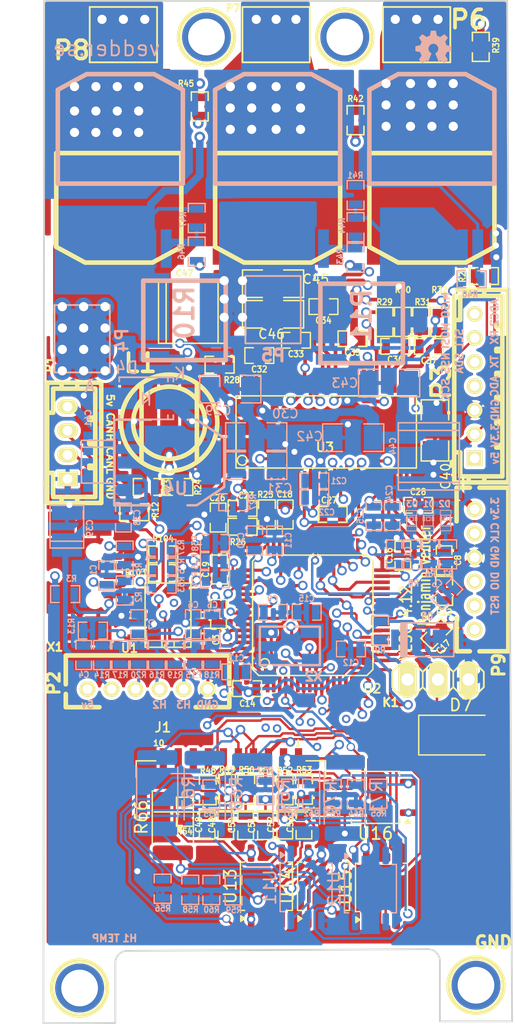
<source format=kicad_pcb>
(kicad_pcb (version 20241229) (generator "pcbnew") (generator_version "9.0")
  (title_block (title "BLDC Driver 4.6") (date "30 Aug 2014") (rev "A") (company "Benjamin Vedder"))
  (layers (0 "F.Cu" signal) (4 "In1.Cu" signal "GND") (6 "In2.Cu" signal "GND2") (2 "B.Cu" signal) (13 "F.Paste" user) (15 "B.Paste" user) (5 "F.SilkS" user "F.Silkscreen") (7 "B.SilkS" user "B.Silkscreen") (1 "F.Mask" user) (3 "B.Mask" user) (25 "Edge.Cuts" user))
  (net 0 "")
  (net 1 "+5V")
  (net 2 "GND")
  (net 3 "NRST")
  (net 4 "/Filters/TEMP_MOTOR")
  (net 5 "Net-(U2-PH0-OSC_IN)")
  (net 6 "Net-(U2-VCAP1)")
  (net 7 "Net-(U2-VCAP2)")
  (net 8 "Net-(U2-PH1-OSC_OUT)")
  (net 9 "Net-(U3-GVDD)")
  (net 10 "Net-(U3-COMP)")
  (net 11 "Net-(U3-DVDD)")
  (net 12 "Net-(C26-Pad2)")
  (net 13 "Net-(U3-CP1)")
  (net 14 "Net-(U3-CP2)")
  (net 15 "Net-(U3-AVDD)")
  (net 16 "Net-(U3-BST_BK)")
  (net 17 "Net-(D4-K)")
  (net 18 "Net-(U3-BST_A)")
  (net 19 "Net-(U3-BST_B)")
  (net 20 "Net-(U3-BST_C)")
  (net 21 "Net-(U3-SP1)")
  (net 22 "Net-(U3-SN1)")
  (net 23 "Net-(U3-SN2)")
  (net 24 "Net-(U3-SP2)")
  (net 25 "/Battery voltage control/Cell6_ADC")
  (net 26 "/Battery voltage control/Cell5_ADC")
  (net 27 "Net-(Q1-PadG)")
  (net 28 "Net-(Q2-PadG)")
  (net 29 "Net-(Q3-PadG)")
  (net 30 "Net-(Q4-PadG)")
  (net 31 "Net-(Q5-PadG)")
  (net 32 "Net-(Q6-PadG)")
  (net 33 "/Battery voltage control/Cell4_ADC")
  (net 34 "/Battery voltage control/Cell3_ADC")
  (net 35 "/Battery voltage control/Cell2_ADC")
  (net 36 "/Battery voltage control/Cell1_ADC")
  (net 37 "Net-(D1-A)")
  (net 38 "SWCLK")
  (net 39 "SWDIO")
  (net 40 "VCC")
  (net 41 "V_SUPPLY")
  (net 42 "/MCU/AN_IN")
  (net 43 "/MCU/SERVO")
  (net 44 "/Mosfet driver/H1_VS")
  (net 45 "/Mosfet driver/H2_VS")
  (net 46 "/Mosfet driver/H3_VS")
  (net 47 "/Mosfet driver/H1_LOW")
  (net 48 "/Mosfet driver/H3_LOW")
  (net 49 "/MCU/SENS1")
  (net 50 "/MCU/SENS2")
  (net 51 "/Mosfet driver/M_H1")
  (net 52 "/Mosfet driver/M_L1")
  (net 53 "/MCU/SENS3")
  (net 54 "/Mosfet driver/M_H2")
  (net 55 "/Mosfet driver/M_L2")
  (net 56 "/Mosfet driver/M_H3")
  (net 57 "/Mosfet driver/M_L3")
  (net 58 "/Mosfet driver/SH1_A")
  (net 59 "/Mosfet driver/SH1_B")
  (net 60 "/Mosfet driver/SH2_A")
  (net 61 "/Mosfet driver/SH2_B")
  (net 62 "/MCU/BR_SO2")
  (net 63 "/MCU/BR_SO1")
  (net 64 "/MCU/DC_CAL")
  (net 65 "/MCU/L3")
  (net 66 "/MCU/L2")
  (net 67 "/MCU/L1")
  (net 68 "/MCU/EN_GATE")
  (net 69 "/MCU/FAULT")
  (net 70 "/MCU/H3")
  (net 71 "/MCU/H2")
  (net 72 "/MCU/H1")
  (net 73 "Net-(J2-CC2)")
  (net 74 "Net-(D2-A)")
  (net 75 "/Filters/HALL3_OUT")
  (net 76 "/Filters/HALL2_OUT")
  (net 77 "/Filters/HALL1_OUT")
  (net 78 "Net-(D3-A)")
  (net 79 "/Filters/HALL1_IN")
  (net 80 "/Filters/HALL2_IN")
  (net 81 "/Filters/HALL3_IN")
  (net 82 "/CAN bus transceiver/CANL")
  (net 83 "/CAN bus transceiver/CANH")
  (net 84 "/MCU/LED_GREEN")
  (net 85 "/MCU/LED_RED")
  (net 87 "/Battery voltage control/Cell5")
  (net 88 "/Battery voltage control/Cell6")
  (net 89 "/CAN bus transceiver/CAN_RX")
  (net 90 "/CAN bus transceiver/CAN_TX")
  (net 91 "/MCU/ADC_TEMP")
  (net 96 "/Battery voltage control/Cell2")
  (net 97 "/Battery voltage control/Cell4")
  (net 99 "/Battery voltage control/Cell1")
  (net 100 "/Battery voltage control/Cell3")
  (net 101 "Net-(K1-P1)")
  (net 102 "/MISO_RX_SCL")
  (net 103 "/SCK_ADC_EXT")
  (net 104 "/TX_SDA")
  (net 105 "/RX_SCL_MOSI")
  (net 107 "Net-(R3-Pad1)")
  (net 108 "Net-(R4-Pad2)")
  (net 109 "Net-(R5-Pad2)")
  (net 110 "Net-(U1-Rs)")
  (net 111 "Net-(U3-VSENSE)")
  (net 112 "Net-(U3-DTC)")
  (net 113 "Net-(U3-RT_CLK)")
  (net 114 "Net-(U3-BIAS)")
  (net 115 "Net-(R60-Pad1)")
  (net 116 "Net-(R61-Pad1)")
  (net 117 "Net-(R62-Pad1)")
  (net 118 "Net-(R63-Pad1)")
  (net 119 "Net-(R64-Pad1)")
  (net 120 "Net-(R65-Pad1)")
  (net 121 "Net-(R66-Pad1)")
  (net 122 "Net-(R67-Pad1)")
  (net 123 "Net-(R68-Pad1)")
  (net 124 "Net-(R69-Pad1)")
  (net 125 "Net-(R70-Pad1)")
  (net 126 "Net-(R71-Pad1)")
  (net 128 "/Battery voltage control/Cell3_control")
  (net 129 "/Battery voltage control/Cell1_control")
  (net 130 "/Battery voltage control/Cell2_control")
  (net 131 "/Battery voltage control/Cell4_control")
  (net 132 "/Battery voltage control/Cell5_control")
  (net 133 "/Battery voltage control/Cell6_control")
  (net 139 "Net-(J2-CC1)")
  (net 140 "/MCU/USB_C_D+")
  (net 141 "/MCU/USB_C_D-")
  (net 142 "Net-(D7-A)")
  (footprint "1pin" (layer "F.Cu") (at 92 83)
    (property "Reference" "1PIN" (hide yes))
    (property "Value" "P***" (hide yes))
  )
  (footprint "1pin" (layer "F.Cu") (at 103.5 83)
    (property "Reference" "1PIN" (hide yes))
    (property "Value" "P***" (hide yes))
  )
  (footprint "w_smd_cap:c_2220" (layer "F.Cu") (at 90.805 105.918)
    (property "Reference" "C47")
    (property "Value" "15u,100V" (hide yes))
  )
  (footprint "CRF1:pinhead-1X03" (layer "F.Cu") (at 111.252 136.398)
    (property "Reference" "K1")
    (property "Value" "SERVO" (hide yes))
  )
  (footprint "CRF1:MICRO_JST_6" (layer "F.Cu") (at 87.1 137.2)
    (property "Reference" "P2")
    (property "Value" "HALL/Encoder" (hide yes))
  )
  (footprint "CRF1:MICRO_JST_6" (layer "F.Cu") (at 114.3 127.254 -90)
    (property "Reference" "P9")
    (property "Value" "SWD" (hide yes))
  )
  (footprint "CRF1:1PAD_4x5mm" (layer "F.Cu") (at 85.09 82.804 90)
    (property "Reference" "P8")
    (property "Value" "MOTOR1" (hide yes))
  )
  (footprint "CRF1:1PAD_4x5mm" (layer "F.Cu") (at 109.474 82.804 90)
    (property "Reference" "P6")
    (property "Value" "MOTOR3" (hide yes))
  )
  (footprint "CRF1:D2PAK-7-GDS" (layer "F.Cu") (at 110.744 91.948 180)
    (property "Reference" "Q1" (hide yes))
    (property "Value" "IRFS7530" (hide yes))
  )
  (footprint "CRF1:D2PAK-7-GDS" (layer "F.Cu") (at 97.917 91.948 180)
    (property "Reference" "Q3" (hide yes))
    (property "Value" "IRFS7530" (hide yes))
  )
  (footprint "CRF1:D2PAK-7-GDS" (layer "F.Cu") (at 84.709 91.948 180)
    (property "Reference" "Q5" (hide yes))
    (property "Value" "IRFS7530" (hide yes))
  )
  (footprint "CRF1:lqfp64_pad_mod" (layer "F.Cu") (at 100.838 131.064)
    (property "Reference" "U2")
    (property "Value" "STM32F40X_LQFP64" (hide yes))
  )
  (footprint "CRF1:TSSOP-56-PP" (layer "F.Cu") (at 101.854 115.824)
    (property "Reference" "U3")
    (property "Value" "DRV8302" (hide yes))
  )
  (footprint "JST conn:b4b-ph-kl" (layer "F.Cu") (at 80.45 116.726 90)
    (property "Reference" "P1")
    (property "Value" "CANBUS" (hide yes))
  )
  (footprint "CRF1:1PAD_4x5mm" (layer "F.Cu") (at 97.79 82.804 90)
    (property "Reference" "P7")
    (property "Value" "MOTOR2" (hide yes))
  )
  (footprint "Connect:1pin" (layer "F.Cu") (at 114.41 161.81)
    (property "Reference" "1PIN" (hide yes))
    (property "Value" "P***" (hide yes))
  )
  (footprint "Connect:1pin" (layer "F.Cu") (at 81.45 162.04)
    (property "Reference" "1PIN" (hide yes))
    (property "Value" "P***" (hide yes))
  )
  (footprint "CRF1:SMD-1206" (layer "F.Cu") (at 97.536 106.045)
    (property "Reference" "C46")
    (property "Value" "10u,50V" (hide yes))
  )
  (footprint "CRF1:SMD-1206" (layer "F.Cu") (at 97.536 103.505)
    (property "Reference" "C45")
    (property "Value" "10u,50V" (hide yes))
  )
  (footprint "CRF1:SMD-0603_c" (layer "F.Cu") (at 108.331 126.111 -90)
    (property "Reference" "C16")
    (property "Value" "2.2u" (hide yes))
  )
  (footprint "CRF1:SMD-0603_c" (layer "F.Cu") (at 111.125 132.588 45)
    (property "Reference" "C17")
    (property "Value" "2.2u" (hide yes))
  )
  (footprint "CRF1:SMD-0603_c" (layer "F.Cu") (at 98.552 122.682 90)
    (property "Reference" "C18")
    (property "Value" "2.2u" (hide yes))
  )
  (footprint "CRF1:SMD-0603_c" (layer "F.Cu") (at 93.091 127.254 90)
    (property "Reference" "C19")
    (property "Value" "2.2u" (hide yes))
  )
  (footprint "CRF1:SMD-0603_c" (layer "F.Cu") (at 94.996 122.174)
    (property "Reference" "C23")
    (property "Value" "120p" (hide yes))
  )
  (footprint "CRF1:SMD-0603_c" (layer "F.Cu") (at 92.964 122.936 -90)
    (property "Reference" "C26")
    (property "Value" "6.8n" (hide yes))
  )
  (footprint "CRF1:SMD-0603_c" (layer "F.Cu") (at 102.489 122.682)
    (property "Reference" "C27")
    (property "Value" "22n" (hide yes))
  )
  (footprint "CRF1:SMD-0603_c" (layer "F.Cu") (at 109.601 121.92 180)
    (property "Reference" "C28")
    (property "Value" "2.2u" (hide yes))
  )
  (footprint "CRF1:SMD-0603_c" (layer "F.Cu") (at 96.393 109.474 180)
    (property "Reference" "C32")
    (property "Value" "100n" (hide yes))
  )
  (footprint "CRF1:SMD-0603_c" (layer "F.Cu") (at 99.441 108.204 180)
    (property "Reference" "C33")
    (property "Value" "220n" (hide yes))
  )
  (footprint "CRF1:SMD-0603_c" (layer "F.Cu") (at 101.727 105.41 180)
    (property "Reference" "C34")
    (property "Value" "220n" (hide yes))
  )
  (footprint "CRF1:SMD-0603_c" (layer "F.Cu") (at 104.14 108.077 180)
    (property "Reference" "C35")
    (property "Value" "220n" (hide yes))
  )
  (footprint "CRF1:SMD-0603_c" (layer "F.Cu") (at 107.696 108.712)
    (property "Reference" "C36")
    (property "Value" "2.2n" (hide yes))
  )
  (footprint "CRF1:SMD-0603_c" (layer "F.Cu") (at 95.377 137.16)
    (property "Reference" "C14")
    (property "Value" "2.2u" (hide yes))
  )
  (footprint "CRF1:SMD-0603_c" (layer "F.Cu") (at 110.49 108.712)
    (property "Reference" "C37")
    (property "Value" "2.2n" (hide yes))
  )
  (footprint "CRF1:SMD-1206" (layer "F.Cu") (at 110.998 115.697 90)
    (property "Reference" "C40")
    (property "Value" "10u,50V" (hide yes))
  )
  (footprint "CRF1:SMD-0603_c" (layer "F.Cu") (at 111.76 126.492 -90)
    (property "Reference" "C8")
    (property "Value" "2.2u" (hide yes))
  )
  (footprint "CRF1:SMD-0603_c" (layer "F.Cu") (at 93 130.95 -90)
    (property "Reference" "C3")
    (property "Value" "2.2u" (hide yes))
  )
  (footprint "CRF1:SMD-0603_r" (layer "F.Cu") (at 115.062 102.87)
    (property "Reference" "R21")
    (property "Value" "NTC 10k" (hide yes))
  )
  (footprint "CRF1:SMD-0603_r" (layer "F.Cu") (at 111.76 129.032 90)
    (property "Reference" "R22")
    (property "Value" "10k" (hide yes))
  )
  (footprint "CRF1:SMD-0603_r" (layer "F.Cu") (at 87.122 120.396)
    (property "Reference" "R23")
    (property "Value" "18k" (hide yes))
  )
  (footprint "CRF1:SMD-0603_r" (layer "F.Cu") (at 89.662 120.396)
    (property "Reference" "R24")
    (property "Value" "3k3" (hide yes))
  )
  (footprint "CRF1:SMD-0603_r" (layer "F.Cu") (at 94.996 123.698)
    (property "Reference" "R26")
    (property "Value" "15k" (hide yes))
  )
  (footprint "CRF1:SMD-0603_r" (layer "F.Cu") (at 97.028 122.682 -90)
    (property "Reference" "R25")
    (property "Value" "10k" (hide yes))
  )
  (footprint "CRF1:SMD-0603_r" (layer "F.Cu") (at 93.091 110.236)
    (property "Reference" "R28")
    (property "Value" "1M" (hide yes))
  )
  (footprint "CRF1:SMD-0603_r" (layer "F.Cu") (at 114.808 83.82 90)
    (property "Reference" "R39")
    (property "Value" "4R7" (hide yes))
  )
  (footprint "CRF1:SMD-0603_r" (layer "F.Cu") (at 104.394 89.916 -90)
    (property "Reference" "R42")
    (property "Value" "4R7" (hide yes))
  )
  (footprint "CRF1:SMD-0603_r" (layer "F.Cu") (at 91.44 88.773 -90)
    (property "Reference" "R45")
    (property "Value" "4R7" (hide yes))
  )
  (footprint "CRF1:SMD-0603_r" (layer "F.Cu") (at 106.807 106.68 -90)
    (property "Reference" "R29")
    (property "Value" "100R" (hide yes))
  )
  (footprint "CRF1:SMD-0603_r" (layer "F.Cu") (at 108.331 106.68 -90)
    (property "Reference" "R30")
    (property "Value" "100R" (hide yes))
  )
  (footprint "CRF1:SMD-0603_r" (layer "F.Cu") (at 109.855 106.68 -90)
    (property "Reference" "R31")
    (property "Value" "100R" (hide yes))
  )
  (footprint "CRF1:SMD-0603_r" (layer "F.Cu") (at 111.379 106.68 -90)
    (property "Reference" "R32")
    (property "Value" "100R" (hide yes))
  )
  (footprint "CRF1:SMD-0603_r" (layer "F.Cu") (at 88.4 127.55 180)
    (property "Reference" "R103")
    (property "Value" "5k1" (hide yes))
  )
  (footprint "CRF1:SMD-0603_r" (layer "F.Cu") (at 88.4 126 180)
    (property "Reference" "R104")
    (property "Value" "5k1" (hide yes))
  )
  (footprint "CRF1:SMD-0603_r" (layer "F.Cu") (at 86 122.5 180)
    (property "Reference" "R12")
    (property "Value" "NI" (hide yes))
  )
  (footprint "CRF1:SOIC-8-W" (layer "F.Cu") (at 88.8 131.05 90)
    (property "Reference" "U1")
    (property "Value" "SN65HVD232" (hide yes))
  )
  (footprint "CRF1:USB-UX60R-MB-5ST" (layer "F.Cu") (at 82.7 127.8 -90)
    (property "Reference" "X1")
    (property "Value" "MINI-USB-SHIELD-32005-201" (hide yes))
  )
  (footprint "CRF1:b7b-ph-kl" (layer "F.Cu") (at 114.3 112.014 90)
    (property "Reference" "P3")
    (property "Value" "PWR_COMM" (hide yes))
  )
  (footprint "w_smd_inductors:inductor_smd_8x5mm" (layer "F.Cu") (at 88.9 115.062 180)
    (property "Reference" "L1")
    (property "Value" "22u" (hide yes))
  )
  (footprint "CRF1:SMD-0603_r" (layer "F.Cu") (at 98.5049 145.59678 90)
    (property "Reference" "R52")
    (property "Value" "18k" (hide yes))
  )
  (footprint "Resistor_SMD:R_2512_6332Metric" (layer "F.Cu") (at 89.2019 147.8404 90)
    (property "Reference" "R66")
    (property "Value" "16")
  )
  (footprint "Package_SO:SOP-4_3.8x4.1mm_P2.54mm" (layer "F.Cu") (at 106.5519 153.6779 90)
    (property "Reference" "U15")
    (property "Value" "CPC1002N")
  )
  (footprint "CRF1:SMD-0603_r" (layer "F.Cu") (at 92.1049 145.59678 90)
    (property "Reference" "R48")
    (property "Value" "18k" (hide yes))
  )
  (footprint "CRF1:SMD-0603_r" (layer "F.Cu") (at 100.1049 145.54678 90)
    (property "Reference" "R53")
    (property "Value" "18k" (hide yes))
  )
  (footprint "Diode_SMD:D_SMA" (layer "F.Cu") (at 113.16 141.02)
    (property "Reference" "D7")
    (property "Value" "SS24")
  )
  (footprint "Package_SO:SOP-4_3.8x4.1mm_P2.54mm" (layer "F.Cu") (at 96.9819 153.5779 90)
    (property "Reference" "U13")
    (property "Value" "CPC1002N")
  )
  (footprint "CRF1:SMD-0603_c" (layer "F.Cu") (at 98.5049 148.44678 90)
    (property "Reference" "C52")
    (property "Value" "100n" (hide yes))
  )
  (footprint "CRF1:SMD-0603_r" (layer "F.Cu") (at 96.9049 145.59678 90)
    (property "Reference" "R51")
    (property "Value" "18k" (hide yes))
  )
  (footprint "Package_SO:SOP-4_3.8x4.1mm_P2.54mm" (layer "F.Cu") (at 101.7319 153.5779 90)
    (property "Reference" "U14")
    (property "Value" "CPC1002N")
  )
  (footprint "jst-gh:JST_BM10B-GHS-TBT_LF__SN__N_" (layer "F.Cu") (at 94.0299 145.28378)
    (property "Reference" "J1")
    (property "Value" "BM10B-GHS-TBT_LF__SN__N_")
  )
  (footprint "CRF1:SMD-0603_r" (layer "F.Cu") (at 93.7049 145.49678 90)
    (property "Reference" "R49")
    (property "Value" "18k" (hide yes))
  )
  (footprint "Package_SO:SOP-4_3.8x4.1mm_P2.54mm" (layer "F.Cu") (at 106.0519 146.1979 180)
    (property "Reference" "U16")
    (property "Value" "CPC1002N")
  )
  (footprint "CRF1:SMD-0603_c" (layer "F.Cu") (at 95.2549 148.49678 90)
    (property "Reference" "C50")
    (property "Value" "100n" (hide yes))
  )
  (footprint "CRF1:SMD-0603_c" (layer "F.Cu") (at 92.0549 148.44678 90)
    (property "Reference" "C48")
    (property "Value" "100n" (hide yes))
  )
  (footprint "CRF1:SMD-0603_r" (layer "F.Cu") (at 95.3049 145.54678 90)
    (property "Reference" "R50")
    (property "Value" "18k" (hide yes))
  )
  (footprint "CRF1:SMD-0603_r" (layer "F.Cu") (at 90.2019 147.3899 -90)
    (property "Reference" "R54")
    (property "Value" "2k2" (hide yes))
  )
  (footprint "CRF1:SMD-0603_c" (layer "F.Cu") (at 96.9049 148.49678 90)
    (property "Reference" "C51")
    (property "Value" "100n" (hide yes))
  )
  (footprint "CRF1:SMD-0603_c" (layer "F.Cu") (at 100.1049 148.44678 90)
    (property "Reference" "C53")
    (property "Value" "100n" (hide yes))
  )
  (footprint "CRF1:SMD-0603_c" (layer "F.Cu") (at 93.6049 148.49678 90)
    (property "Reference" "C49")
    (property "Value" "100n" (hide yes))
  )
  (footprint "oshw_silkscreen-back_3mm" (layer "B.Cu") (at 110.871 83.82)
    (property "Reference" "G***" (hide yes))
    (property "Value" "oshw_silkscreen-back_3mm" (hide yes))
  )
  (footprint "w_smd_cap:c_tant_B" (layer "B.Cu") (at 80.391 123.698 -90)
    (property "Reference" "C39")
    (property "Value" "100u" (hide yes))
  )
  (footprint "w_smd_cap:c_tant_B" (layer "B.Cu") (at 83 118.3 90)
    (property "Reference" "C41")
    (property "Value" "100u" (hide yes))
  )
  (footprint "w_smd_cap:c_2220" (layer "B.Cu") (at 110.49 117.856 -90)
    (property "Reference" "C44")
    (property "Value" "15u, 100v" (hide yes))
  )
  (footprint "LEDs:LED-0603" (layer "B.Cu") (at 111.887 123.19 90)
    (property "Reference" "D2")
    (property "Value" "GREEN" (hide yes))
  )
  (footprint "LEDs:LED-0603" (layer "B.Cu") (at 110.45 123.2 90)
    (property "Reference" "D1")
    (property "Value" "RED" (hide yes))
  )
  (footprint "LEDs:LED-0603" (layer "B.Cu") (at 109.05 123.2 90)
    (property "Reference" "D3")
    (property "Value" "LED" (hide yes))
  )
  (footprint "CRF1:1PAD_4x5mm" (layer "B.Cu") (at 81.661 108.077)
    (property "Reference" "P4")
    (property "Value" "IN+" (hide yes))
  )
  (footprint "CRF1:1PAD_4x5mm" (layer "B.Cu") (at 97.536 105.664)
    (property "Reference" "P5")
    (property "Value" "IN-" (hide yes))
  )
  (footprint "CRF1:WSLP2726" (layer "B.Cu") (at 104.902 108.712)
    (property "Reference" "R11")
    (property "Value" "SHUNT" (hide yes))
  )
  (footprint "CRF1:Crystal_5x3mm" (layer "B.Cu") (at 98.933 133.604)
    (property "Reference" "X2")
    (property "Value" "8MHz 10ppm" (hide yes))
  )
  (footprint "CRF1:WSLP2726" (layer "B.Cu") (at 90.17 108.458)
    (property "Reference" "R10")
    (property "Value" "SHUNT" (hide yes))
  )
  (footprint "w_smd_diode:do214ac" (layer "B.Cu") (at 110.363 133.096 180)
    (property "Reference" "D5")
    (property "Value" "TVS 5V" (hide yes))
  )
  (footprint "CRF1:D2PAK-7-GDS" (layer "B.Cu") (at 84.836 95.885 180)
    (property "Reference" "Q6" (hide yes))
    (property "Value" "IRFS7530" (hide yes))
  )
  (footprint "CRF1:D2PAK-7-GDS" (layer "B.Cu") (at 110.744 95.885 180)
    (property "Reference" "Q2" (hide yes))
    (property "Value" "IRFS7530" (hide yes))
  )
  (footprint "CRF1:D2PAK-7-GDS" (layer "B.Cu") (at 97.917 95.885 180)
    (property "Reference" "Q4" (hide yes))
    (property "Value" "IRFS7530" (hide yes))
  )
  (footprint "CRF1:SMD-0603_c" (layer "B.Cu") (at 83.693 127.762 -90)
    (property "Reference" "C1")
    (property "Value" "100n" (hide yes))
  )
  (footprint "CRF1:SMD-0603_c" (layer "B.Cu") (at 112.014 129.286 -135)
    (property "Reference" "C2")
    (property "Value" "100n" (hide yes))
  )
  (footprint "CRF1:SMD-0603_c" (layer "B.Cu") (at 81.788 134.366 -90)
    (property "Reference" "C4")
    (property "Value" "4n7" (hide yes))
  )
  (footprint "CRF1:SMD-0603_c" (layer "B.Cu") (at 92.456 131.826 90)
    (property "Reference" "C5")
    (property "Value" "4n7" (hide yes))
  )
  (footprint "CRF1:SMD-0603_c" (layer "B.Cu") (at 90.9 131.8 90)
    (property "Reference" "C6")
    (property "Value" "4n7" (hide yes))
  )
  (footprint "CRF1:SMD-0603_c" (layer "B.Cu") (at 86.35 131.8 90)
    (property "Reference" "C7")
    (property "Value" "4n7" (hide yes))
  )
  (footprint "CRF1:SMD-1206" (layer "B.Cu") (at 104.2 116.3)
    (property "Reference" "C42")
    (property "Value" "10u,50V" (hide yes))
  )
  (footprint "CRF1:SMD-0603_c" (layer "B.Cu") (at 96.012 124.841 -90)
    (property "Reference" "C20")
    (property "Value" "2.2u" (hide yes))
  )
  (footprint "CRF1:SMD-0603_c" (layer "B.Cu") (at 97.536 130.81)
    (property "Reference" "C9")
    (property "Value" "15p" (hide yes))
  )
  (footprint "CRF1:SMD-0603_c" (layer "B.Cu") (at 107.6 126 90)
    (property "Reference" "C10")
    (property "Value" "2.2u" (hide yes))
  )
  (footprint "CRF1:SMD-0603_c" (layer "B.Cu") (at 97.663 124.841 90)
    (property "Reference" "C11")
    (property "Value" "2.2u" (hide yes))
  )
  (footprint "CRF1:SMD-0603_c" (layer "B.Cu") (at 100.965 121.285)
    (property "Reference" "C22")
    (property "Value" "2.2u" (hide yes))
  )
  (footprint "CRF1:SMD-0603_c" (layer "B.Cu") (at 105.918 122.809 90)
    (property "Reference" "C25")
    (property "Value" "2.2u" (hide yes))
  )
  (footprint "CRF1:SMD-0603_c" (layer "B.Cu") (at 85.09 122.936 90)
    (property "Reference" "C38")
    (property "Value" "2.2u" (hide yes))
  )
  (footprint "CRF1:SMD-0603_c" (layer "B.Cu") (at 104.013 133.858)
    (property "Reference" "C12")
    (property "Value" "2.2u" (hide yes))
  )
  (footprint "CRF1:SMD-0603_c" (layer "B.Cu") (at 94.488 135.763 180)
    (property "Reference" "C13")
    (property "Value" "100n" (hide yes))
  )
  (footprint "CRF1:SMD-0603_c" (layer "B.Cu") (at 100.33 130.81 180)
    (property "Reference" "C15")
    (property "Value" "15p" (hide yes))
  )
  (footprint "CRF1:SMD-1206" (layer "B.Cu") (at 107.188 111.76)
    (property "Reference" "C43")
    (property "Value" "10u,50V" (hide yes))
  )
  (footprint "CRF1:SMD-1206" (layer "B.Cu") (at 93.98 112.268)
    (property "Reference" "C29")
    (property "Value" "10u,50V" (hide yes))
  )
  (footprint "CRF1:SMD-1206" (layer "B.Cu") (at 96.139 116.205)
    (property "Reference" "C30")
    (property "Value" "10u,50V" (hide yes))
  )
  (footprint "CRF1:SMD-1206" (layer "B.Cu") (at 96.139 118.618)
    (property "Reference" "C31")
    (property "Value" "10u,50V" (hide yes))
  )
  (footprint "CRF1:SMD-0603_c" (layer "B.Cu") (at 107.442 122.809 90)
    (property "Reference" "C24")
    (property "Value" "2.2u" (hide yes))
  )
  (footprint "CRF1:SMD-0603_r" (layer "B.Cu") (at 85.2 126.1 -90)
    (property "Reference" "R1")
    (property "Value" "39k" (hide yes))
  )
  (footprint "CRF1:SMD-0603_r" (layer "B.Cu") (at 85.2 129 90)
    (property "Reference" "R2")
    (property "Value" "2k2" (hide yes))
  )
  (footprint "CRF1:SMD-0603_r" (layer "B.Cu") (at 106.426 132.334 -90)
    (property "Reference" "R9")
    (property "Value" "2k2" (hide yes))
  )
  (footprint "CRF1:SMD-0603_r" (layer "B.Cu") (at 80.25 129.3 180)
    (property "Reference" "R3")
    (property "Value" "0R" (hide yes))
  )
  (footprint "CRF1:SMD-0603_r" (layer "B.Cu") (at 83.312 134.366 90)
    (property "Reference" "R14")
    (property "Value" "10k" (hide yes))
  )
  (footprint "CRF1:SMD-0603_r" (layer "B.Cu") (at 86.36 134.366 90)
    (property "Reference" "R20")
    (property "Value" "10k" (hide yes))
  )
  (footprint "CRF1:SMD-0603_r" (layer "B.Cu") (at 89.408 134.366 90)
    (property "Reference" "R19")
    (property "Value" "10k" (hide yes))
  )
  (footprint "CRF1:SMD-0603_r" (layer "B.Cu") (at 92.456 134.366 90)
    (property "Reference" "R18")
    (property "Value" "10k" (hide yes))
  )
  (footprint "CRF1:SMD-0603_r" (layer "B.Cu") (at 90.932 134.366 90)
    (property "Reference" "R15")
    (property "Value" "2k2" (hide yes))
  )
  (footprint "CRF1:SMD-0603_r" (layer "B.Cu") (at 87.884 134.366 90)
    (property "Reference" "R16")
    (property "Value" "2k2" (hide yes))
  )
  (footprint "CRF1:SMD-0603_r" (layer "B.Cu") (at 84.836 134.366 90)
    (property "Reference" "R17")
    (property "Value" "2k2" (hide yes))
  )
  (footprint "CRF1:SMD-0603_r" (layer "B.Cu") (at 94.234 121.666)
    (property "Reference" "R27")
    (property "Value" "220k" (hide yes))
  )
  (footprint "CRF1:SMD-0603_r" (layer "B.Cu") (at 109.1 126 -90)
    (property "Reference" "R8")
    (property "Value" "2k2" (hide yes))
  )
  (footprint "CRF1:SMD-0603_r" (layer "B.Cu") (at 88.265 128.524)
    (property "Reference" "R33")
    (property "Value" "39k" (hide yes))
  )
  (footprint "CRF1:SMD-0603_r" (layer "B.Cu") (at 92.7 128.05 180)
    (property "Reference" "R34")
    (property "Value" "2k2" (hide yes))
  )
  (footprint "CRF1:SMD-0603_r" (layer "B.Cu") (at 88.265 127)
    (property "Reference" "R35")
    (property "Value" "39k" (hide yes))
  )
  (footprint "CRF1:SMD-0603_r" (layer "B.Cu") (at 92.7 126.55 180)
    (property "Reference" "R36")
    (property "Value" "2k2" (hide yes))
  )
  (footprint "CRF1:SMD-0603_r" (layer "B.Cu") (at 114.046 103.124 180)
    (property "Reference" "R40")
    (property "Value" "4R7" (hide yes))
  )
  (footprint "CRF1:SMD-0603_r" (layer "B.Cu") (at 104.394 96.139 90)
    (property "Reference" "R41")
    (property "Value" "39k" (hide yes))
  )
  (footprint "CRF1:SMD-0603_r" (layer "B.Cu") (at 88.25 125.45)
    (property "Reference" "R37")
    (property "Value" "39k" (hide yes))
  )
  (footprint "CRF1:SMD-0603_r" (layer "B.Cu") (at 92.7 125.05 180)
    (property "Reference" "R38")
    (property "Value" "2k2" (hide yes))
  )
  (footprint "CRF1:SMD-0603_r" (layer "B.Cu") (at 104.394 101.346 -90)
    (property "Reference" "R43")
    (property "Value" "4R7" (hide yes))
  )
  (footprint "CRF1:SMD-0603_r" (layer "B.Cu") (at 104.394 98.806 -90)
    (property "Reference" "R44")
    (property "Value" "39k" (hide yes))
  )
  (footprint "CRF1:SMD-0603_r" (layer "B.Cu") (at 112.1 126 -90)
    (property "Reference" "R7")
    (property "Value" "100R" (hide yes))
  )
  (footprint "CRF1:SMD-0603_r" (layer "B.Cu") (at 110.6 126 -90)
    (property "Reference" "R6")
    (property "Value" "100R" (hide yes))
  )
  (footprint "CRF1:SMD-0603_r" (layer "B.Cu") (at 91.186 100.838 -90)
    (property "Reference" "R46")
    (property "Value" "4R7" (hide yes))
  )
  (footprint "CRF1:SMD-0603_r" (layer "B.Cu") (at 91.186 98.044 -90)
    (property "Reference" "R47")
    (property "Value" "39k" (hide yes))
  )
  (footprint "CRF1:SMD-0603_r" (layer "B.Cu") (at 82.55 132.334 180)
    (property "Reference" "R13")
    (property "Value" "10k" (hide yes))
  )
  (footprint "CRF1:SOT-223" (layer "B.Cu") (at 88.9 118.364 90)
    (property "Reference" "U4")
    (property "Value" "TC2117" (hide yes))
  )
  (footprint "Diodes_SMD:SMA_Handsoldering" (layer "B.Cu") (at 86.995 113.03 180)
    (property "Reference" "D4")
    (property "Value" "DIODESCH")
  )
  (footprint "CRF1:SMD-0603_c" (layer "B.Cu") (at 100.965 119.888)
    (property "Reference" "C21")
    (property "Value" "2.2u" (hide yes))
  )
  (footprint "CRF1:SMD-0603_r" (layer "B.Cu") (at 106.3019 145.8899 -90)
    (property "Reference" "R65")
    (property "Value" "360" (hide yes))
  )
  (footprint "CRF1:SMD-0603_r" (layer "B.Cu") (at 104.4219 145.9399 -90)
    (property "Reference" "R64")
    (property "Value" "360" (hide yes))
  )
  (footprint "Resistor_SMD:R_2512_6332Metric" (layer "B.Cu") (at 91.8519 145.8904 90)
    (property "Reference" "R68")
    (property "Value" "16")
  )
  (footprint "CRF1:SMD-0603_r" (layer "B.Cu") (at 100.7019 145.8899 -90)
    (property "Reference" "R62")
    (property "Value" "360" (hide yes))
  )
  (footprint "CRF1:SMD-0603_r" (layer "B.Cu") (at 98.9519 145.8899 -90)
    (property "Reference" "R61")
    (property "Value" "360" (hide yes))
  )
  (footprint "CRF1:SMD-0603_r" (layer "B.Cu") (at 102.5019 145.9399 -90)
    (property "Reference" "R63")
    (property "Value" "360" (hide yes))
  )
  (footprint "Resistor_SMD:R_2512_6332Metric" (layer "B.Cu") (at 95.8019 146.0904 90)
    (property "Reference" "R69")
    (property "Value" "16")
  )
  (footprint "Resistor_SMD:R_2512_6332Metric" (layer "B.Cu") (at 99.7019 146.2404 90)
    (property "Reference" "R70")
    (property "Value" "16")
  )
  (footprint "CRF1:SMD-0603_r" (layer "B.Cu") (at 88.3519 153.7899 -90)
    (property "Reference" "R56")
    (property "Value" "2k2" (hide yes))
  )
  (footprint "CRF1:SMD-0603_r" (layer "B.Cu") (at 96.9019 145.5899 90)
    (property "Reference" "R57")
    (property "Value" "2k2" (hide yes))
  )
  (footprint "CRF1:SMD-0603_r" (layer "B.Cu") (at 92.4019 153.8899 -90)
    (property "Reference" "R60")
    (property "Value" "360" (hide yes))
  )
  (footprint "CRF1:SMD-0603_r" (layer "B.Cu") (at 94.2519 153.9279 -90)
    (property "Reference" "R59")
    (property "Value" "2k2" (hide yes))
  )
  (footprint "Package_SO:SOP-4_3.8x4.1mm_P2.54mm" (layer "B.Cu") (at 105.6319 153.7779 -90)
    (property "Reference" "U12")
    (property "Value" "CPC1002N")
  )
  (footprint "CRF1:SMD-0603_r" (layer "B.Cu") (at 90.6519 153.8779 -90)
    (property "Reference" "R58")
    (property "Value" "2k2" (hide yes))
  )
  (footprint "Resistor_SMD:R_2512_6332Metric" (layer "B.Cu") (at 87.9019 145.8404 90)
    (property "Reference" "R67")
    (property "Value" "16")
  )
  (footprint "CRF1:SMD-0603_r" (layer "B.Cu") (at 92.4019 145.9399 -90)
    (property "Reference" "R55")
    (property "Value" "2k2" (hide yes))
  )
  (footprint "Resistor_SMD:R_2512_6332Metric" (layer "B.Cu") (at 103.5019 146.2404 90)
    (property "Reference" "R71")
    (property "Value" "16")
  )
  (footprint "Package_SO:SOP-4_3.8x4.1mm_P2.54mm" (layer "B.Cu") (at 100.2819 153.6779 -90)
    (property "Reference" "U11")
    (property "Value" "CPC1002N")
  )
  (gr_line (start 111.41 164.81) (end 117.41 164.81) (stroke (width 0.15)) (layer "Edge.Cuts"))
  (gr_line (start 85.42 158.95) (end 110.41 158.81) (stroke (width 0.15)) (layer "Edge.Cuts"))
  (gr_line (start 111.41 159.81) (end 111.41 164.81) (stroke (width 0.15)) (layer "Edge.Cuts"))
  (gr_line (start 117 80) (end 117.41 164.81) (stroke (width 0.15)) (layer "Edge.Cuts"))
  (gr_line (start 78.44 164.97) (end 78.5 80) (stroke (width 0.15)) (layer "Edge.Cuts"))
  (gr_line (start 117 80) (end 78.5 80) (stroke (width 0.15)) (layer "Edge.Cuts"))
  (gr_line (start 84.42 159.95) (end 84.42 164.95) (stroke (width 0.15)) (layer "Edge.Cuts"))
  (gr_arc (start 110.41 158.81) (mid 111.117107 159.102893) (end 111.41 159.81) (stroke (width 0.15)) (layer "Edge.Cuts"))
  (gr_arc (start 84.42 159.95) (mid 84.712893 159.242893) (end 85.42 158.95) (stroke (width 0.15)) (layer "Edge.Cuts"))
  (gr_line (start 84.42 164.95) (end 78.44 164.97) (stroke (width 0.15)) (layer "Edge.Cuts"))
  (gr_text "Benjamin Vedder" (at 110.109 127.762 90) (layer "F.SilkS") (effects (font (size 1 0.6604))))
  (gr_text "5v" (at 84 113.2 270) (layer "F.SilkS") (effects (font (size 0.6 0.6))))
  (gr_text "GND" (at 115.86 158.236 0) (layer "F.SilkS") (effects (font (size 1 1) (thickness 0.25))))
  (gr_text "CANH" (at 84 115.4 270) (layer "F.SilkS") (effects (font (size 0.6 0.6))))
  (gr_text "CANL" (at 84 118.2 270) (layer "F.SilkS") (effects (font (size 0.6 0.6))))
  (gr_text "VESC 4.12" (at 108.585 131.699 90) (layer "F.SilkS") (effects (font (size 1 0.8))))
  (gr_text "GND" (at 84 120.5 270) (layer "F.SilkS") (effects (font (size 0.6 0.6))))
  (gr_text "MISO" (at 111.887 105.283 90) (layer "B.SilkS") (effects (font (size 0.6 0.6)) (justify mirror)))
  (gr_text "MOSI" (at 111.887 107.823 90) (layer "B.SilkS") (effects (font (size 0.6 0.6)) (justify mirror)))
  (gr_text "SCK" (at 111.887 112.268 90) (layer "B.SilkS") (effects (font (size 0.6 0.6)) (justify mirror)))
  (gr_text "NSS" (at 111.887 110.109 90) (layer "B.SilkS") (effects (font (size 0.6 0.6)) (justify mirror)))
  (gr_text "DIO" (at 116 128.2 90) (layer "B.SilkS") (effects (font (size 0.6 0.6)) (justify mirror)))
  (gr_text "SDA" (at 113.03 110.109 90) (layer "B.SilkS") (effects (font (size 0.6 0.6)) (justify mirror)))
  (gr_text "H3" (at 90.1 138.5 0) (layer "B.SilkS") (effects (font (size 0.6 0.6)) (justify mirror)))
  (gr_text "ADC2" (at 115.951 105.918 90) (layer "B.SilkS") (effects (font (size 0.6 0.6)) (justify mirror)))
  (gr_text "5v" (at 116 118 90) (layer "B.SilkS") (effects (font (size 0.6 0.6)) (justify mirror)))
  (gr_text "SCL" (at 113.03 108.077 90) (layer "B.SilkS") (effects (font (size 0.6 0.6)) (justify mirror)))
  (gr_text "TEMP" (at 83.62 157.91 0) (layer "B.SilkS") (effects (font (size 0.6 0.6)) (justify mirror)))
  (gr_text "CLK" (at 116 124.2 90) (layer "B.SilkS") (effects (font (size 0.6 0.6)) (justify mirror)))
  (gr_text "vedder.se" (at 83.693 83.947 0) (layer "B.SilkS") (effects (font (size 1.27 1.27) (thickness 0.1524)) (justify mirror)))
  (gr_text "ADC" (at 115.951 112.014 90) (layer "B.SilkS") (effects (font (size 0.6 0.6)) (justify mirror)))
  (gr_text "H2" (at 88.1 138.5 0) (layer "B.SilkS") (effects (font (size 0.6 0.6)) (justify mirror)))
  (gr_text "RST" (at 116 130.2 90) (layer "B.SilkS") (effects (font (size 0.6 0.6)) (justify mirror)))
  (gr_text "GND" (at 92.1 138.5 0) (layer "B.SilkS") (effects (font (size 0.6 0.6)) (justify mirror)))
  (gr_text "5v" (at 82.1 138.5 0) (layer "B.SilkS") (effects (font (size 0.6 0.6)) (justify mirror)))
  (gr_text "3.3v" (at 116 122.2 90) (layer "B.SilkS") (effects (font (size 0.6 0.6)) (justify mirror)))
  (gr_text "RX" (at 115.951 107.95 90) (layer "B.SilkS") (effects (font (size 0.6 0.6)) (justify mirror)))
  (gr_text "GND" (at 116 114 90) (layer "B.SilkS") (effects (font (size 0.6 0.6)) (justify mirror)))
  (gr_text "TX" (at 115.951 109.982 90) (layer "B.SilkS") (effects (font (size 0.6 0.6)) (justify mirror)))
  (gr_text "3.3V" (at 116 116.1 90) (layer "B.SilkS") (effects (font (size 0.6 0.6)) (justify mirror)))
  (gr_text "H1" (at 85.62 157.91 0) (layer "B.SilkS") (effects (font (size 0.6 0.6)) (justify mirror)))
  (gr_text "GND" (at 116 126.2 90) (layer "B.SilkS") (effects (font (size 0.6 0.6)) (justify mirror)))
  (segment (start 85.979 114.935) (end 86.106 115.062) (width 0.635) (layer "F.Cu") (net 1))
  (segment (start 86.106 115.062) (end 86.40064 115.062) (width 0.635) (layer "F.Cu") (net 1))
  (segment (start 88.9 118.8) (end 88.9 117.729) (width 0.635) (layer "F.Cu") (net 1))
  (segment (start 86.40064 115.22964) (end 88.9 117.729) (width 1.27) (layer "F.Cu") (net 1))
  (segment (start 111.16 141.02) (end 111.16 136.49) (width 0.2032) (layer "F.Cu") (net 1))
  (segment (start 86.40064 120.35536) (end 86.36 120.396) (width 1.27) (layer "F.Cu") (net 1))
  (segment (start 86.40064 115.062) (end 86.40064 116.40064) (width 1.27) (layer "F.Cu") (net 1))
  (segment (start 86.40064 115.062) (end 86.40064 120.35536) (width 1.27) (layer "F.Cu") (net 1))
  (segment (start 86.40064 115.062) (end 86.40064 115.22964) (width 1.27) (layer "F.Cu") (net 1))
  (segment (start 111.16 136.49) (end 111.252 136.398) (width 0.2032) (layer "F.Cu") (net 1))
  (via (at 79.4 127.8) (size 0.8) (drill 0.5) (layers "F.Cu" "B.Cu") (net 1))
  (via (at 88.9 117.729) (size 0.8) (drill 0.5) (layers "F.Cu" "B.Cu") (net 1))
  (via (at 85.979 114.935) (size 0.8) (drill 0.5) (layers "F.Cu" "B.Cu") (net 1))
  (via (at 88.9 118.8) (size 0.8) (drill 0.5) (layers "F.Cu" "B.Cu") (net 1))
  (segment (start 85.598 115.316) (end 85.979 114.935) (width 0.635) (layer "B.Cu") (net 1))
  (segment (start 79.45 129.262) (end 79.4 127.8) (width 0.508) (layer "B.Cu") (net 1))
  (segment (start 83.698 116.078) (end 83 116.776) (width 0.635) (layer "B.Cu") (net 1))
  (segment (start 80.92626 113.72626) (end 83 115.8) (width 0.635) (layer "B.Cu") (net 1))
  (segment (start 83 115.8) (end 83 116.776) (width 0.635) (layer "B.Cu") (net 1))
  (segment (start 108.63326 133.27126) (end 111.252 135.89) (width 0.635) (layer "B.Cu") (net 1))
  (segment (start 111.252 135.89) (end 111.252 136.398) (width 0.635) (layer "B.Cu") (net 1))
  (segment (start 79.488 129.3) (end 79.45 129.262) (width 0.508) (layer "B.Cu") (net 1))
  (segment (start 80.45 113.72626) (end 80.92626 113.72626) (width 0.635) (layer "B.Cu") (net 1))
  (segment (start 108.63326 133.096) (end 108.63326 133.27126) (width 0.635) (layer "B.Cu") (net 1))
  (segment (start 85.598 116.078) (end 85.598 115.316) (width 0.635) (layer "B.Cu") (net 1))
  (segment (start 85.598 116.078) (end 84.709 116.078) (width 0.635) (layer "B.Cu") (net 1))
  (segment (start 85.598 116.078) (end 82.922 116.078) (width 0.635) (layer "B.Cu") (net 1))
  (segment (start 85.598 116.078) (end 83.698 116.078) (width 0.635) (layer "B.Cu") (net 1))
  (segment (start 108.65612 118.16588) (end 109.474 117.348) (width 0.3048) (layer "F.Cu") (net 2))
  (segment (start 109.474 117.348) (end 110.998 117.348) (width 0.3048) (layer "F.Cu") (net 2))
  (segment (start 98.552 116.84) (end 99.568 115.824) (width 0.635) (layer "F.Cu") (net 2))
  (segment (start 99.568 115.824) (end 101.854 115.824) (width 0.635) (layer "F.Cu") (net 2))
  (segment (start 108.204 115.824) (end 109.728 117.348) (width 0.635) (layer "F.Cu") (net 2))
  (segment (start 109.728 117.348) (end 110.998 117.348) (width 0.635) (layer "F.Cu") (net 2))
  (segment (start 98.65614 118.64086) (end 98.933 118.364) (width 0.254) (layer "F.Cu") (net 2))
  (segment (start 98.933 118.364) (end 99.314 118.364) (width 0.254) (layer "F.Cu") (net 2))
  (segment (start 99.314 118.364) (end 99.6569 118.7069) (width 0.254) (layer "F.Cu") (net 2))
  (segment (start 99.6569 118.7069) (end 99.6569 119.8245) (width 0.254) (layer "F.Cu") (net 2))
  (segment (start 110.5535 121.72188) (end 108.65612 119.8245) (width 0.254) (layer "F.Cu") (net 2))
  (segment (start 98.933 123.444) (end 99.6569 122.7201) (width 0.254) (layer "F.Cu") (net 2))
  (segment (start 99.6569 122.7201) (end 99.6569 119.8245) (width 0.254) (layer "F.Cu") (net 2))
  (segment (start 98.552 116.84) (end 101.854 115.824) (width 0.254) (layer "F.Cu") (net 2))
  (segment (start 98.298 115.824) (end 97.536 116.586) (width 0.635) (layer "F.Cu") (net 2))
  (segment (start 95.885 116.586) (end 92.075 120.396) (width 0.635) (layer "F.Cu") (net 2))
  (segment (start 92.075 120.396) (end 90.424 120.396) (width 0.635) (layer "F.Cu") (net 2))
  (segment (start 97.028 123.063) (end 97.028 123.444) (width 0.254) (layer "F.Cu") (net 2))
  (segment (start 100.965 115.824) (end 99.314 117.475) (width 0.254) (layer "F.Cu") (net 2))
  (segment (start 101.473 115.824) (end 98.933 118.364) (width 0.254) (layer "F.Cu") (net 2))
  (segment (start 95.98406 132.81406) (end 96.139 132.969) (width 0.254) (layer "F.Cu") (net 2))
  (segment (start 96.139 132.969) (end 96.139 134.239) (width 0.254) (layer "F.Cu") (net 2))
  (segment (start 96.139 134.239) (end 96.0628 134.3152) (width 0.254) (layer "F.Cu") (net 2))
  (segment (start 96.0628 134.3152) (end 95.08744 134.3152) (width 0.254) (layer "F.Cu") (net 2))
  (segment (start 114.18824 114.03076) (end 110.998 117.221) (width 0.635) (layer "F.Cu") (net 2))
  (segment (start 110.998 117.221) (end 110.998 117.348) (width 0.635) (layer "F.Cu") (net 2))
  (segment (start 110.871 119.38) (end 110.871 118.364) (width 1.016) (layer "F.Cu") (net 2))
  (segment (start 110.871 117.475) (end 110.998 117.348) (width 1.016) (layer "F.Cu") (net 2))
  (segment (start 91.6133 131.7633) (end 91.5 131.65) (width 0.254) (layer "F.Cu") (net 2))
  (segment (start 92.973 131.685) (end 93 131.712) (width 0.254) (layer "F.Cu") (net 2))
  (segment (start 80.6 122.775) (end 80.6 121.9) (width 1.27) (layer "F.Cu") (net 2))
  (segment (start 80.45 121.75) (end 80.6 121.9) (width 0.508) (layer "F.Cu") (net 2))
  (segment (start 82.8 123.45) (end 83 123.25) (width 0.508) (layer "F.Cu") (net 2))
  (segment (start 82.8 132.15) (end 83 132.35) (width 0.508) (layer "F.Cu") (net 2))
  (segment (start 79.925 130.514) (end 80.518 129.921) (width 0.3048) (layer "F.Cu") (net 2))
  (segment (start 80.518 129.921) (end 80.518 124.043) (width 0.3048) (layer "F.Cu") (net 2))
  (segment (start 80.518 124.043) (end 79.925 123.45) (width 0.3048) (layer "F.Cu") (net 2))
  (segment (start 84.493 126.2) (end 85.09 125.603) (width 0.3048) (layer "F.Cu") (net 2))
  (segment (start 85.09 125.603) (end 85.09 124.46) (width 0.3048) (layer "F.Cu") (net 2))
  (segment (start 85.09 124.46) (end 83.88 123.25) (width 0.3048) (layer "F.Cu") (net 2))
  (segment (start 83.88 123.25) (end 83 123.25) (width 0.3048) (layer "F.Cu") (net 2))
  (segment (start 92.12326 135.68426) (end 92.71 136.271) (width 0.254) (layer "F.Cu") (net 2))
  (segment (start 92.71 136.271) (end 93.726 136.271) (width 0.254) (layer "F.Cu") (net 2))
  (segment (start 93.726 136.271) (end 94.615 137.16) (width 0.254) (layer "F.Cu") (net 2))
  (segment (start 92.12326 137.178) (end 92.10126 137.2) (width 0.254) (layer "F.Cu") (net 2))
  (segment (start 114.03076 126.25324) (end 113.03 127.254) (width 0.254) (layer "F.Cu") (net 2))
  (segment (start 113.03 127.254) (end 111.76 127.254) (width 0.254) (layer "F.Cu") (net 2))
  (segment (start 94.996 104.775) (end 95.758 105.029) (width 0.2032) (layer "F.Cu") (net 2))
  (segment (start 95.758 105.029) (end 95.758 104.902) (width 0.2032) (layer "F.Cu") (net 2))
  (segment (start 94.39656 104.902) (end 93.38056 105.283) (width 1.016) (layer "F.Cu") (net 2))
  (segment (start 93.38056 104.86644) (end 94.996 103.251) (width 1.016) (layer "F.Cu") (net 2))
  (segment (start 94.996 103.251) (end 95.758 104.902) (width 1.016) (layer "F.Cu") (net 2))
  (segment (start 95.631 106.172) (end 94.996 104.775) (width 1.27) (layer "F.Cu") (net 2))
  (segment (start 93.472 106.299) (end 93.38056 106.20756) (width 1.27) (layer "F.Cu") (net 2))
  (segment (start 93.38056 106.20756) (end 93.38056 105.918) (width 1.27) (layer "F.Cu") (net 2))
  (segment (start 94.996 106.299) (end 95.123 106.172) (width 1.27) (layer "F.Cu") (net 2))
  (segment (start 95.123 106.172) (end 95.631 106.172) (width 1.27) (layer "F.Cu") (net 2))
  (segment (start 95.631 106.172) (end 95.885 106.045) (width 1.27) (layer "F.Cu") (net 2))
  (segment (start 98.65614 119.8245) (end 98.65614 118.64086) (width 0.254) (layer "F.Cu") (net 2))
  (segment (start 93.5549 149.20878) (end 93.6049 149.25878) (width 0.2032) (layer "F.Cu") (net 2))
  (segment (start 95.08744 132.81406) (end 95.98406 132.81406) (width 0.254) (layer "F.Cu") (net 2))
  (segment (start 99.413462 150.347135) (end 99.5811 150.179497) (width 0.2032) (layer "F.Cu") (net 2))
  (segment (start 101.473 116.205) (end 101.854 115.824) (width 0.3048) (layer "F.Cu") (net 2))
  (segment (start 99.929926 131.666607) (end 99.488324 131.225005) (width 0.254) (layer "F.Cu") (net 2))
  (segment (start 99.488324 131.225005) (end 98.814669 131.225005) (width 0.254) (layer "F.Cu") (net 2))
  (segment (start 114.3 114.03076) (end 114.18824 114.03076) (width 0.635) (layer "F.Cu") (net 2))
  (segment (start 97.130659 131.801426) (end 96.139 132.793085) (width 0.254) (layer "F.Cu") (net 2))
  (segment (start 96.9049 149.25878) (end 98.4549 149.25878) (width 0.2032) (layer "F.Cu") (net 2))
  (segment (start 102.7938 131.826) (end 102.7938 132.278895) (width 0.254) (layer "F.Cu") (net 2))
  (segment (start 101.473 118.237) (end 101.473 116.205) (width 0.3048) (layer "F.Cu") (net 2))
  (segment (start 93.839986 104.78768) (end 93.472 104.775) (width 1.27) (layer "F.Cu") (net 2))
  (segment (start 90.072228 126.910228) (end 90.072228 127.048237) (width 0.254) (layer "F.Cu") (net 2))
  (segment (start 111.76 127.254) (end 111.76 128.27) (width 0.254) (layer "F.Cu") (net 2))
  (segment (start 93.091 128.48029) (end 93.058646 128.512644) (width 0.254) (layer "F.Cu") (net 2))
  (segment (start 95.2549 149.25878) (end 96.9049 149.25878) (width 0.2032) (layer "F.Cu") (net 2))
  (segment (start 108.331 125.349) (end 108.331 124.7775) (width 0.254) (layer "F.Cu") (net 2))
  (segment (start 92.329 110.236) (end 91.6051 110.236) (width 0.4064) (layer "F.Cu") (net 2))
  (segment (start 106.58856 134.3152) (end 107.8738 134.3152) (width 0.254) (layer "F.Cu") (net 2))
  (segment (start 103.6574 111.8235) (end 103.6574 113.169653) (width 0.3048) (layer "F.Cu") (net 2))
  (segment (start 92.964 122.174) (end 94.234 122.174) (width 0.254) (layer "F.Cu") (net 2))
  (segment (start 94.7493 155.1805) (end 98.1243 151.8055) (width 0.2032) (layer "F.Cu") (net 2))
  (segment (start 92.964 122.174) (end 92.1385 122.174) (width 0.254) (layer "F.Cu") (net 2))
  (segment (start 94.34664 134.3152) (end 94.26184 134.4) (width 0.254) (layer "F.Cu") (net 2))
  (segment (start 89.162 126) (end 90.072228 126.910228) (width 0.254) (layer "F.Cu") (net 2))
  (segment (start 91.467 131.685) (end 90.268948 131.685) (width 0.254) (layer "F.Cu") (net 2))
  (segment (start 94.26184 134.4) (end 93.184 134.4) (width 0.254) (layer "F.Cu") (net 2))
  (segment (start 92.1385 122.174) (end 91.823218 122.489282) (width 0.254) (layer "F.Cu") (net 2))
  (segment (start 96.377155 134.3152) (end 97.293074 135.231119) (width 0.254) (layer "F.Cu") (net 2))
  (segment (start 109.062185 133.126815) (end 110.037172 133.126815) (width 0.254) (layer "F.Cu") (net 2))
  (segment (start 101.854 115.824) (end 108.204 115.824) (width 0.635) (layer "F.Cu") (net 2))
  (segment (start 104.267 134.239) (end 104.267 134.3152) (width 0.254) (layer "F.Cu") (net 2))
  (segment (start 102.7938 131.826) (end 102.7938 131.99081) (width 0.254) (layer "F.Cu") (net 2))
  (segment (start 104.267 134.3152) (end 104.159184 134.3152) (width 0.254) (layer "F.Cu") (net 2))
  (segment (start 91.6051 110.236) (end 91.351088 110.490012) (width 0.4064) (layer "F.Cu") (net 2))
  (segment (start 106.58856 134.3152) (end 105.73016 134.3152) (width 0.254) (layer "F.Cu") (net 2))
  (segment (start 99.5811 149.73258) (end 100.1049 149.20878) (width 0.2032) (layer "F.Cu") (net 2))
  (segment (start 90.99802 148.1519) (end 92.0549 149.20878) (width 0.2032) (layer "F.Cu") (net 2))
  (segment (start 102.73221 132.0524) (end 102.680456 132.0524) (width 0.254) (layer "F.Cu") (net 2))
  (segment (start 98.1243 151.8055) (end 98.554796 151.8055) (width 0.2032) (layer "F.Cu") (net 2))
  (segment (start 101.854 115.824) (end 98.298 115.824) (width 0.635) (layer "F.Cu") (net 2))
  (segment (start 105.66032 134.38504) (end 105.66032 134.918) (width 0.254) (layer "F.Cu") (net 2))
  (segment (start 91.823218 122.489282) (end 91.823218 122.684218) (width 0.254) (layer "F.Cu") (net 2))
  (segment (start 98.814669 131.225005) (end 98.238248 131.801426) (width 0.254) (layer "F.Cu") (net 2))
  (segment (start 79.925 123.45) (end 82.8 123.45) (width 0.508) (layer "F.Cu") (net 2))
  (segment (start 108.331 124.7775) (end 108.170506 124.617006) (width 0.254) (layer "F.Cu") (net 2))
  (segment (start 110.037172 133.126815) (end 110.586185 133.126815) (width 0.254) (layer "F.Cu") (net 2))
  (segment (start 114.3 126.25324) (end 114.03076 126.25324) (width 0.254) (layer "F.Cu") (net 2))
  (segment (start 87.249 134.112) (end 87.64 133.721) (width 0.3048) (layer "F.Cu") (net 2))
  (segment (start 92.12326 135.68426) (end 92.12326 137.178) (width 0.254) (layer "F.Cu") (net 2))
  (segment (start 114.3 126.25324) (end 114.3 126.492) (width 0.254) (layer "F.Cu") (net 2))
  (segment (start 102.7938 132.278895) (end 102.737025 132.33567) (width 0.254) (layer "F.Cu") (net 2))
  (segment (start 89.1045 155.1805) (end 94.7493 155.1805) (width 0.2032) (layer "F.Cu") (net 2))
  (segment (start 97.028 123.444) (end 98.552 123.444) (width 0.254) (layer "F.Cu") (net 2))
  (segment (start 103.6574 113.169653) (end 103.709331 113.221584) (width 0.3048) (layer "F.Cu") (net 2))
  (segment (start 98.552 123.444) (end 98.933 123.444) (width 0.254) (layer "F.Cu") (net 2))
  (segment (start 89.162 127.55) (end 89.570465 127.55) (width 0.254) (layer "F.Cu") (net 2))
  (segment (start 79.925 132.15) (end 79.925 131.675) (width 0.508) (layer "F.Cu") (net 2))
  (segment (start 105.03012 135.07832) (end 104.267 134.3152) (width 0.254) (layer "F.Cu") (net 2))
  (segment (start 84.762 134.112) (end 87.249 134.112) (width 0.3048) (layer "F.Cu") (net 2))
  (segment (start 89.570465 127.55) (end 90.072228 127.048237) (width 0.254) (layer "F.Cu") (net 2))
  (segment (start 108.65612 119.8245) (end 108.65612 118.16588) (width 0.3048) (layer "F.Cu") (net 2))
  (segment (start 101.854 115.824) (end 100.965 115.824) (width 0.254) (layer "F.Cu") (net 2))
  (segment (start 92.12326 135.46074) (end 92.12326 135.68426) (width 0.254) (layer "F.Cu") (net 2))
  (segment (start 103.02691 135.603596) (end 102.601044 136.029462) (width 0.254) (layer "F.Cu") (net 2))
  (segment (start 89.162 127.55) (end 89.424233 127.812233) (width 0.254) (layer "F.Cu") (net 2))
  (segment (start 95.758 104.902) (end 94.39656 104.902) (width 1.016) (layer "F.Cu") (net 2))
  (segment (start 102.58806 136.029462) (end 102.58806 136.81456) (width 0.254) (layer "F.Cu") (net 2))
  (segment (start 93.091 128.016) (end 93.091 128.48029) (width 0.254) (layer "F.Cu") (net 2))
  (segment (start 100.1049 149.20878) (end 98.5049 149.20878) (width 0.2032) (layer "F.Cu") (net 2))
  (segment (start 102.7938 131.99081) (end 102.73221 132.0524) (width 0.254) (layer "F.Cu") (net 2))
  (segment (start 83 132.35) (end 84.762 134.112) (width 0.3048) (layer "F.Cu") (net 2))
  (segment (start 110.5535 121.92) (end 110.5535 121.72188) (width 0.254) (layer "F.Cu") (net 2))
  (segment (start 95.08744 134.3152) (end 94.34664 134.3152) (width 0.254) (layer "F.Cu") (net 2))
  (segment (start 84.1 126.2) (end 86.3 126.2) (width 0.254) (layer "F.Cu") (net 2))
  (segment (start 101.854 115.824) (end 101.473 115.824) (width 0.254) (layer "F.Cu") (net 2))
  (segment (start 97.293074 135.231119) (end 97.293074 135.397475) (width 0.254) (layer "F.Cu") (net 2))
  (segment (start 102.680456 132.0524) (end 102.294663 131.666607) (width 0.254) (layer "F.Cu") (net 2))
  (segment (start 90.424 120.396) (end 90.424 120.224) (width 0.508) (layer "F.Cu") (net 2))
  (segment (start 84.1 126.2) (end 84.493 126.2) (width 0.3048) (layer "F.Cu") (net 2))
  (segment (start 107.8738 134.3152) (end 109.062185 133.126815) (width 0.254) (layer "F.Cu") (net 2))
  (segment (start 90.424 120.396) (end 90.424 119.888) (width 0.635) (layer "F.Cu") (net 2))
  (segment (start 104.159184 134.3152) (end 103.02691 135.447474) (width 0.254) (layer "F.Cu") (net 2))
  (segment (start 79.925 132.15) (end 79.925 130.514) (width 0.3048) (layer "F.Cu") (net 2))
  (segment (start 110.5535 121.92) (end 110.318353 121.92) (width 0.508) (layer "F.Cu") (net 2))
  (segment (start 90.2019 148.1519) (end 90.99802 148.1519) (width 0.2032) (layer "F.Cu") (net 2))
  (segment (start 110.871 117.475) (end 110.871 118.364) (width 1.016) (layer "F.Cu") (net 2))
  (segment (start 98.4549 149.25878) (end 98.5049 149.20878) (width 0.2032) (layer "F.Cu") (net 2))
  (segment (start 80.45 119.72828) (end 80.45 121.75) (width 0.508) (layer "F.Cu") (net 2))
  (segment (start 98.238248 131.801426) (end 97.130659 131.801426) (width 0.254) (layer "F.Cu") (net 2))
  (segment (start 91.351088 110.490012) (end 90.551 110.490012) (width 0.4064) (layer "F.Cu") (net 2))
  (segment (start 79.925 132.15) (end 82.8 132.15) (width 0.508) (layer "F.Cu") (net 2))
  (segment (start 95.758 104.902) (end 94.996 103.251) (width 0.2032) (layer "F.Cu") (net 2))
  (segment (start 95.2549 149.25878) (end 93.6049 149.25878) (width 0.2032) (layer "F.Cu") (net 2))
  (segment (start 95.885 103.505) (end 95.885 106.045) (width 1.27) (layer "F.Cu") (net 2))
  (segment (start 93.38056 105.283) (end 93.38056 104.86644) (width 1.016) (layer "F.Cu") (net 2))
  (segment (start 96.0628 134.3152) (end 96.377155 134.3152) (width 0.254) (layer "F.Cu") (net 2))
  (segment (start 97.536 116.586) (end 95.885 116.586) (width 0.635) (layer "F.Cu") (net 2))
  (segment (start 102.294663 131.666607) (end 99.929926 131.666607) (width 0.254) (layer "F.Cu") (net 2))
  (segment (start 108.170506 124.617006) (end 107.817006 124.617006) (width 0.254) (layer "F.Cu") (net 2))
  (segment (start 103.02691 135.447474) (end 103.02691 135.603596) (width 0.254) (layer "F.Cu") (net 2))
  (segment (start 86.2519 152.3279) (end 89.1045 155.1805) (width 0.2032) (layer "F.Cu") (net 2))
  (segment (start 92.0549 149.20878) (end 93.5549 149.20878) (width 0.2032) (layer "F.Cu") (net 2))
  (segment (start 99.5811 150.179497) (end 99.5811 149.73258) (width 0.2032) (layer "F.Cu") (net 2))
  (segment (start 105.73016 134.3152) (end 105.66032 134.38504) (width 0.254) (layer "F.Cu") (net 2))
  (segment (start 87.64 133.721) (end 87.64 131.79) (width 0.3048) (layer "F.Cu") (net 2))
  (segment (start 98.554796 151.8055) (end 99.413462 150.946834) (width 0.2032) (layer "F.Cu") (net 2))
  (segment (start 105.5 135.07832) (end 105.03012 135.07832) (width 0.254) (layer "F.Cu") (net 2))
  (segment (start 99.413462 150.946834) (end 99.413462 150.347135) (width 0.2032) (layer "F.Cu") (net 2))
  (segment (start 102.737025 132.709025) (end 104.267 134.239) (width 0.254) (layer "F.Cu") (net 2))
  (segment (start 110.318353 121.92) (end 109.782385 122.455968) (width 0.508) (layer "F.Cu") (net 2))
  (segment (start 95.885 106.045) (end 95.631 106.172) (width 1.27) (layer "F.Cu") (net 2))
  (segment (start 91.467 131.685) (end 92.973 131.685) (width 0.254) (layer "F.Cu") (net 2))
  (segment (start 93.184 134.4) (end 92.12326 135.46074) (width 0.254) (layer "F.Cu") (net 2))
  (segment (start 102.601044 136.029462) (end 102.58806 136.029462) (width 0.254) (layer "F.Cu") (net 2))
  (segment (start 90.268948 131.685) (end 90.255293 131.671345) (width 0.254) (layer "F.Cu") (net 2))
  (segment (start 79.925 123.45) (end 80.6 122.775) (width 1.27) (layer "F.Cu") (net 2))
  (segment (start 102.737025 132.33567) (end 102.737025 132.709025) (width 0.254) (layer "F.Cu") (net 2))
  (segment (start 96.139 132.793085) (end 96.139 132.969) (width 0.254) (layer "F.Cu") (net 2))
  (segment (start 105.66032 134.918) (end 105.5 135.07832) (width 0.254) (layer "F.Cu") (net 2))
  (via (at 110.871 119.38) (size 0.8) (drill 0.5) (layers "F.Cu" "B.Cu") (net 2))
  (via (at 90.255293 131.671345) (size 0.8) (drill 0.5) (layers "F.Cu" "B.Cu") (net 2))
  (via (at 99.314 117.475) (size 0.8) (drill 0.5) (layers "F.Cu" "B.Cu") (net 2))
  (via (at 90.551 110.490012) (size 0.889) (drill 0.5) (layers "F.Cu" "B.Cu") (net 2))
  (via (at 86.3 126.2) (size 0.8) (drill 0.5) (layers "F.Cu" "B.Cu") (net 2))
  (via (at 97.028 123.063) (size 0.8) (drill 0.5) (layers "F.Cu" "B.Cu") (net 2))
  (via (at 93.058646 128.512644) (size 0.8) (drill 0.5) (layers "F.Cu" "B.Cu") (net 2))
  (via (at 101.473 118.237) (size 0.8) (drill 0.5) (layers "F.Cu" "B.Cu") (net 2))
  (via (at 84.928238 131.104499) (size 0.8) (drill 0.5) (layers "F.Cu" "B.Cu") (net 2))
  (via (at 93.472 103.251) (size 1.524) (drill 0.762) (layers "F.Cu" "B.Cu") (net 2))
  (via (at 94.996 103.251) (size 1.524) (drill 0.762) (layers "F.Cu" "B.Cu") (net 2))
  (via (at 107.817006 124.617006) (size 0.8) (drill 0.5) (layers "F.Cu" "B.Cu") (net 2))
  (via (at 105.499266 146.501515) (size 0.7) (drill 0.4) (layers "F.Cu" "B.Cu") (net 2))
  (via (at 86.2519 152.3279) (size 0.7) (drill 0.5) (layers "F.Cu" "B.Cu") (net 2))
  (via (at 109.782385 122.455968) (size 0.8) (drill 0.5) (layers "F.Cu" "B.Cu") (net 2))
  (via (at 94.996 106.299) (size 1.524) (drill 0.762) (layers "F.Cu" "B.Cu") (net 2))
  (via (at 93.472 106.299) (size 1.524) (drill 0.762) (layers "F.Cu" "B.Cu") (net 2))
  (via (at 97.293074 135.397475) (size 0.8) (drill 0.5) (layers "F.Cu" "B.Cu") (net 2))
  (via (at 91.823218 122.684218) (size 0.8) (drill 0.5) (layers "F.Cu" "B.Cu") (net 2))
  (via (at 80.6 121.9) (size 0.8) (drill 0.5) (layers "F.Cu" "B.Cu") (net 2))
  (via (at 110.871 118.364) (size 0.8) (drill 0.5) (layers "F.Cu" "B.Cu") (net 2))
  (via (at 98.552 116.84) (size 0.8) (drill 0.5) (layers "F.Cu" "B.Cu") (net 2))
  (via (at 94.996 104.775) (size 1.524) (drill 0.762) (layers "F.Cu" "B.Cu") (net 2))
  (via (at 81.8 112.8) (size 0.8) (drill 0.5) (layers "F.Cu" "B.Cu") (net 2))
  (via (at 87.64 131.79) (size 0.8) (drill 0.5) (layers "F.Cu" "B.Cu") (net 2))
  (via (at 103.759 115.189) (size 0.8) (drill 0.5) (layers "F.Cu" "B.Cu") (net 2))
  (via (at 93.472 104.775) (size 1.524) (drill 0.762) (layers "F.Cu" "B.Cu") (net 2))
  (via (at 102.7938 131.826) (size 0.8) (drill 0.5) (layers "F.Cu" "B.Cu") (net 2))
  (via (at 103.709331 113.221584) (size 0.8) (drill 0.5) (layers "F.Cu" "B.Cu") (net 2))
  (via (at 92.10126 137.2) (size 0.3) (drill 0.3) (layers "F.Cu" "B.Cu") (net 2))
  (via (at 90.072228 127.048237) (size 0.8) (drill 0.5) (layers "F.Cu" "B.Cu") (net 2))
  (segment (start 97.028 104.013) (end 97.536 105.664) (width 5.08) (layer "B.Cu") (net 2))
  (segment (start 97.536 105.664) (end 101.6635 105.664) (width 5.08) (layer "B.Cu") (net 2))
  (segment (start 99.187 104.013) (end 97.536 105.664) (width 2.286) (layer "B.Cu") (net 2))
  (segment (start 97.917 116.205) (end 98.552 116.84) (width 0.635) (layer "B.Cu") (net 2))
  (segment (start 114.91976 114.03076) (end 115.697 114.808) (width 0.635) (layer "B.Cu") (net 2))
  (segment (start 115.697 124.85624) (end 114.3 126.25324) (width 0.635) (layer "B.Cu") (net 2))
  (segment (start 112.6617 122.4407) (end 113.03 122.809) (width 0.254) (layer "B.Cu") (net 2))
  (segment (start 113.03 122.809) (end 113.03 124.98324) (width 0.254) (layer "B.Cu") (net 2))
  (segment (start 113.03 124.98324) (end 114.3 126.25324) (width 0.254) (layer "B.Cu") (net 2))
  (segment (start 85.598 121.666) (end 85.09 122.174) (width 0.635) (layer "B.Cu") (net 2))
  (segment (start 97.663 123.698) (end 97.028 123.063) (width 0.254) (layer "B.Cu") (net 2))
  (segment (start 99.314 117.475) (end 97.79 117.475) (width 0.254) (layer "B.Cu") (net 2))
  (segment (start 97.79 117.475) (end 97.79 118.618) (width 0.635) (layer "B.Cu") (net 2))
  (segment (start 97.155 119.253) (end 97.79 118.618) (width 0.254) (layer "B.Cu") (net 2))
  (segment (start 95.377 100.58654) (end 95.37446 100.584) (width 0.254) (layer "B.Cu") (net 2))
  (segment (start 95.37446 100.584) (end 95.377 100.584) (width 0.254) (layer "B.Cu") (net 2))
  (segment (start 115.697 114.808) (end 115.697 124.85624) (width 0.635) (layer "B.Cu") (net 2))
  (segment (start 81.661 133.477) (end 81.788 133.604) (width 0.254) (layer "B.Cu") (net 2))
  (segment (start 97.885 116.3) (end 97.79 116.205) (width 1.27) (layer "B.Cu") (net 2))
  (segment (start 98.3615 106.4895) (end 97.536 105.664) (width 1.016) (layer "B.Cu") (net 2))
  (segment (start 95.631 110.744) (end 95.631 112.268) (width 0.635) (layer "B.Cu") (net 2))
  (segment (start 112.268 112.141) (end 114.15776 114.03076) (width 1.016) (layer "B.Cu") (net 2))
  (segment (start 114.15776 114.03076) (end 114.3 114.03076) (width 1.016) (layer "B.Cu") (net 2))
  (segment (start 96.139 111.76) (end 95.631 112.268) (width 1.016) (layer "B.Cu") (net 2))
  (segment (start 110.871 119.38) (end 110.49 119.761) (width 1.016) (layer "B.Cu") (net 2))
  (segment (start 85.852 113.284) (end 84.49564 113.284) (width 0.635) (layer "B.Cu") (net 2))
  (segment (start 85.725 113.03) (end 84.49564 113.03) (width 0.635) (layer "B.Cu") (net 2))
  (segment (start 82.03 113.03) (end 81.8 112.8) (width 1.016) (layer "B.Cu") (net 2))
  (segment (start 85.598 120.65) (end 85.598 121.666) (width 0.635) (layer "B.Cu") (net 2))
  (segment (start 83.439 120.5) (end 83.439 119.126) (width 0.635) (layer "B.Cu") (net 2))
  (segment (start 80.6 121.9) (end 80.6 122.076) (width 1.27) (layer "B.Cu") (net 2))
  (segment (start 80.6 122.076) (end 80.55 122.126) (width 1.27) (layer "B.Cu") (net 2))
  (segment (start 83.826 120.65) (end 83 119.824) (width 0.635) (layer "B.Cu") (net 2))
  (segment (start 82.90428 119.72828) (end 83 119.824) (width 0.635) (layer "B.Cu") (net 2))
  (segment (start 85.2 129.888) (end 86.35 131.038) (width 0.254) (layer "B.Cu") (net 2))
  (segment (start 92.43 131.038) (end 92.456 131.064) (width 0.254) (layer "B.Cu") (net 2))
  (segment (start 110.44 122.4607) (end 110.45 122.4507) (width 0.3048) (layer "B.Cu") (net 2))
  (segment (start 107.9297 123.571) (end 109.05 122.4507) (width 0.3048) (layer "B.Cu") (net 2))
  (segment (start 103.124 111.76) (end 96.139 111.76) (width 1.016) (layer "B.Cu") (net 2))
  (segment (start 100.31 130.81) (end 100.4 130.9) (width 0.254) (layer "B.Cu") (net 2))
  (segment (start 100.4 130.9) (end 100.4 131.9214) (width 0.254) (layer "B.Cu") (net 2))
  (segment (start 100.4 131.9214) (end 100.83292 132.35432) (width 0.254) (layer "B.Cu") (net 2))
  (segment (start 95.25 135.636) (end 96.03232 134.85368) (width 0.254) (layer "B.Cu") (net 2))
  (segment (start 96.03232 134.85368) (end 97.03308 134.85368) (width 0.254) (layer "B.Cu") (net 2))
  (segment (start 112.552815 128.000425) (end 114.3 126.25324) (width 0.254) (layer "B.Cu") (net 2))
  (segment (start 115.697 135.255) (end 114.554 136.398) (width 0.635) (layer "B.Cu") (net 2))
  (segment (start 114.554 136.398) (end 113.792 136.398) (width 0.635) (layer "B.Cu") (net 2))
  (segment (start 112.522 133.096) (end 113.792 134.366) (width 0.635) (layer "B.Cu") (net 2))
  (segment (start 113.792 134.366) (end 113.792 136.398) (width 0.635) (layer "B.Cu") (net 2))
  (segment (start 81.788 131.699) (end 82.169 131.318) (width 0.254) (layer "B.Cu") (net 2))
  (segment (start 82.169 131.318) (end 84.714737 131.318) (width 0.254) (layer "B.Cu") (net 2))
  (segment (start 84.714737 131.318) (end 84.928238 131.104499) (width 0.254) (layer "B.Cu") (net 2))
  (segment (start 86.283501 131.104499) (end 86.35 131.038) (width 0.254) (layer "B.Cu") (net 2))
  (segment (start 84.994737 131.038) (end 84.928238 131.104499) (width 0.254) (layer "B.Cu") (net 2))
  (segment (start 96.647 101.473) (end 99.187 104.013) (width 1.016) (layer "B.Cu") (net 2))
  (segment (start 99.187 104.013) (end 97.536 105.664) (width 1.016) (layer "B.Cu") (net 2))
  (segment (start 100.457 103.759) (end 102.362 105.664) (width 0.889) (layer "B.Cu") (net 2))
  (segment (start 94.996 103.251) (end 95.123 103.28656) (width 0.2032) (layer "B.Cu") (net 2))
  (segment (start 95.123 103.28656) (end 95.123 102.87) (width 0.2032) (layer "B.Cu") (net 2))
  (segment (start 95.25 104.775) (end 94.996 104.775) (width 0.2032) (layer "B.Cu") (net 2))
  (segment (start 95.631 110.744) (end 95.631 110.236) (width 0.635) (layer "B.Cu") (net 2))
  (segment (start 90.719687 146.7019) (end 86.2284 146.7019) (width 0.2032) (layer "B.Cu") (net 2))
  (segment (start 101.5519 157.152899) (end 101.932301 157.5333) (width 0.2032) (layer "B.Cu") (net 2))
  (segment (start 98.298 130.81) (end 99.568 130.81) (width 0.254) (layer "B.Cu") (net 2))
  (segment (start 103.251 136.017) (end 99.763526 136.017) (width 0.254) (layer "B.Cu") (net 2))
  (segment (start 95.377 104.4067) (end 95.1357 104.648) (width 0.508) (layer "B.Cu") (net 2))
  (segment (start 98.761476 135.01495) (end 98.009394 135.01495) (width 0.254) (layer "B.Cu") (net 2))
  (segment (start 87.102 131.79) (end 87.64 131.79) (width 0.254) (layer "B.Cu") (net 2))
  (segment (start 107.442 123.571) (end 105.918 123.571) (width 0.254) (layer "B.Cu") (net 2))
  (segment (start 105.24801 156.9616) (end 105.52777 156.9616) (width 0.2032) (layer "B.Cu") (net 2))
  (segment (start 81.788 132.334) (end 81.788 133.604) (width 0.254) (layer "B.Cu") (net 2))
  (segment (start 99.94348 131.680161) (end 99.073319 130.81) (width 0.254) (layer "B.Cu") (net 2))
  (segment (start 106.3019 147.840511) (end 106.3019 146.6519) (width 0.2032) (layer "B.Cu") (net 2))
  (segment (start 112.552815 128.747185) (end 112.552815 128.000425) (width 0.254) (layer "B.Cu") (net 2))
  (segment (start 92.841436 121.666) (end 91.823218 122.684218) (width 0.254) (layer "B.Cu") (net 2))
  (segment (start 106.3019 146.6519) (end 106.2519 146.7019) (width 0.2032) (layer "B.Cu") (net 2))
  (segment (start 99.187 100.58654) (end 99.187 104.013) (width 2.286) (layer "B.Cu") (net 2))
  (segment (start 99.073319 130.81) (end 98.298 130.81) (width 0.254) (layer "B.Cu") (net 2))
  (segment (start 97.663 124.079) (end 97.663 123.698) (width 0.254) (layer "B.Cu") (net 2))
  (segment (start 91.580613 146.9816) (end 90.999387 146.9816) (width 0.2032) (layer "B.Cu") (net 2))
  (segment (start 93.472 121.666) (end 92.841436 121.666) (width 0.254) (layer "B.Cu") (net 2))
  (segment (start 90.999387 146.9816) (end 90.719687 146.7019) (width 0.2032) (layer "B.Cu") (net 2))
  (segment (start 91.860313 146.7019) (end 91.580613 146.9816) (width 0.2032) (layer "B.Cu") (net 2))
  (segment (start 97.79 116.205) (end 97.79 117.475) (width 0.635) (layer "B.Cu") (net 2))
  (segment (start 95.631 110.744) (end 95.377012 110.490012) (width 0.3048) (layer "B.Cu") (net 2))
  (segment (start 102.747039 157.152899) (end 101.5519 157.152899) (width 0.2032) (layer "B.Cu") (net 2))
  (segment (start 104.4219 146.7019) (end 106.2519 146.7019) (width 0.2032) (layer "B.Cu") (net 2))
  (segment (start 85.598 120.65) (end 83.826 120.65) (width 0.635) (layer "B.Cu") (net 2))
  (segment (start 115.697 124.85624) (end 115.697 135.255) (width 0.635) (layer "B.Cu") (net 2))
  (segment (start 95.631 112.268) (end 95.25 112.649) (width 0.635) (layer "B.Cu") (net 2))
  (segment (start 102.860504 131.892704) (end 102.860504 132.334862) (width 0.254) (layer "B.Cu") (net 2))
  (segment (start 102.362 105.664) (end 102.362 104.65308) (width 0.889) (layer "B.Cu") (net 2))
  (segment (start 102.737814 154.804151) (end 103.381915 155.448252) (width 0.2032) (layer "B.Cu") (net 2))
  (segment (start 97.9133 157.4333) (end 99.409101 157.4333) (width 0.2032) (layer "B.Cu") (net 2))
  (segment (start 86.2284 146.7019) (end 85.2487 147.6816) (width 0.2032) (layer "B.Cu") (net 2))
  (segment (start 93.462 124.796) (end 93.462 125.05) (width 0.2032) (layer "B.Cu") (net 2))
  (segment (start 92.4019 146.7019) (end 91.860313 146.7019) (width 0.2032) (layer "B.Cu") (net 2))
  (segment (start 104.67631 157.5333) (end 105.24801 156.9616) (width 0.2032) (layer "B.Cu") (net 2))
  (segment (start 102.5019 146.7019) (end 100.7519 146.7019) (width 0.2032) (layer "B.Cu") (net 2))
  (segment (start 85.2 129.762) (end 85.2 129.888) (width 0.254) (layer "B.Cu") (net 2))
  (segment (start 103.251 133.858) (end 103.251 136.017) (width 0.254) (layer "B.Cu") (net 2))
  (segment (start 112.268 111.633) (end 112.268 112.141) (width 1.016) (layer "B.Cu") (net 2))
  (segment (start 91.179617 110.490012) (end 90.551 110.490012) (width 0.3048) (layer "B.Cu") (net 2))
  (segment (start 93.490858 128.078858) (end 93.490858 128.100232) (width 0.254) (layer "B.Cu") (net 2))
  (segment (start 86.2519 152.4519) (end 88.3519 154.5519) (width 0.2032) (layer "B.Cu") (net 2))
  (segment (start 94.2139 154.6519) (end 94.2519 154.6899) (width 0.2032) (layer "B.Cu") (net 2))
  (segment (start 97.363224 135.301269) (end 97.293074 135.371419) (width 0.254) (layer "B.Cu") (net 2))
  (segment (start 86.2519 152.3279) (end 86.2519 152.4519) (width 0.2032) (layer "B.Cu") (net 2))
  (segment (start 100.6145 155.50526) (end 101.315609 154.804151) (width 0.2032) (layer "B.Cu") (net 2))
  (segment (start 95.377012 110.490012) (end 91.179617 110.490012) (width 0.3048) (layer "B.Cu") (net 2))
  (segment (start 95.849694 144.8279) (end 94.3075 146.370094) (width 0.2032) (layer "B.Cu") (net 2))
  (segment (start 101.932301 157.5333) (end 104.67631 157.5333) (width 0.2032) (layer "B.Cu") (net 2))
  (segment (start 90.838155 131.671345) (end 90.255293 131.671345) (width 0.254) (layer "B.Cu") (net 2))
  (segment (start 97.03308 134.85368) (end 97.363224 135.183824) (width 0.254) (layer "B.Cu") (net 2))
  (segment (start 94.107 100.58654) (end 95.377 100.58654) (width 0.254) (layer "B.Cu") (net 2))
  (segment (start 105.9623 156.52707) (end 105.9623 153.28731) (width 0.2032) (layer "B.Cu") (net 2))
  (segment (start 101.727 119.888) (end 101.727 118.491) (width 0.3048) (layer "B.Cu") (net 2))
  (segment (start 83.601 126.838) (end 84.239 126.2) (width 0.254) (layer "B.Cu") (net 2))
  (segment (start 94.179 124.079) (end 93.462 124.796) (width 0.2032) (layer "B.Cu") (net 2))
  (segment (start 112.09274 133.096) (end 112.522 133.096) (width 0.635) (layer "B.Cu") (net 2))
  (segment (start 86.35 131.038) (end 87.102 131.79) (width 0.254) (layer "B.Cu") (net 2))
  (segment (start 101.727 118.491) (end 101.473 118.237) (width 0.3048) (layer "B.Cu") (net 2))
  (segment (start 94.2519 154.6899) (end 95.1699 154.6899) (width 0.2032) (layer "B.Cu") (net 2))
  (segment (start 109.782385 122.455968) (end 110.44 122.4607) (width 0.3048) (layer "B.Cu") (net 2))
  (segment (start 84.49564 113.284) (end 84.49564 113.24336) (width 1.016) (layer "B.Cu") (net 2))
  (segment (start 101.727 121.285) (end 101.727 119.888) (width 0.3048) (layer "B.Cu") (net 2))
  (segment (start 101.315609 154.804151) (end 102.737814 154.804151) (width 0.2032) (layer "B.Cu") (net 2))
  (segment (start 95.123 102.87) (end 95.377 104.4067) (width 0.508) (layer "B.Cu") (net 2))
  (segment (start 96.012 124.079) (end 94.179 124.079) (width 0.2032) (layer "B.Cu") (net 2))
  (segment (start 93.462 128.05) (end 93.490858 128.078858) (width 0.254) (layer "B.Cu") (net 2))
  (segment (start 97.536 108.331) (end 97.536 105.664) (width 0.635) (layer "B.Cu") (net 2))
  (segment (start 92.4019 154.6519) (end 94.2139 154.6519) (width 0.2032) (layer "B.Cu") (net 2))
  (segment (start 90.8105 131.699) (end 87.731 131.699) (width 0.254) (layer "B.Cu") (net 2))
  (segment (start 95.1699 154.6899) (end 97.9133 157.4333) (width 0.2032) (layer "B.Cu") (net 2))
  (segment (start 88.3519 154.5519) (end 90.5639 154.5519) (width 0.2032) (layer "B.Cu") (net 2))
  (segment (start 96.9019 144.8279) (end 95.849694 144.8279) (width 0.2032) (layer "B.Cu") (net 2))
  (segment (start 96.647 100.58654) (end 96.647 101.473) (width 1.016) (layer "B.Cu") (net 2))
  (segment (start 93.954506 146.86138) (end 92.56138 146.86138) (width 0.2032) (layer "B.Cu") (net 2))
  (segment (start 107.761697 125.238) (end 107.817006 125.182691) (width 0.635) (layer "B.Cu") (net 2))
  (segment (start 93.472 121.666) (end 93.462 125.05) (width 0.254) (layer "B.Cu") (net 2))
  (segment (start 103.709331 112.655899) (end 103.709331 113.221584) (width 0.635) (layer "B.Cu") (net 2))
  (segment (start 98.298 130.81) (end 98.298 130.252) (width 0.254) (layer "B.Cu") (net 2))
  (segment (start 93.490858 128.100232) (end 93.113772 128.477318) (width 0.254) (layer "B.Cu") (net 2))
  (segment (start 96.012 124.079) (end 97.663 124.079) (width 0.254) (layer "B.Cu") (net 2))
  (segment (start 93.462 126.55) (end 93.462 125.05) (width 0.254) (layer "B.Cu") (net 2))
  (segment (start 107.6 125.238) (end 107.761697 125.238) (width 0.635) (layer "B.Cu") (net 2))
  (segment (start 100.7519 146.7019) (end 100.7019 146.6519) (width 0.2032) (layer "B.Cu") (net 2))
  (segment (start 102.549 116.3) (end 102.549 116.201) (width 0.254) (layer "B.Cu") (net 2))
  (segment (start 97.536 105.664) (end 97.74229 105.664) (width 0.635) (layer "B.Cu") (net 2))
  (segment (start 98.009394 135.01495) (end 97.754515 134.760071) (width 0.254) (layer "B.Cu") (net 2))
  (segment (start 102.549 116.3) (end 97.885 116.3) (width 1.27) (layer "B.Cu") (net 2))
  (segment (start 103.251 132.725358) (end 103.251 133.858) (width 0.254) (layer "B.Cu") (net 2))
  (segment (start 90.9 131.038) (end 92.43 131.038) (width 0.254) (layer "B.Cu") (net 2))
  (segment (start 83.7 126.838) (end 83.601 126.838) (width 0.254) (layer "B.Cu") (net 2))
  (segment (start 100.6145 156.227901) (end 100.6145 155.50526) (width 0.2032) (layer "B.Cu") (net 2))
  (segment (start 85.2487 149.7242) (end 86.2519 150.7274) (width 0.2032) (layer "B.Cu") (net 2))
  (segment (start 103.709331 112.345331) (end 103.709331 112.655899) (width 0.635) (layer "B.Cu") (net 2))
  (segment (start 97.363224 135.183824) (end 97.363224 135.301269) (width 0.254) (layer "B.Cu") (net 2))
  (segment (start 101.5519 157.152899) (end 101.5519 156.4279) (width 0.2032) (layer "B.Cu") (net 2))
  (segment (start 95.631 110.236) (end 97.536 108.331) (width 0.635) (layer "B.Cu") (net 2))
  (segment (start 107.817006 125.182691) (end 107.817006 124.617006) (width 0.635) (layer "B.Cu") (net 2))
  (segment (start 109.05 122.4507) (end 109.782385 122.455968) (width 0.3048) (layer "B.Cu") (net 2))
  (segment (start 100.7019 146.6519) (end 98.9519 146.6519) (width 0.2032) (layer "B.Cu") (net 2))
  (segment (start 90.9 131.6095) (end 90.8105 131.699) (width 0.254) (layer "B.Cu") (net 2))
  (segment (start 99.58034 133.070816) (end 99.94348 132.707676) (width 0.254) (layer "B.Cu") (net 2))
  (segment (start 100.457 100.58654) (end 100.457 103.759) (width 0.889) (layer "B.Cu") (net 2))
  (segment (start 93.113772 128.477318) (end 93.093972 128.477318) (width 0.254) (layer "B.Cu") (net 2))
  (segment (start 99.763526 136.017) (end 98.761476 135.01495) (width 0.254) (layer "B.Cu") (net 2))
  (segment (start 97.155 116.205) (end 97.79 116.205) (width 0.635) (layer "B.Cu") (net 2))
  (segment (start 107.442 124.242) (end 107.817006 124.617006) (width 0.3048) (layer "B.Cu") (net 2))
  (segment (start 95.25 114.3) (end 97.155 116.205) (width 0.635) (layer "B.Cu") (net 2))
  (segment (start 81.788 131.699) (end 81.788 132.334) (width 0.254) (layer "B.Cu") (net 2))
  (segment (start 93.462 128.05) (end 93.462 126.55) (width 0.254) (layer "B.Cu") (net 2))
  (segment (start 85.2487 147.6816) (end 85.2487 149.7242) (width 0.2032) (layer "B.Cu") (net 2))
  (segment (start 90.5639 154.5519) (end 90.6519 154.6399) (width 0.2032) (layer "B.Cu") (net 2))
  (segment (start 97.663 124.079) (end 98.044 124.079) (width 0.254) (layer "B.Cu") (net 2))
  (segment (start 92.832127 104.607681) (end 93.472 103.251) (width 1.27) (layer "B.Cu") (net 2))
  (segment (start 90.6519 154.6399) (end 92.3899 154.6399) (width 0.2032) (layer "B.Cu") (net 2))
  (segment (start 92.3899 154.6399) (end 92.4019 154.6519) (width 0.2032) (layer "B.Cu") (net 2))
  (segment (start 110.49 120.43156) (end 110.49 119.761) (width 1.016) (layer "B.Cu") (net 2))
  (segment (start 108.1829 149.721513) (end 106.3019 147.840511) (width 0.2032) (layer "B.Cu") (net 2))
  (segment (start 86.2519 150.7274) (end 86.2519 152.3279) (width 0.2032) (layer "B.Cu") (net 2))
  (segment (start 107.654315 152.4143) (end 108.1829 151.885715) (width 0.2032) (layer "B.Cu") (net 2))
  (segment (start 103.381915 155.448252) (end 103.381915 156.518023) (width 0.2032) (layer "B.Cu") (net 2))
  (segment (start 95.25 135.763) (end 95.25 135.636) (width 0.254) (layer "B.Cu") (net 2))
  (segment (start 97.754515 133.694794) (end 98.378493 133.070816) (width 0.254) (layer "B.Cu") (net 2))
  (segment (start 107.442 123.571) (end 107.9297 123.571) (width 0.3048) (layer "B.Cu") (net 2))
  (segment (start 99.94348 132.707676) (end 99.94348 131.680161) (width 0.254) (layer "B.Cu") (net 2))
  (segment (start 105.537 111.76) (end 103.124 111.76) (width 1.016) (layer "B.Cu") (net 2))
  (segment (start 90.9 131.038) (end 90.9 131.6095) (width 0.254) (layer "B.Cu") (net 2))
  (segment (start 87.731 131.699) (end 87.64 131.79) (width 0.254) (layer "B.Cu") (net 2))
  (segment (start 97.293074 135.371419) (end 97.293074 135.397475) (width 0.254) (layer "B.Cu") (net 2))
  (segment (start 84.239 126.2) (end 86.3 126.2) (width 0.254) (layer "B.Cu") (net 2))
  (segment (start 86.35 131.038) (end 84.994737 131.038) (width 0.254) (layer "B.Cu") (net 2))
  (segment (start 97.754515 134.760071) (end 97.754515 133.694794) (width 0.254) (layer "B.Cu") (net 2))
  (segment (start 94.3075 146.370094) (end 94.3075 146.508386) (width 0.2032) (layer "B.Cu") (net 2))
  (segment (start 80.45 119.72828) (end 82.90428 119.72828) (width 0.635) (layer "B.Cu") (net 2))
  (segment (start 103.124 111.76) (end 103.709331 112.345331) (width 0.635) (layer "B.Cu") (net 2))
  (segment (start 99.568 130.81) (end 100.31 130.81) (width 0.254) (layer "B.Cu") (net 2))
  (segment (start 110.871 118.364) (end 110.871 119.38) (width 1.016) (layer "B.Cu") (net 2))
  (segment (start 98.378493 133.070816) (end 99.58034 133.070816) (width 0.254) (layer "B.Cu") (net 2))
  (segment (start 92.56138 146.86138) (end 92.4019 146.7019) (width 0.2032) (layer "B.Cu") (net 2))
  (segment (start 103.381915 156.518023) (end 102.747039 157.152899) (width 0.2032) (layer "B.Cu") (net 2))
  (segment (start 100.457 100.58654) (end 99.187 100.58654) (width 0.635) (layer "B.Cu") (net 2))
  (segment (start 114.3 114.03076) (end 114.91976 114.03076) (width 0.635) (layer "B.Cu") (net 2))
  (segment (start 102.860504 132.334862) (end 103.251 132.725358) (width 0.254) (layer "B.Cu") (net 2))
  (segment (start 94.3075 146.508386) (end 93.954506 146.86138) (width 0.2032) (layer "B.Cu") (net 2))
  (segment (start 97.79 116.205) (end 97.917 116.205) (width 0.635) (layer "B.Cu") (net 2))
  (segment (start 102.5019 146.7019) (end 104.4219 146.7019) (width 0.2032) (layer "B.Cu") (net 2))
  (segment (start 111.887 122.4407) (end 112.6617 122.4407) (width 0.254) (layer "B.Cu") (net 2))
  (segment (start 90.9 131.6095) (end 90.838155 131.671345) (width 0.254) (layer "B.Cu") (net 2))
  (segment (start 82.03 113.03) (end 84.49564 113.03) (width 1.016) (layer "B.Cu") (net 2))
  (segment (start 94.996 103.251) (end 95.25 104.775) (width 0.2032) (layer "B.Cu") (net 2))
  (segment (start 105.9623 153.28731) (end 106.83531 152.4143) (width 0.2032) (layer "B.Cu") (net 2))
  (segment (start 105.52777 156.9616) (end 105.9623 156.52707) (width 0.2032) (layer "B.Cu") (net 2))
  (segment (start 107.442 123.571) (end 107.442 124.242) (width 0.3048) (layer "B.Cu") (net 2))
  (segment (start 102.7938 131.826) (end 102.860504 131.892704) (width 0.254) (layer "B.Cu") (net 2))
  (segment (start 93.093972 128.477318) (end 93.058646 128.512644) (width 0.254) (layer "B.Cu") (net 2))
  (segment (start 108.1829 151.885715) (end 108.1829 149.721513) (width 0.2032) (layer "B.Cu") (net 2))
  (segment (start 99.409101 157.4333) (end 100.6145 156.227901) (width 0.2032) (layer "B.Cu") (net 2))
  (segment (start 110.45 122.4507) (end 111.887 122.4407) (width 0.508) (layer "B.Cu") (net 2))
  (segment (start 95.25 112.649) (end 95.25 114.3) (width 0.635) (layer "B.Cu") (net 2))
  (segment (start 106.83531 152.4143) (end 107.654315 152.4143) (width 0.2032) (layer "B.Cu") (net 2))
  (segment (start 99.080036 132.088449) (end 99.118509 132.049976) (width 0.254) (layer "F.Cu") (net 3))
  (segment (start 99.080036 133.619255) (end 99.080036 132.088449) (width 0.254) (layer "F.Cu") (net 3))
  (segment (start 99.028454 132.000641) (end 99.015248 131.987435) (width 0.254) (layer "F.Cu") (net 3))
  (segment (start 99.118509 132.041694) (end 99.087564 132.010749) (width 0.254) (layer "F.Cu") (net 3))
  (segment (start 100.0887 136.81456) (end 100.0887 137.61962) (width 0.2032) (layer "F.Cu") (net 3))
  (segment (start 100.0887 134.627919) (end 99.080036 133.619255) (width 0.254) (layer "F.Cu") (net 3))
  (segment (start 100.0887 137.61962) (end 98.91832 138.79) (width 0.2032) (layer "F.Cu") (net 3))
  (segment (start 99.087564 132.010749) (end 99.062703 132.010749) (width 0.254) (layer "F.Cu") (net 3))
  (segment (start 98.91832 138.79) (end 94.721 138.79) (width 0.2032) (layer "F.Cu") (net 3))
  (segment (start 99.062703 132.010749) (end 99.052595 132.000641) (width 0.254) (layer "F.Cu") (net 3))
  (segment (start 94.721 138.79) (end 93.472 137.541) (width 0.2032) (layer "F.Cu") (net 3))
  (segment (start 100.0887 136.81456) (end 100.0887 134.627919) (width 0.254) (layer "F.Cu") (net 3))
  (segment (start 99.118509 132.049976) (end 99.118509 132.041694) (width 0.254) (layer "F.Cu") (net 3))
  (segment (start 99.052595 132.000641) (end 99.028454 132.000641) (width 0.254) (layer "F.Cu") (net 3))
  (via (at 93.472 137.541) (size 0.8) (drill 0.5) (layers "F.Cu" "B.Cu") (net 3))
  (via (at 99.015248 131.987435) (size 0.8) (drill 0.5) (layers "F.Cu" "B.Cu") (net 3))
  (segment (start 93.472 137.541) (end 93.726 137.287) (width 0.2032) (layer "B.Cu") (net 3))
  (segment (start 93.726 137.287) (end 93.726 135.763) (width 0.2032) (layer "B.Cu") (net 3))
  (segment (start 106.585159 133.317841) (end 104.133241 133.317841) (width 0.2032) (layer "F.Cu") (net 4))
  (segment (start 103.7336 132.9182) (end 103.7336 132.08) (width 0.2032) (layer "F.Cu") (net 4))
  (segment (start 106.58856 133.31444) (end 106.585159 133.317841) (width 0.2032) (layer "F.Cu") (net 4))
  (segment (start 104.133241 133.317841) (end 103.7336 132.9182) (width 0.2032) (layer "F.Cu") (net 4))
  (segment (start 103.7336 132.08) (end 103.7082 132.0546) (width 0.2032) (layer "F.Cu") (net 4))
  (via (at 103.7082 132.0546) (size 0.8) (drill 0.5) (layers "F.Cu" "B.Cu") (net 4))
  (segment (start 83.312 136.41174) (end 84.10026 137.2) (width 0.254) (layer "B.Cu") (net 4))
  (segment (start 83.312 135.128) (end 83.312 136.41174) (width 0.254) (layer "B.Cu") (net 4))
  (segment (start 81.788 135.128) (end 83.312 135.128) (width 0.254) (layer "B.Cu") (net 4))
  (segment (start 99.08794 135.341414) (end 99.08794 136.81456) (width 0.254) (layer "F.Cu") (net 5))
  (segment (start 97.385541 134.241283) (end 98.084301 134.940043) (width 0.254) (layer "F.Cu") (net 5))
  (segment (start 98.686569 134.940043) (end 99.08794 135.341414) (width 0.254) (layer "F.Cu") (net 5))
  (segment (start 98.084301 134.940043) (end 98.686569 134.940043) (width 0.254) (layer "F.Cu") (net 5))
  (segment (start 97.385541 132.503967) (end 97.385541 134.241283) (width 0.254) (layer "F.Cu") (net 5))
  (via (at 97.385541 132.503967) (size 0.8) (drill 0.5) (layers "F.Cu" "B.Cu") (net 5))
  (segment (start 96.774 132.09524) (end 97.03308 132.35432) (width 0.254) (layer "B.Cu") (net 5))
  (segment (start 96.774 130.81) (end 96.774 132.09524) (width 0.254) (layer "B.Cu") (net 5))
  (segment (start 97.100225 132.35432) (end 97.03308 132.35432) (width 0.254) (layer "B.Cu") (net 5))
  (segment (start 97.385541 132.503967) (end 97.249872 132.503967) (width 0.254) (layer "B.Cu") (net 5))
  (segment (start 97.249872 132.503967) (end 97.100225 132.35432) (width 0.254) (layer "B.Cu") (net 5))
  (segment (start 106.58856 127.8128) (end 108.351636 127.8128) (width 0.254) (layer "F.Cu") (net 6))
  (segment (start 108.351636 127.8128) (end 108.379338 127.840502) (width 0.254) (layer "F.Cu") (net 6))
  (segment (start 108.379338 127.840502) (end 108.516624 127.840502) (width 0.254) (layer "F.Cu") (net 6))
  (via (at 108.516624 127.840502) (size 0.8) (drill 0.5) (layers "F.Cu" "B.Cu") (net 6))
  (segment (start 108.516624 127.678624) (end 108.516624 127.840502) (width 0.254) (layer "B.Cu") (net 6))
  (segment (start 107.6 126.762) (end 108.516624 127.678624) (width 0.254) (layer "B.Cu") (net 6))
  (segment (start 97.422437 126.478563) (end 97.422437 126.566556) (width 0.254) (layer "F.Cu") (net 7))
  (segment (start 97.422437 126.566556) (end 97.438256 126.582375) (width 0.254) (layer "F.Cu") (net 7))
  (segment (start 97.5868 125.31344) (end 97.5868 126.3142) (width 0.254) (layer "F.Cu") (net 7))
  (segment (start 97.5868 126.3142) (end 97.422437 126.478563) (width 0.254) (layer "F.Cu") (net 7))
  (via (at 97.438256 126.582375) (size 0.8) (drill 0.5) (layers "F.Cu" "B.Cu") (net 7))
  (segment (start 97.663 126.357631) (end 97.438256 126.582375) (width 0.254) (layer "B.Cu") (net 7))
  (segment (start 97.663 125.603) (end 97.663 126.357631) (width 0.254) (layer "B.Cu") (net 7))
  (segment (start 99.58832 135.226383) (end 98.582646 134.220709) (width 0.254) (layer "F.Cu") (net 8))
  (segment (start 99.58832 136.81456) (end 99.58832 135.226383) (width 0.254) (layer "F.Cu") (net 8))
  (via (at 98.582646 134.220709) (size 0.8) (drill 0.5) (layers "F.Cu" "B.Cu") (net 8))
  (segment (start 102.01135 133.67525) (end 100.83292 134.85368) (width 0.254) (layer "B.Cu") (net 8))
  (segment (start 100.83292 134.85368) (end 99.215617 134.85368) (width 0.254) (layer "B.Cu") (net 8))
  (segment (start 101.092 130.81) (end 101.6635 130.81) (width 0.254) (layer "B.Cu") (net 8))
  (segment (start 102.01135 131.15785) (end 102.01135 133.67525) (width 0.254) (layer "B.Cu") (net 8))
  (segment (start 99.215617 134.85368) (end 98.582646 134.220709) (width 0.254) (layer "B.Cu") (net 8))
  (segment (start 101.6635 130.81) (end 102.01135 131.15785) (width 0.254) (layer "B.Cu") (net 8))
  (segment (start 100.831698 122.09394) (end 100.831698 122.555) (width 0.3048) (layer "F.Cu") (net 9))
  (segment (start 101.15804 121.767598) (end 100.831698 122.09394) (width 0.3048) (layer "F.Cu") (net 9))
  (segment (start 101.15804 119.8245) (end 101.15804 121.767598) (width 0.3048) (layer "F.Cu") (net 9))
  (via (at 100.831698 122.555) (size 0.8) (drill 0.5) (layers "F.Cu" "B.Cu") (net 9))
  (segment (start 100.711 122.555) (end 100.203 122.047) (width 0.3048) (layer "B.Cu") (net 9))
  (segment (start 100.203 119.888) (end 100.203 121.285) (width 0.3048) (layer "B.Cu") (net 9))
  (segment (start 100.203 122.047) (end 100.203 121.285) (width 0.3048) (layer "B.Cu") (net 9))
  (segment (start 100.831698 122.555) (end 100.711 122.555) (width 0.3048) (layer "B.Cu") (net 9))
  (segment (start 95.6564 122.0724) (end 95.758 122.174) (width 0.254) (layer "F.Cu") (net 10))
  (segment (start 95.758 122.174) (end 95.758 123.698) (width 0.254) (layer "F.Cu") (net 10))
  (segment (start 95.6564 119.8245) (end 95.6564 122.0724) (width 0.254) (layer "F.Cu") (net 10))
  (segment (start 106.15676 121.04624) (end 105.664 121.539) (width 0.254) (layer "F.Cu") (net 11))
  (segment (start 105.664 121.539) (end 105.537 121.539) (width 0.254) (layer "F.Cu") (net 11))
  (segment (start 100.15728 119.8245) (end 100.15728 120.82907) (width 0.254) (layer "F.Cu") (net 11))
  (segment (start 100.126896 120.859454) (end 100.126896 122.763233) (width 0.254) (layer "F.Cu") (net 11))
  (segment (start 106.15676 119.8245) (end 106.15676 121.04624) (width 0.254) (layer "F.Cu") (net 11))
  (segment (start 100.15728 120.82907) (end 100.126896 120.859454) (width 0.254) (layer "F.Cu") (net 11))
  (segment (start 100.126896 122.763233) (end 100.132231 122.768568) (width 0.254) (layer "F.Cu") (net 11))
  (segment (start 100.132231 122.768568) (end 100.132231 123.334253) (width 0.254) (layer "F.Cu") (net 11))
  (via (at 105.537 121.539) (size 0.8) (drill 0.5) (layers "F.Cu" "B.Cu") (net 11))
  (via (at 100.132231 123.334253) (size 0.8) (drill 0.5) (layers "F.Cu" "B.Cu") (net 11))
  (segment (start 105.537 121.539) (end 105.918 121.92) (width 0.254) (layer "B.Cu") (net 11))
  (segment (start 105.918 121.92) (end 105.918 122.047) (width 0.254) (layer "B.Cu") (net 11))
  (segment (start 105.918 122.047) (end 107.442 122.047) (width 0.254) (layer "B.Cu") (net 11))
  (segment (start 103.741747 123.334253) (end 100.697916 123.334253) (width 0.254) (layer "B.Cu") (net 11))
  (segment (start 105.537 121.539) (end 103.741747 123.334253) (width 0.254) (layer "B.Cu") (net 11))
  (segment (start 100.697916 123.334253) (end 100.132231 123.334253) (width 0.254) (layer "B.Cu") (net 11))
  (segment (start 92.964 123.698) (end 94.234 123.698) (width 0.254) (layer "F.Cu") (net 12))
  (segment (start 101.65842 121.08942) (end 101.854 121.285) (width 0.254) (layer "F.Cu") (net 13))
  (segment (start 101.854 121.285) (end 101.854 122.555) (width 0.254) (layer "F.Cu") (net 13))
  (segment (start 101.854 122.555) (end 101.727 122.682) (width 0.254) (layer "F.Cu") (net 13))
  (segment (start 101.65842 119.8245) (end 101.65842 121.08942) (width 0.254) (layer "F.Cu") (net 13))
  (segment (start 102.15626 120.82526) (end 102.489 121.158) (width 0.254) (layer "F.Cu") (net 14))
  (segment (start 102.489 121.158) (end 102.489 122.301) (width 0.254) (layer "F.Cu") (net 14))
  (segment (start 102.489 122.301) (end 102.87 122.682) (width 0.254) (layer "F.Cu") (net 14))
  (segment (start 102.87 122.682) (end 103.251 122.682) (width 0.254) (layer "F.Cu") (net 14))
  (segment (start 102.15626 119.8245) (end 102.15626 120.82526) (width 0.254) (layer "F.Cu") (net 14))
  (segment (start 108.15828 121.42978) (end 108.6485 121.92) (width 0.254) (layer "F.Cu") (net 15))
  (segment (start 108.15828 119.8245) (end 108.15828 121.42978) (width 0.254) (layer "F.Cu") (net 15))
  (segment (start 97.15754 110.74654) (end 96.901 110.49) (width 0.254) (layer "F.Cu") (net 16))
  (segment (start 96.901 110.49) (end 95.885 110.49) (width 0.254) (layer "F.Cu") (net 16))
  (segment (start 95.885 110.49) (end 95.631 110.236) (width 0.254) (layer "F.Cu") (net 16))
  (segment (start 95.631 110.236) (end 95.631 109.474) (width 0.254) (layer "F.Cu") (net 16))
  (segment (start 97.15754 111.8235) (end 97.15754 110.74654) (width 0.254) (layer "F.Cu") (net 16))
  (segment (start 97.663 113.538) (end 97.917 113.284) (width 0.635) (layer "F.Cu") (net 17))
  (segment (start 97.917 111.8235) (end 98.1583 111.8235) (width 0.3048) (layer "F.Cu") (net 17))
  (segment (start 91.39936 115.02136) (end 91.39936 115.062) (width 0.635) (layer "F.Cu") (net 17))
  (segment (start 97.028 115.443) (end 97.663 114.808) (width 0.635) (layer "F.Cu") (net 17))
  (segment (start 97.663 114.808) (end 97.663 113.538) (width 0.635) (layer "F.Cu") (net 17))
  (segment (start 90.805 114.935) (end 90.932 115.062) (width 1.016) (layer "F.Cu") (net 17))
  (segment (start 90.932 115.062) (end 91.39936 115.062) (width 1.016) (layer "F.Cu") (net 17))
  (segment (start 91.948 114.935) (end 91.821 115.062) (width 1.016) (layer "F.Cu") (net 17))
  (segment (start 91.821 115.062) (end 91.39936 115.062) (width 1.016) (layer "F.Cu") (net 17))
  (segment (start 92.943 115.443) (end 92.562 115.062) (width 1.27) (layer "F.Cu") (net 17))
  (segment (start 92.562 115.062) (end 91.39936 115.062) (width 1.27) (layer "F.Cu") (net 17))
  (segment (start 97.65792 110.48492) (end 97.155 109.982) (width 0.254) (layer "F.Cu") (net 17))
  (segment (start 97.155 109.982) (end 97.155 109.474) (width 0.254) (layer "F.Cu") (net 17))
  (segment (start 91.39936 115.062) (end 92.562 115.062) (width 2.286) (layer "F.Cu") (net 17))
  (segment (start 96.708851 115.443) (end 97.028 115.443) (width 0.635) (layer "F.Cu") (net 17))
  (segment (start 92.943 115.443) (end 96.708851 115.443) (width 1.27) (layer "F.Cu") (net 17))
  (segment (start 97.65792 111.8235) (end 97.65792 110.48492) (width 0.254) (layer "F.Cu") (net 17))
  (segment (start 97.917 111.8235) (end 97.917 113.284) (width 0.635) (layer "F.Cu") (net 17))
  (segment (start 97.65792 111.8235) (end 97.917 111.8235) (width 0.3048) (layer "F.Cu") (net 17))
  (via (at 91.948 114.935) (size 0.8) (drill 0.5) (layers "F.Cu" "B.Cu") (net 17))
  (via (at 90.805 114.935) (size 0.8) (drill 0.5) (layers "F.Cu" "B.Cu") (net 17))
  (segment (start 89.49436 113.62436) (end 90.805 114.935) (width 1.016) (layer "B.Cu") (net 17))
  (segment (start 89.49436 113.03) (end 89.49436 113.62436) (width 1.016) (layer "B.Cu") (net 17))
  (segment (start 90.805 114.935) (end 91.948 114.935) (width 1.016) (layer "B.Cu") (net 17))
  (segment (start 99.15652 110.45952) (end 98.679 109.982) (width 0.254) (layer "F.Cu") (net 18))
  (segment (start 98.679 109.982) (end 98.679 108.204) (width 0.254) (layer "F.Cu") (net 18))
  (segment (start 99.15652 111.8235) (end 99.15652 110.45952) (width 0.254) (layer "F.Cu") (net 18))
  (segment (start 100.965 108.966) (end 101.65842 109.65942) (width 0.3048) (layer "F.Cu") (net 19))
  (segment (start 101.65842 109.65942) (end 101.65842 111.8235) (width 0.3048) (layer "F.Cu") (net 19))
  (segment (start 100.965 108.966) (end 100.965 105.41) (width 0.3048) (layer "F.Cu") (net 19))
  (segment (start 103.378 108.9025) (end 103.378 108.077) (width 0.254) (layer "F.Cu") (net 20))
  (segment (start 103.378 109.70494) (end 103.378 108.9025) (width 0.254) (layer "F.Cu") (net 20))
  (segment (start 104.15778 110.48472) (end 103.378 109.70494) (width 0.254) (layer "F.Cu") (net 20))
  (segment (start 104.15778 111.8235) (end 104.15778 110.48472) (width 0.254) (layer "F.Cu") (net 20))
  (segment (start 108.458 108.712) (end 108.458 107.569) (width 0.3048) (layer "F.Cu") (net 21))
  (segment (start 108.458 107.569) (end 108.331 107.442) (width 0.3048) (layer "F.Cu") (net 21))
  (segment (start 107.15752 110.26648) (end 108.458 108.966) (width 0.3048) (layer "F.Cu") (net 21))
  (segment (start 108.458 108.966) (end 108.458 108.712) (width 0.3048) (layer "F.Cu") (net 21))
  (segment (start 107.15752 111.8235) (end 107.15752 110.26648) (width 0.3048) (layer "F.Cu") (net 21))
  (segment (start 106.807 107.442) (end 106.807 108.585) (width 0.3048) (layer "F.Cu") (net 22))
  (segment (start 106.65714 108.98886) (end 106.934 108.712) (width 0.3048) (layer "F.Cu") (net 22))
  (segment (start 106.807 108.585) (end 106.934 108.712) (width 0.3048) (layer "F.Cu") (net 22))
  (segment (start 106.65714 111.8235) (end 106.65714 108.98886) (width 0.3048) (layer "F.Cu") (net 22))
  (segment (start 107.6579 111.8235) (end 107.6579 110.5281) (width 0.3048) (layer "F.Cu") (net 23))
  (segment (start 109.728 107.569) (end 109.855 107.442) (width 0.3048) (layer "F.Cu") (net 23))
  (segment (start 108.458 109.728) (end 108.925362 109.728) (width 0.3048) (layer "F.Cu") (net 23))
  (segment (start 108.925362 109.728) (end 109.728 108.925362) (width 0.3048) (layer "F.Cu") (net 23))
  (segment (start 109.728 108.712) (end 109.728 107.569) (width 0.3048) (layer "F.Cu") (net 23))
  (segment (start 109.728 108.925362) (end 109.728 108.712) (width 0.3048) (layer "F.Cu") (net 23))
  (segment (start 107.6579 110.5281) (end 108.458 109.728) (width 0.3048) (layer "F.Cu") (net 23))
  (segment (start 108.15828 111.8235) (end 108.15828 110.76813) (width 0.3048) (layer "F.Cu") (net 24))
  (segment (start 110.395145 108.946555) (end 110.6297 108.712) (width 0.3048) (layer "F.Cu") (net 24))
  (segment (start 110.395145 109.567932) (end 110.395145 108.946555) (width 0.3048) (layer "F.Cu") (net 24))
  (segment (start 109.855 110.363) (end 109.92511 110.29289) (width 0.3048) (layer "F.Cu") (net 24))
  (segment (start 109.92511 110.29289) (end 109.92511 110.037967) (width 0.3048) (layer "F.Cu") (net 24))
  (segment (start 108.15828 110.76813) (end 108.56341 110.363) (width 0.3048) (layer "F.Cu") (net 24))
  (segment (start 111.252 108.712) (end 111.252 107.569) (width 0.3048) (layer "F.Cu") (net 24))
  (segment (start 108.56341 110.363) (end 109.855 110.363) (width 0.3048) (layer "F.Cu") (net 24))
  (segment (start 109.92511 110.037967) (end 110.395145 109.567932) (width 0.3048) (layer "F.Cu") (net 24))
  (segment (start 111.252 107.569) (end 111.379 107.442) (width 0.3048) (layer "F.Cu") (net 24))
  (segment (start 110.6297 108.712) (end 111.252 108.712) (width 0.3048) (layer "F.Cu") (net 24))
  (segment (start 91.41878 146.35878) (end 91.247902 146.187902) (width 0.2032) (layer "F.Cu") (net 25))
  (segment (start 91.83578 146.6279) (end 92.1049 146.35878) (width 0.2032) (layer "F.Cu") (net 25))
  (segment (start 92.0549 147.68478) (end 92.0549 146.40878) (width 0.2032) (layer "F.Cu") (net 25))
  (segment (start 90.2019 146.6279) (end 91.83578 146.6279) (width 0.2032) (layer "F.Cu") (net 25))
  (segment (start 92.1049 146.35878) (end 91.41878 146.35878) (width 0.2032) (layer "F.Cu") (net 25))
  (segment (start 92.0549 146.40878) (end 92.1049 146.35878) (width 0.2032) (layer "F.Cu") (net 25))
  (segment (start 105.36 130.67) (end 105.50508 130.81508) (width 0.2032) (layer "F.Cu") (net 25))
  (segment (start 105.50508 130.81508) (end 106.58856 130.81508) (width 0.2032) (layer "F.Cu") (net 25))
  (via (at 105.36 130.67) (size 0.7) (drill 0.4) (layers "F.Cu" "B.Cu") (net 25))
  (via (at 98.385435 135.667043) (size 0.7) (drill 0.4) (layers "F.Cu" "B.Cu") (net 25))
  (via (at 91.247902 146.187902) (size 0.7) (drill 0.4) (layers "F.Cu" "B.Cu") (net 25))
  (segment (start 93.6049 146.35878) (end 93.7049 146.25878) (width 0.2032) (layer "F.Cu") (net 26))
  (segment (start 107.71228 131.31292) (end 106.58856 131.31292) (width 0.2032) (layer "F.Cu") (net 26))
  (segment (start 108.1009 130.9243) (end 107.71228 131.31292) (width 0.2032) (layer "F.Cu") (net 26))
  (segment (start 93.6049 147.73478) (end 93.6049 146.35878) (width 0.2032) (layer "F.Cu") (net 26))
  (via (at 93.7049 146.25878) (size 0.7) (drill 0.5) (layers "F.Cu" "B.Cu") (net 26))
  (via (at 93.87 145.630082) (size 0.8) (drill 0.5) (layers "F.Cu" "B.Cu") (net 26))
  (via (at 108.1009 130.9243) (size 0.6858) (drill 0.381) (layers "F.Cu" "B.Cu") (net 26))
  (segment (start 92.62402 145.1779) (end 93.7049 146.25878) (width 0.2032) (layer "B.Cu") (net 26))
  (segment (start 92.4019 145.1779) (end 92.62402 145.1779) (width 0.2032) (layer "B.Cu") (net 26))
  (segment (start 92.4019 145.1779) (end 93.417818 145.1779) (width 0.2032) (layer "B.Cu") (net 26))
  (segment (start 93.417818 145.1779) (end 93.87 145.630082) (width 0.2032) (layer "B.Cu") (net 26))
  (segment (start 114.554 84.836) (end 114.808 84.582) (width 0.635) (layer "F.Cu") (net 27))
  (segment (start 114.554 87.24646) (end 114.554 84.836) (width 0.635) (layer "F.Cu") (net 27))
  (segment (start 114.554 102.87) (end 114.808 103.124) (width 0.4064) (layer "B.Cu") (net 28))
  (segment (start 111.379 95.377) (end 114.554 98.552) (width 0.254) (layer "B.Cu") (net 28))
  (segment (start 114.554 98.552) (end 114.554 100.58654) (width 0.254) (layer "B.Cu") (net 28))
  (segment (start 104.394 95.377) (end 111.379 95.377) (width 0.254) (layer "B.Cu") (net 28))
  (segment (start 114.554 100.58654) (end 114.554 102.87) (width 0.4064) (layer "B.Cu") (net 28))
  (segment (start 104.394 87.757) (end 103.88346 87.24646) (width 0.635) (layer "F.Cu") (net 29))
  (segment (start 103.88346 87.24646) (end 101.727 87.24646) (width 0.635) (layer "F.Cu") (net 29))
  (segment (start 104.394 89.154) (end 104.394 87.757) (width 0.635) (layer "F.Cu") (net 29))
  (segment (start 101.72954 100.584) (end 101.727 100.58654) (width 0.635) (layer "B.Cu") (net 30))
  (segment (start 104.394 100.584) (end 101.72954 100.584) (width 0.635) (layer "B.Cu") (net 30))
  (segment (start 104.394 99.568) (end 104.394 100.584) (width 0.635) (layer "B.Cu") (net 30))
  (segment (start 89.28354 88.011) (end 88.519 87.24646) (width 0.635) (layer "F.Cu") (net 31))
  (segment (start 91.44 88.011) (end 89.28354 88.011) (width 0.635) (layer "F.Cu") (net 31))
  (segment (start 89.15654 100.076) (end 88.646 100.58654) (width 0.635) (layer "B.Cu") (net 32))
  (segment (start 91.186 98.806) (end 91.186 100.076) (width 0.3048) (layer "B.Cu") (net 32))
  (segment (start 91.186 100.076) (end 89.15654 100.076) (width 0.635) (layer "B.Cu") (net 32))
  (segment (start 102.2526 138.8374) (end 102.062572 139.027428) (width 0.2032) (layer "F.Cu") (net 33))
  (segment (start 95.2549 146.35878) (end 95.3049 146.30878) (width 0.2032) (layer "F.Cu") (net 33))
  (segment (start 95.2549 146.35878) (end 95.2349 146.35878) (width 0.2032) (layer "F.Cu") (net 33))
  (segment (start 95.2549 147.73478) (end 95.2549 146.35878) (width 0.2032) (layer "F.Cu") (net 33))
  (segment (start 102.08768 136.81456) (end 102.08768 137.55248) (width 0.2032) (layer "F.Cu") (net 33))
  (segment (start 102.062572 139.027428) (end 101.637082 139.027428) (width 0.2032) (layer "F.Cu") (net 33))
  (segment (start 102.08768 137.55248) (end 102.2526 137.7174) (width 0.2032) (layer "F.Cu") (net 33))
  (segment (start 102.2526 137.7174) (end 102.2526 138.8374) (width 0.2032) (layer "F.Cu") (net 33))
  (via (at 101.637082 139.027428) (size 0.7) (drill 0.4) (layers "F.Cu" "B.Cu") (net 33))
  (via (at 95.2519 146.2779) (size 0.7) (drill 0.5) (layers "F.Cu" "B.Cu") (net 33))
  (segment (start 94.2578 147.272) (end 95.2519 146.2779) (width 0.2032) (layer "B.Cu") (net 33))
  (segment (start 85.6211 148.078988) (end 86.428088 147.272) (width 0.2032) (layer "B.Cu") (net 33))
  (segment (start 90.790287 147.272) (end 90.853087 147.3348) (width 0.2032) (layer "B.Cu") (net 33))
  (segment (start 91.726913 147.3348) (end 91.789713 147.272) (width 0.2032) (layer "B.Cu") (net 33))
  (segment (start 86.428088 147.272) (end 90.790287 147.272) (width 0.2032) (layer "B.Cu") (net 33))
  (segment (start 90.853087 147.3348) (end 91.726913 147.3348) (width 0.2032) (layer "B.Cu") (net 33))
  (segment (start 88.3519 153.0279) (end 88.3519 152.26044) (width 0.2032) (layer "B.Cu") (net 33))
  (segment (start 85.6211 149.52964) (end 85.6211 148.078988) (width 0.2032) (layer "B.Cu") (net 33))
  (segment (start 88.3519 152.26044) (end 85.6211 149.52964) (width 0.2032) (layer "B.Cu") (net 33))
  (segment (start 91.789713 147.272) (end 94.2578 147.272) (width 0.2032) (layer "B.Cu") (net 33))
  (segment (start 96.9049 147.73478) (end 96.9049 146.35878) (width 0.2032) (layer "F.Cu") (net 34))
  (segment (start 96.9049 146.35878) (end 96.9049 147.53458) (width 0.2032) (layer "F.Cu") (net 34))
  (segment (start 101.5873 135.6727) (end 101.880247 135.379753) (width 0.2032) (layer "F.Cu") (net 34))
  (segment (start 101.5873 136.43496) (end 101.5873 135.6727) (width 0.2032) (layer "F.Cu") (net 34))
  (segment (start 101.880247 135.379753) (end 102.333352 135.379753) (width 0.2032) (layer "F.Cu") (net 34))
  (via (at 97.867644 140.466893) (size 0.7) (drill 0.4) (layers "F.Cu" "B.Cu") (net 34))
  (via (at 96.9049 146.35878) (size 0.7) (drill 0.5) (layers "F.Cu" "B.Cu") (net 34))
  (via (at 102.333352 135.379753) (size 0.7) (drill 0.4) (layers "F.Cu" "B.Cu") (net 34))
  (segment (start 98.5049 146.35878) (end 98.5049 148.0014) (width 0.2032) (layer "F.Cu") (net 35))
  (segment (start 98.5049 147.68478) (end 98.5049 148.0014) (width 0.2032) (layer "F.Cu") (net 35))
  (segment (start 99.750192 139.589808) (end 99.750192 139.9116) (width 0.2032) (layer "F.Cu") (net 35))
  (segment (start 100.9474 137.80752) (end 100.9474 138.3926) (width 0.2032) (layer "F.Cu") (net 35))
  (segment (start 100.9474 138.3926) (end 99.750192 139.589808) (width 0.2032) (layer "F.Cu") (net 35))
  (segment (start 101.08692 136.81456) (end 101.08692 137.668) (width 0.2032) (layer "F.Cu") (net 35))
  (segment (start 101.08692 137.668) (end 100.9474 137.80752) (width 0.2032) (layer "F.Cu") (net 35))
  (via (at 99.750192 139.9116) (size 0.7) (drill 0.4) (layers "F.Cu" "B.Cu") (net 35))
  (via (at 98.5049 148.0014) (size 0.8) (drill 0.5) (layers "F.Cu" "B.Cu") (net 35))
  (segment (start 85.9743 149.380512) (end 85.9743 148.225288) (width 0.2032) (layer "B.Cu") (net 35))
  (segment (start 98.18828 147.68478) (end 98.5049 148.0014) (width 0.2032) (layer "B.Cu") (net 35))
  (segment (start 89.709688 153.1159) (end 85.9743 149.380512) (width 0.2032) (layer "B.Cu") (net 35))
  (segment (start 91.876433 147.68478) (end 98.18828 147.68478) (width 0.2032) (layer "B.Cu") (net 35))
  (segment (start 85.9743 148.225288) (end 86.468488 147.7311) (width 0.2032) (layer "B.Cu") (net 35))
  (segment (start 91.830113 147.7311) (end 91.876433 147.68478) (width 0.2032) (layer "B.Cu") (net 35))
  (segment (start 90.6519 153.1159) (end 89.709688 153.1159) (width 0.2032) (layer "B.Cu") (net 35))
  (segment (start 86.468488 147.7311) (end 91.830113 147.7311) (width 0.2032) (layer "B.Cu") (net 35))
  (segment (start 100.58908 136.43496) (end 100.58908 133.760759) (width 0.2032) (layer "F.Cu") (net 36))
  (segment (start 99.821652 151.171072) (end 96.267824 154.7249) (width 0.2032) (layer "F.Cu") (net 36))
  (segment (start 100.929 148.50888) (end 100.929 149.77888) (width 0.2032) (layer "F.Cu") (net 36))
  (segment (start 99.9343 150.325797) (end 99.821652 150.438445) (width 0.2032) (layer "F.Cu") (net 36))
  (segment (start 99.821652 150.438445) (end 99.821652 151.171072) (width 0.2032) (layer "F.Cu") (net 36))
  (segment (start 100.1049 146.30878) (end 100.1049 146.147014) (width 0.2032) (layer "F.Cu") (net 36))
  (segment (start 100.1049 146.147014) (end 99.867179 145.909293) (width 0.2032) (layer "F.Cu") (net 36))
  (segment (start 100.0343 149.77888) (end 99.9343 149.87888) (width 0.2032) (layer "F.Cu") (net 36))
  (segment (start 100.1049 147.68478) (end 100.1049 146.30878) (width 0.2032) (layer "F.Cu") (net 36))
  (segment (start 100.58908 133.760759) (end 100.556964 133.728643) (width 0.2032) (layer "F.Cu") (net 36))
  (segment (start 100.1049 147.68478) (end 100.929 148.50888) (width 0.2032) (layer "F.Cu") (net 36))
  (segment (start 100.929 149.77888) (end 100.0343 149.77888) (width 0.2032) (layer "F.Cu") (net 36))
  (segment (start 99.9343 149.87888) (end 99.9343 150.325797) (width 0.2032) (layer "F.Cu") (net 36))
  (via (at 100.556964 133.728643) (size 0.7) (drill 0.4) (layers "F.Cu" "B.Cu") (net 36))
  (via (at 99.867179 145.909293) (size 0.7) (drill 0.4) (layers "F.Cu" "B.Cu") (net 36))
  (via (at 96.267824 154.7249) (size 0.8) (drill 0.5) (layers "F.Cu" "B.Cu") (net 36))
  (via (at 100.699065 139.957915) (size 0.7) (drill 0.4) (layers "F.Cu" "B.Cu") (net 36))
  (segment (start 94.5059 153.1659) (end 96.0649 154.7249) (width 0.2032) (layer "B.Cu") (net 36))
  (segment (start 96.0649 154.7249) (end 96.267824 154.7249) (width 0.2032) (layer "B.Cu") (net 36))
  (segment (start 94.2519 153.1659) (end 94.5059 153.1659) (width 0.2032) (layer "B.Cu") (net 36))
  (segment (start 110.45 125.088) (end 110.6 125.238) (width 0.254) (layer "B.Cu") (net 37))
  (segment (start 110.45 123.9493) (end 110.45 125.088) (width 0.254) (layer "B.Cu") (net 37))
  (segment (start 96.852201 127.31496) (end 96.972825 127.435584) (width 0.254) (layer "F.Cu") (net 38))
  (segment (start 95.08744 127.31496) (end 96.852201 127.31496) (width 0.254) (layer "F.Cu") (net 38))
  (via (at 96.972825 127.435584) (size 0.8) (drill 0.5) (layers "F.Cu" "B.Cu") (net 38))
  (segment (start 98.08718 126.21768) (end 98.08718 125.31344) (width 0.254) (layer "F.Cu") (net 39))
  (segment (start 98.171 126.3015) (end 98.08718 126.21768) (width 0.254) (layer "F.Cu") (net 39))
  (segment (start 98.171 128.143) (end 98.171 126.3015) (width 0.254) (layer "F.Cu") (net 39))
  (via (at 98.171 128.143) (size 0.8) (drill 0.5) (layers "F.Cu" "B.Cu") (net 39))
  (segment (start 114.22126 116.02974) (end 112.903 117.348) (width 0.635) (layer "F.Cu") (net 40))
  (segment (start 112.903 117.348) (end 112.903 120.85574) (width 0.635) (layer "F.Cu") (net 40))
  (segment (start 112.903 120.85574) (end 114.3 122.25274) (width 0.635) (layer "F.Cu") (net 40))
  (segment (start 99.15652 120.93448) (end 98.552 121.539) (width 0.254) (layer "F.Cu") (net 40))
  (segment (start 98.552 121.539) (end 98.552 121.92) (width 0.254) (layer "F.Cu") (net 40))
  (segment (start 106.65714 127.24638) (end 106.58856 127.31496) (width 0.254) (layer "F.Cu") (net 40))
  (segment (start 107.88904 127.31496) (end 108.331 126.873) (width 0.254) (layer "F.Cu") (net 40))
  (segment (start 98.552 122.301) (end 98.552 121.92) (width 0.508) (layer "F.Cu") (net 40))
  (segment (start 96.74352 137.16) (end 96.139 137.16) (width 0.254) (layer "F.Cu") (net 40))
  (segment (start 93.218 126.365) (end 93.091 126.492) (width 0.254) (layer "F.Cu") (net 40))
  (segment (start 92.773 130.415) (end 93 130.188) (width 0.254) (layer "F.Cu") (net 40))
  (segment (start 97.08896 136.81456) (end 96.74352 137.16) (width 0.254) (layer "F.Cu") (net 40))
  (segment (start 103.862542 135.414) (end 103.390222 135.88632) (width 0.254) (layer "F.Cu") (net 40))
  (segment (start 103.08844 136.188102) (end 103.08844 136.81456) (width 0.254) (layer "F.Cu") (net 40))
  (segment (start 105.901102 135.574) (end 105.595122 135.87998) (width 0.254) (layer "F.Cu") (net 40))
  (segment (start 108.05 138.5) (end 107.3 137.75) (width 0.254) (layer "F.Cu") (net 40))
  (segment (start 109.377815 132.049185) (end 111.114802 132.049185) (width 0.254) (layer "F.Cu") (net 40))
  (segment (start 106.58856 127.31496) (end 106.58856 126.497414) (width 0.254) (layer "F.Cu") (net 40))
  (segment (start 95.885 137.414) (end 95.747962 137.276962) (width 0.254) (layer "F.Cu") (net 40))
  (segment (start 109.127076 126.873) (end 109.257889 127.003813) (width 0.254) (layer "F.Cu") (net 40))
  (segment (start 109.257889 127.003813) (end 109.373881 127.003813) (width 0.254) (layer "F.Cu") (net 40))
  (segment (start 103.16082 136.115722) (end 103.08844 136.188102) (width 0.254) (layer "F.Cu") (net 40))
  (segment (start 108.76 138.5) (end 108.05 138.5) (width 0.254) (layer "F.Cu") (net 40))
  (segment (start 106.58856 126.497414) (end 105.798733 125.707587) (width 0.254) (layer "F.Cu") (net 40))
  (segment (start 103.315528 135.88632) (end 103.16082 136.041028) (width 0.254) (layer "F.Cu") (net 40))
  (segment (start 108.331 126.873) (end 109.127076 126.873) (width 0.254) (layer "F.Cu") (net 40))
  (segment (start 93 129.6165) (end 92.888262 129.504762) (width 0.254) (layer "F.Cu") (net 40))
  (segment (start 91.467 130.415) (end 92.773 130.415) (width 0.254) (layer "F.Cu") (net 40))
  (segment (start 107.012252 135.574) (end 105.901102 135.574) (width 0.254) (layer "F.Cu") (net 40))
  (segment (start 95.58768 134.81304) (end 96.4 135.62536) (width 0.254) (layer "F.Cu") (net 40))
  (segment (start 107.61218 133.81482) (end 109.377815 132.049185) (width 0.254) (layer "F.Cu") (net 40))
  (segment (start 106.65714 119.8245) (end 106.65714 127.24638) (width 0.254) (layer "F.Cu") (net 40))
  (segment (start 95.687502 137.276962) (end 95.49577 137.468694) (width 0.254) (layer "F.Cu") (net 40))
  (segment (start 105.580042 135.87998) (end 105.182382 135.48232) (width 0.254) (layer "F.Cu") (net 40))
  (segment (start 114.3 116.02974) (end 115.316 115.01374) (width 0.2032) (layer "F.Cu") (net 40))
  (segment (start 96.4 136.645) (end 96.139 136.906) (width 0.254) (layer "F.Cu") (net 40))
  (segment (start 105.595122 135.87998) (end 105.580042 135.87998) (width 0.254) (layer "F.Cu") (net 40))
  (segment (start 96.4 135.62536) (end 96.4 136.645) (width 0.254) (layer "F.Cu") (net 40))
  (segment (start 112.394988 131.318) (end 112.394988 131.318012) (width 0.254) (layer "F.Cu") (net 40))
  (segment (start 93 130.188) (end 93 129.6165) (width 0.254) (layer "F.Cu") (net 40))
  (segment (start 96.277048 125.972952) (end 96.277048 126.26011) (width 0.254) (layer "F.Cu") (net 40))
  (segment (start 97.08896 125.31344) (end 96.93656 125.31344) (width 0.254) (layer "F.Cu") (net 40))
  (segment (start 95.747962 137.276962) (end 95.687502 137.276962) (width 0.254) (layer "F.Cu") (net 40))
  (segment (start 107.3 137.75) (end 107.3 135.656612) (width 0.254) (layer "F.Cu") (net 40))
  (segment (start 107.045167 135.606915) (end 107.012252 135.574) (width 0.254) (layer "F.Cu") (net 40))
  (segment (start 99.15652 119.8245) (end 99.15652 120.93448) (width 0.254) (layer "F.Cu") (net 40))
  (segment (start 112.394988 131.318012) (end 111.663815 132.049185) (width 0.254) (layer "F.Cu") (net 40))
  (segment (start 114.3 116.02974) (end 114.22126 116.02974) (width 0.635) (layer "F.Cu") (net 40))
  (segment (start 95.08744 134.81304) (end 95.58768 134.81304) (width 0.254) (layer "F.Cu") (net 40))
  (segment (start 94.023734 125.95074) (end 95.967678 125.95074) (width 0.254) (layer "F.Cu") (net 40))
  (segment (start 103.390222 135.88632) (end 103.315528 135.88632) (width 0.254) (layer "F.Cu") (net 40))
  (segment (start 111.114802 132.049185) (end 111.663815 132.049185) (width 0.254) (layer "F.Cu") (net 40))
  (segment (start 115.316 115.01374) (end 115.316 104.521) (width 0.2032) (layer "F.Cu") (net 40))
  (segment (start 106.58856 127.31496) (end 107.88904 127.31496) (width 0.254) (layer "F.Cu") (net 40))
  (segment (start 115.316 104.521) (end 114.3 103.505) (width 0.2032) (layer "F.Cu") (net 40))
  (segment (start 95.967678 125.95074) (end 96.277048 126.26011) (width 0.254) (layer "F.Cu") (net 40))
  (segment (start 103.16082 136.041028) (end 103.16082 136.115722) (width 0.254) (layer "F.Cu") (net 40))
  (segment (start 104.794458 135.414) (end 103.862542 135.414) (width 0.254) (layer "F.Cu") (net 40))
  (segment (start 92.888262 129.504762) (end 92.714836 129.504762) (width 0.254) (layer "F.Cu") (net 40))
  (segment (start 96.93656 125.31344) (end 96.277048 125.972952) (width 0.254) (layer "F.Cu") (net 40))
  (segment (start 106.58856 133.81482) (end 107.61218 133.81482) (width 0.254) (layer "F.Cu") (net 40))
  (segment (start 105.182382 135.48232) (end 104.862778 135.48232) (width 0.254) (layer "F.Cu") (net 40))
  (segment (start 96.139 136.906) (end 96.139 137.16) (width 0.254) (layer "F.Cu") (net 40))
  (segment (start 114.3 103.505) (end 114.3 102.87) (width 0.2032) (layer "F.Cu") (net 40))
  (segment (start 104.862778 135.48232) (end 104.794458 135.414) (width 0.254) (layer "F.Cu") (net 40))
  (segment (start 93.482474 126.492) (end 94.023734 125.95074) (width 0.254) (layer "F.Cu") (net 40))
  (segment (start 107.250303 135.606915) (end 107.045167 135.606915) (width 0.254) (layer "F.Cu") (net 40))
  (segment (start 107.3 135.656612) (end 107.250303 135.606915) (width 0.254) (layer "F.Cu") (net 40))
  (segment (start 93.091 126.492) (end 93.482474 126.492) (width 0.254) (layer "F.Cu") (net 40))
  (via (at 112.394988 131.318) (size 0.8) (drill 0.5) (layers "F.Cu" "B.Cu") (net 40))
  (via (at 109.373881 127.003813) (size 0.8) (drill 0.5) (layers "F.Cu" "B.Cu") (net 40))
  (via (at 91.2 119.4) (size 0.8) (drill 0.5) (layers "F.Cu" "B.Cu") (net 40))
  (via (at 96.277048 126.26011) (size 0.8) (drill 0.5) (layers "F.Cu" "B.Cu") (net 40))
  (via (at 105.798733 125.707587) (size 0.8) (drill 0.5) (layers "F.Cu" "B.Cu") (net 40))
  (via (at 95.49577 137.468694) (size 0.8) (drill 0.5) (layers "F.Cu" "B.Cu") (net 40))
  (via (at 92.714836 129.504762) (size 0.8) (drill 0.5) (layers "F.Cu" "B.Cu") (net 40))
  (via (at 108.76 138.5) (size 0.8) (drill 0.5) (layers "F.Cu" "B.Cu") (net 40))
  (via (at 98.552 122.301) (size 0.8) (drill 0.5) (layers "F.Cu" "B.Cu") (net 40))
  (segment (start 90.932 134.039) (end 90.805 134.366) (width 0.254) (layer "B.Cu") (net 40))
  (segment (start 90.805 134.366) (end 88.138 134.366) (width 0.254) (layer "B.Cu") (net 40))
  (segment (start 88.138 134.366) (end 87.884 134.112) (width 0.254) (layer "B.Cu") (net 40))
  (segment (start 87.884 134.112) (end 87.884 133.604) (width 0.254) (layer "B.Cu") (net 40))
  (segment (start 85.09 134.366) (end 84.836 134.112) (width 0.254) (layer "B.Cu") (net 40))
  (segment (start 84.836 134.112) (end 84.836 133.604) (width 0.254) (layer "B.Cu") (net 40))
  (segment (start 80.264 133.858) (end 80.772 134.366) (width 0.4064) (layer "B.Cu") (net 40))
  (segment (start 80.772 134.366) (end 85.09 134.366) (width 0.4064) (layer "B.Cu") (net 40))
  (segment (start 94.488 134.874) (end 93.98 134.366) (width 0.4064) (layer "B.Cu") (net 40))
  (segment (start 93.98 134.366) (end 90.932 134.366) (width 0.4064) (layer "B.Cu") (net 40))
  (segment (start 90.932 134.366) (end 90.805 134.366) (width 0.4064) (layer "B.Cu") (net 40))
  (segment (start 86.536 118.364) (end 88.4 116.5) (width 1.016) (layer "B.Cu") (net 40))
  (segment (start 90.338 116.5) (end 92.202 118.364) (width 1.016) (layer "B.Cu") (net 40))
  (segment (start 80.264 125.46) (end 80.55 125.174) (width 0.508) (layer "B.Cu") (net 40))
  (segment (start 82.026 123.698) (end 80.55 125.174) (width 0.635) (layer "B.Cu") (net 40))
  (segment (start 86.364 118.364) (end 85.598 118.364) (width 0.635) (layer "B.Cu") (net 40))
  (segment (start 88.4 116.5) (end 90.338 116.5) (width 1.016) (layer "B.Cu") (net 40))
  (segment (start 92.202 118.398) (end 91.2 119.4) (width 0.635) (layer "B.Cu") (net 40))
  (segment (start 87.6955 119.6955) (end 86.364 118.364) (width 0.635) (layer "B.Cu") (net 40))
  (segment (start 87.6955 122.3625) (end 86.36 123.698) (width 0.635) (layer "B.Cu") (net 40))
  (segment (start 86.36 123.698) (end 85.09 123.698) (width 0.635) (layer "B.Cu") (net 40))
  (segment (start 95.77845 131.54223) (end 96.1023 131.21838) (width 0.4064) (layer "B.Cu") (net 40))
  (segment (start 98.971382 136.43596) (end 98.430739 136.43596) (width 0.254) (layer "B.Cu") (net 40))
  (segment (start 94.996 137.16) (end 95.397076 137.16) (width 0.4064) (layer "B.Cu") (net 40))
  (segment (start 107.288443 135.947844) (end 107.288443 135.767695) (width 0.254) (layer "B.Cu") (net 40))
  (segment (start 105.3465 133.858) (end 104.775 133.858) (width 0.254) (layer "B.Cu") (net 40))
  (segment (start 99.695422 137.16) (end 98.971382 136.43596) (width 0.254) (layer "B.Cu") (net 40))
  (segment (start 96.1023 131.21838) (end 96.1023 130.285178) (width 0.4064) (layer "B.Cu") (net 40))
  (segment (start 98.430739 136.43596) (end 97.706699 137.16) (width 0.254) (layer "B.Cu") (net 40))
  (segment (start 80.264 133.858) (end 80.264 127.8) (width 0.4064) (layer "B.Cu") (net 40))
  (segment (start 108.45 138.5) (end 107.3 137.35) (width 0.254) (layer "B.Cu") (net 40))
  (segment (start 104.775 133.858) (end 104.775 135.064342) (width 0.254) (layer "B.Cu") (net 40))
  (segment (start 109.1 126.762) (end 109.1 126.1905) (width 0.254) (layer "B.Cu") (net 40))
  (segment (start 96.012 126.213156) (end 96.058954 126.26011) (width 0.254) (layer "B.Cu") (net 40))
  (segment (start 94.488 134.874) (end 94.488 136.652) (width 0.4064) (layer "B.Cu") (net 40))
  (segment (start 95.409038 137.208498) (end 95.49577 137.29523) (width 0.4064) (layer "B.Cu") (net 40))
  (segment (start 96.058954 126.26011) (end 96.277048 126.26011) (width 0.254) (layer "B.Cu") (net 40))
  (segment (start 90.932 133.404) (end 90.932 134.039) (width 0.254) (layer "B.Cu") (net 40))
  (segment (start 108.76 138.5) (end 108.45 138.5) (width 0.254) (layer "B.Cu") (net 40))
  (segment (start 95.397076 137.16) (end 95.409038 137.171962) (width 0.4064) (layer "B.Cu") (net 40))
  (segment (start 96.08549 126.26011) (end 96.277048 126.26011) (width 0.4064) (layer "B.Cu") (net 40))
  (segment (start 95.78 126.5656) (end 96.08549 126.26011) (width 0.4064) (layer "B.Cu") (net 40))
  (segment (start 95.631 137.16) (end 95.582502 137.208498) (width 0.254) (layer "B.Cu") (net 40))
  (segment (start 106.056904 126.032894) (end 105.798733 125.774723) (width 0.254) (layer "B.Cu") (net 40))
  (segment (start 107.288443 135.767695) (end 107.232749 135.712001) (width 0.254) (layer "B.Cu") (net 40))
  (segment (start 96.1023 130.285178) (end 95.382763 129.565641) (width 0.4064) (layer "B.Cu") (net 40))
  (segment (start 80.264 127.8) (end 80.264 125.46) (width 0.508) (layer "B.Cu") (net 40))
  (segment (start 94.488 134.874) (end 95.77845 133.58355) (width 0.4064) (layer "B.Cu") (net 40))
  (segment (start 95.77845 133.58355) (end 95.77845 131.54223) (width 0.4064) (layer "B.Cu") (net 40))
  (segment (start 90.932 134.366) (end 88.138 134.366) (width 0.4064) (layer "B.Cu") (net 40))
  (segment (start 94.488 136.652) (end 94.996 137.16) (width 0.4064) (layer "B.Cu") (net 40))
  (segment (start 95.49577 137.29523) (end 95.49577 137.468694) (width 0.4064) (layer "B.Cu") (net 40))
  (segment (start 103.418342 136.421) (end 102.466 136.421) (width 0.254) (layer "B.Cu") (net 40))
  (segment (start 95.582502 137.381962) (end 95.49577 137.468694) (width 0.254) (layer "B.Cu") (net 40))
  (segment (start 90.932 133.604) (end 90.932 134.039) (width 0.508) (layer "B.Cu") (net 40))
  (segment (start 85.09 123.698) (end 82.026 123.698) (width 0.635) (layer "B.Cu") (net 40))
  (segment (start 97.706699 137.16) (end 95.631 137.16) (width 0.254) (layer "B.Cu") (net 40))
  (segment (start 95.382763 129.565641) (end 95.382763 128.858825) (width 0.4064) (layer "B.Cu") (net 40))
  (segment (start 108.942394 126.032894) (end 106.056904 126.032894) (width 0.254) (layer "B.Cu") (net 40))
  (segment (start 95.78 128.461588) (end 95.78 126.5656) (width 0.4064) (layer "B.Cu") (net 40))
  (segment (start 83.312 133.604) (end 84.836 133.604) (width 0.254) (layer "B.Cu") (net 40))
  (segment (start 87.6955 119.6955) (end 87.6955 122.3625) (width 0.635) (layer "B.Cu") (net 40))
  (segment (start 107.200501 135.712001) (end 105.3465 133.858) (width 0.254) (layer "B.Cu") (net 40))
  (segment (start 95.582502 137.208498) (end 95.582502 137.381962) (width 0.254) (layer "B.Cu") (net 40))
  (segment (start 85.598 118.364) (end 86.536 118.364) (width 1.016) (layer "B.Cu") (net 40))
  (segment (start 107.3 135.959401) (end 107.288443 135.947844) (width 0.254) (layer "B.Cu") (net 40))
  (segment (start 105.798733 125.774723) (end 105.798733 125.707587) (width 0.254) (layer "B.Cu") (net 40))
  (segment (start 104.775 135.064342) (end 103.418342 136.421) (width 0.254) (layer "B.Cu") (net 40))
  (segment (start 95.409038 137.171962) (end 95.409038 137.208498) (width 0.4064) (layer "B.Cu") (net 40))
  (segment (start 88.138 134.366) (end 85.09 134.366) (width 0.4064) (layer "B.Cu") (net 40))
  (segment (start 92.202 118.364) (end 92.202 118.398) (width 0.635) (layer "B.Cu") (net 40))
  (segment (start 107.3 137.35) (end 107.3 135.959401) (width 0.254) (layer "B.Cu") (net 40))
  (segment (start 101.727 137.16) (end 99.695422 137.16) (width 0.254) (layer "B.Cu") (net 40))
  (segment (start 96.012 125.603) (end 96.012 126.213156) (width 0.254) (layer "B.Cu") (net 40))
  (segment (start 102.466 136.421) (end 101.727 137.16) (width 0.254) (layer "B.Cu") (net 40))
  (segment (start 109.1 126.1905) (end 108.942394 126.032894) (width 0.254) (layer "B.Cu") (net 40))
  (segment (start 107.232749 135.712001) (end 107.200501 135.712001) (width 0.254) (layer "B.Cu") (net 40))
  (segment (start 95.382763 128.858825) (end 95.78 128.461588) (width 0.4064) (layer "B.Cu") (net 40))
  (segment (start 97.917 97.84842) (end 84.709 97.84842) (width 5.08) (layer "F.Cu") (net 41))
  (segment (start 107.50042 97.84842) (end 104.648 94.996) (width 5.08) (layer "F.Cu") (net 41))
  (segment (start 104.648 94.996) (end 100.76942 94.996) (width 5.08) (layer "F.Cu") (net 41))
  (segment (start 100.76942 94.996) (end 97.917 97.84842) (width 5.08) (layer "F.Cu") (net 41))
  (segment (start 95.30842 97.84842) (end 92.202 94.742) (width 5.08) (layer "F.Cu") (net 41))
  (segment (start 92.202 94.742) (end 87.81542 94.742) (width 5.08) (layer "F.Cu") (net 41))
  (segment (start 87.81542 94.742) (end 84.709 97.84842) (width 5.08) (layer "F.Cu") (net 41))
  (segment (start 83.566 108.966) (end 81.788 108.966) (width 0.635) (layer "F.Cu") (net 41))
  (segment (start 80.01 108.966) (end 80.01 107.188) (width 0.635) (layer "F.Cu") (net 41))
  (segment (start 81.788 107.188) (end 83.566 107.188) (width 0.635) (layer "F.Cu") (net 41))
  (segment (start 83.566 105.41) (end 81.788 105.41) (width 0.635) (layer "F.Cu") (net 41))
  (segment (start 80.01 105.41) (end 85.852 99.06) (width 0.635) (layer "F.Cu") (net 41))
  (segment (start 85.852 99.06) (end 85.852 98.044) (width 0.635) (layer "F.Cu") (net 41))
  (segment (start 85.852 98.044) (end 84.709 97.84842) (width 0.635) (layer "F.Cu") (net 41))
  (segment (start 81.788 100.76942) (end 84.709 97.84842) (width 5.08) (layer "F.Cu") (net 41))
  (segment (start 81.788 106.172) (end 90.11158 97.84842) (width 5.08) (layer "F.Cu") (net 41))
  (segment (start 90.11158 97.84842) (end 97.917 97.84842) (width 5.08) (layer "F.Cu") (net 41))
  (segment (start 96.3295 111.8235) (end 96.393 111.887) (width 0.3048) (layer "F.Cu") (net 41))
  (segment (start 96.4565 111.8235) (end 96.393 111.887) (width 0.3048) (layer "F.Cu") (net 41))
  (segment (start 110.921802 113.665) (end 110.998 114.046) (width 0.4064) (layer "F.Cu") (net 41))
  (segment (start 111.05642 97.84842) (end 110.744 97.84842) (width 0.635) (layer "F.Cu") (net 41))
  (segment (start 84.074 105.918) (end 83.566 105.41) (width 2.286) (layer "F.Cu") (net 41))
  (segment (start 111.31042 97.84842) (end 110.744 97.84842) (width 1.016) (layer "F.Cu") (net 41))
  (segment (start 111.125 113.411) (end 110.921802 113.614198) (width 1.016) (layer "F.Cu") (net 41))
  (segment (start 110.921802 113.614198) (end 110.998 114.046) (width 1.016) (layer "F.Cu") (net 41))
  (segment (start 116.1 101.3) (end 112.64842 97.84842) (width 1.016) (layer "F.Cu") (net 41))
  (segment (start 112.64842 97.84842) (end 110.744 97.84842) (width 1.016) (layer "F.Cu") (net 41))
  (segment (start 96.393 113.792) (end 96.647 114.046) (width 0.635) (layer "F.Cu") (net 41))
  (segment (start 94.615 114.046) (end 93.98 113.411) (width 1.016) (layer "F.Cu") (net 41))
  (segment (start 116.078 100.33) (end 113.59642 97.84842) (width 0.889) (layer "F.Cu") (net 41))
  (segment (start 113.59642 97.84842) (end 110.744 97.84842) (width 0.889) (layer "F.Cu") (net 41))
  (segment (start 99.187 99.11842) (end 97.917 97.84842) (width 1.27) (layer "F.Cu") (net 41))
  (segment (start 99.187 99.11842) (end 97.917 97.84842) (width 2.286) (layer "F.Cu") (net 41))
  (segment (start 96.15678 111.8235) (end 96.3295 111.8235) (width 0.3048) (layer "F.Cu") (net 41))
  (segment (start 96.4565 112.9665) (end 96.012 113.411) (width 0.635) (layer "F.Cu") (net 41))
  (segment (start 99.187 103.505) (end 99.187 106.045) (width 1.27) (layer "F.Cu") (net 41))
  (segment (start 99.187 103.505) (end 99.187 99.11842) (width 1.27) (layer "F.Cu") (net 41))
  (segment (start 97.917 97.84842) (end 107.50042 97.84842) (width 5.08) (layer "F.Cu") (net 41))
  (segment (start 96.647 114.046) (end 94.615 114.046) (width 1.016) (layer "F.Cu") (net 41))
  (segment (start 108.65612 111.8235) (end 108.65612 114.186053) (width 0.3048) (layer "F.Cu") (net 41))
  (segment (start 97.917 97.84842) (end 95.30842 97.84842) (width 5.08) (layer "F.Cu") (net 41))
  (segment (start 112.20958 99.314) (end 110.744 97.84842) (width 1.016) (layer "F.Cu") (net 41))
  (segment (start 116.078 99.314) (end 112.20958 99.314) (width 1.016) (layer "F.Cu") (net 41))
  (segment (start 110.435722 114.608278) (end 110.998 114.046) (width 0.3048) (layer "F.Cu") (net 41))
  (segment (start 96.4565 111.8235) (end 96.4565 112.9665) (width 0.635) (layer "F.Cu") (net 41))
  (segment (start 81.788 108.966) (end 81.788 100.76942) (width 5.08) (layer "F.Cu") (net 41))
  (segment (start 81.788 107.188) (end 81.788 106.172) (width 5.08) (layer "F.Cu") (net 41))
  (segment (start 99.187 106.045) (end 99.187 99.11842) (width 2.286) (layer "F.Cu") (net 41))
  (segment (start 108.65612 114.186053) (end 109.078345 114.608278) (width 0.3048) (layer "F.Cu") (net 41))
  (segment (start 96.012 113.411) (end 93.98 113.411) (width 0.635) (layer "F.Cu") (net 41))
  (segment (start 88.22944 105.918) (end 88.22944 105.88244) (width 1.016) (layer "F.Cu") (net 41))
  (segment (start 96.393 111.887) (end 96.393 113.792) (width 0.635) (layer "F.Cu") (net 41))
  (segment (start 109.078345 114.608278) (end 110.435722 114.608278) (width 0.3048) (layer "F.Cu") (net 41))
  (segment (start 96.65716 111.8235) (end 96.4565 111.8235) (width 0.3048) (layer "F.Cu") (net 41))
  (via (at 80.01 110.744) (size 1.524) (drill 0.762) (layers "F.Cu" "B.Cu") (net 41))
  (via (at 83.566 107.188) (size 1.524) (drill 0.762) (layers "F.Cu" "B.Cu") (net 41))
  (via (at 81.788 110.744) (size 1.524) (drill 0.762) (layers "F.Cu" "B.Cu") (net 41))
  (via (at 116.1 101.3) (size 0.8) (drill 0.5) (layers "F.Cu" "B.Cu") (net 41))
  (via (at 81.788 107.188) (size 1.524) (drill 0.762) (layers "F.Cu" "B.Cu") (net 41))
  (via (at 111.125 113.411) (size 0.8) (drill 0.5) (layers "F.Cu" "B.Cu") (net 41))
  (via (at 96.647 114.046) (size 0.8) (drill 0.5) (layers "F.Cu" "B.Cu") (net 41))
  (via (at 81.788 108.966) (size 1.524) (drill 0.762) (layers "F.Cu" "B.Cu") (net 41))
  (via (at 116.078 100.33) (size 0.8) (drill 0.5) (layers "F.Cu" "B.Cu") (net 41))
  (via (at 81.788 105.41) (size 1.524) (drill 0.762) (layers "F.Cu" "B.Cu") (net 41))
  (via (at 80.01 108.966) (size 1.524) (drill 0.762) (layers "F.Cu" "B.Cu") (net 41))
  (via (at 83.566 108.966) (size 1.524) (drill 0.762) (layers "F.Cu" "B.Cu") (net 41))
  (via (at 80.01 107.188) (size 1.524) (drill 0.762) (layers "F.Cu" "B.Cu") (net 41))
  (via (at 83.566 110.744) (size 1.524) (drill 0.762) (layers "F.Cu" "B.Cu") (net 41))
  (via (at 83.566 105.41) (size 1.524) (drill 0.762) (layers "F.Cu" "B.Cu") (net 41))
  (via (at 83.9 125.3) (size 0.8) (drill 0.5) (layers "F.Cu" "B.Cu") (net 41))
  (via (at 80.01 105.41) (size 1.524) (drill 0.762) (layers "F.Cu" "B.Cu") (net 41))
  (via (at 93.98 113.411) (size 0.8) (drill 0.5) (layers "F.Cu" "B.Cu") (net 41))
  (via (at 110.72751 110.370332) (size 0.8) (drill 0.5) (layers "F.Cu" "B.Cu") (net 41))
  (via (at 116.078 99.314) (size 0.8) (drill 0.5) (layers "F.Cu" "B.Cu") (net 41))
  (segment (start 81.788 108.966) (end 80.01 108.966) (width 0.635) (layer "B.Cu") (net 41))
  (segment (start 80.01 107.188) (end 81.788 107.188) (width 0.635) (layer "B.Cu") (net 41))
  (segment (start 92.837 112.268) (end 92.329 112.268) (width 0.635) (layer "B.Cu") (net 41))
  (segment (start 109.47044 116.3) (end 110.49 115.28044) (width 1.016) (layer "B.Cu") (net 41))
  (segment (start 111.201198 114.569242) (end 110.49 115.28044) (width 1.016) (layer "B.Cu") (net 41))
  (segment (start 111.125 114.64544) (end 110.49 115.28044) (width 1.016) (layer "B.Cu") (net 41))
  (segment (start 83.938 125.338) (end 85.2 125.338) (width 0.254) (layer "B.Cu") (net 41))
  (segment (start 97.046999 114.445999) (end 96.647 114.046) (width 1.016) (layer "B.Cu") (net 41))
  (segment (start 105.256699 114.054699) (end 105.851 114.649) (width 1.016) (layer "B.Cu") (net 41))
  (segment (start 105.851 114.649) (end 105.851 116.3) (width 1.016) (layer "B.Cu") (net 41))
  (segment (start 109.297613 115.28044) (end 110.49 115.28044) (width 1.016) (layer "B.Cu") (net 41))
  (segment (start 110.49 113.411) (end 110.49 115.28044) (width 1.016) (layer "B.Cu") (net 41))
  (segment (start 93.98 113.411) (end 92.837 112.268) (width 0.635) (layer "B.Cu") (net 41))
  (segment (start 116.1 101.3) (end 116.1 100.352) (width 1.016) (layer "B.Cu") (net 41))
  (segment (start 116.1 100.352) (end 116.078 100.33) (width 1.016) (layer "B.Cu") (net 41))
  (segment (start 105.851 116.3) (end 109.47044 116.3) (width 1.016) (layer "B.Cu") (net 41))
  (segment (start 102.616 114.427) (end 102.87 114.173) (width 0.635) (layer "B.Cu") (net 41))
  (segment (start 116.1 101.3) (end 116.1 103.991) (width 0.889) (layer "B.Cu") (net 41))
  (segment (start 111.371668 110.370332) (end 110.72751 110.370332) (width 1.016) (layer "B.Cu") (net 41))
  (segment (start 108.839 111.76) (end 108.332 112.267) (width 1.016) (layer "B.Cu") (net 41))
  (segment (start 110.72751 110.370332) (end 110.72751 111.01449) (width 1.016) (layer "B.Cu") (net 41))
  (segment (start 112.903 105.41) (end 112.903 108.839) (width 0.889) (layer "B.Cu") (net 41))
  (segment (start 113.792 104.521) (end 112.903 105.41) (width 0.889) (layer "B.Cu") (net 41))
  (segment (start 104.775 114.054699) (end 105.256699 114.054699) (width 1.016) (layer "B.Cu") (net 41))
  (segment (start 96.647 114.046) (end 97.046999 114.445999) (width 0.635) (layer "B.Cu") (net 41))
  (segment (start 112.903 108.839) (end 112.268 109.474) (width 0.889) (layer "B.Cu") (net 41))
  (segment (start 108.332 112.267) (end 108.332 114.314827) (width 1.016) (layer "B.Cu") (net 41))
  (segment (start 110.72751 111.01449) (end 109.982 111.76) (width 1.016) (layer "B.Cu") (net 41))
  (segment (start 108.839 111.76) (end 109.982 111.76) (width 1.016) (layer "B.Cu") (net 41))
  (segment (start 116.078 100.33) (end 116.078 99.314) (width 1.016) (layer "B.Cu") (net 41))
  (segment (start 105.256699 114.054699) (end 105.851 114.649) (width 0.635) (layer "B.Cu") (net 41))
  (segment (start 111.125 113.411) (end 109.982 112.268) (width 1.016) (layer "B.Cu") (net 41))
  (segment (start 111.125 113.411) (end 111.125 114.64544) (width 1.016) (layer "B.Cu") (net 41))
  (segment (start 105.851 114.649) (end 105.851 116.3) (width 0.635) (layer "B.Cu") (net 41))
  (segment (start 108.332 114.314827) (end 109.297613 115.28044) (width 1.016) (layer "B.Cu") (net 41))
  (segment (start 115.57 104.521) (end 113.792 104.521) (width 0.889) (layer "B.Cu") (net 41))
  (segment (start 94.488 116.205) (end 94.488 114.935) (width 0.635) (layer "B.Cu") (net 41))
  (segment (start 102.87 114.173) (end 104.656699 114.173) (width 0.635) (layer "B.Cu") (net 41))
  (segment (start 116.1 103.991) (end 115.57 104.521) (width 0.889) (layer "B.Cu") (net 41))
  (segment (start 108.839 111.76) (end 110.49 113.411) (width 1.016) (layer "B.Cu") (net 41))
  (segment (start 93.98 114.427) (end 93.98 113.411) (width 0.635) (layer "B.Cu") (net 41))
  (segment (start 83.9 125.3) (end 83.938 125.338) (width 0.254) (layer "B.Cu") (net 41))
  (segment (start 109.982 112.268) (end 109.982 111.76) (width 1.016) (layer "B.Cu") (net 41))
  (segment (start 94.488 116.205) (end 94.488 118.618) (width 0.635) (layer "B.Cu") (net 41))
  (segment (start 102.489 114.445999) (end 97.046999 114.445999) (width 1.016) (layer "B.Cu") (net 41))
  (segment (start 104.656699 114.173) (end 104.775 114.054699) (width 0.635) (layer "B.Cu") (net 41))
  (segment (start 94.488 114.935) (end 93.98 114.427) (width 0.635) (layer "B.Cu") (net 41))
  (segment (start 112.268 109.474) (end 111.371668 110.370332) (width 1.016) (layer "B.Cu") (net 41))
  (segment (start 101.5873 136.81456) (end 101.5873 138.07312) (width 0.254) (layer "F.Cu") (net 42))
  (segment (start 106.58856 131.8133) (end 106.542981 131.767721) (width 0.254) (layer "F.Cu") (net 42))
  (segment (start 101.5873 138.07312) (end 101.6 138.08582) (width 0.254) (layer "F.Cu") (net 42))
  (via (at 82.6 128.3) (size 0.8) (drill 0.5) (layers "F.Cu" "B.Cu") (net 42))
  (via (at 101.6 138.08582) (size 0.8) (drill 0.5) (layers "F.Cu" "B.Cu") (net 42))
  (segment (start 82.6 128.32) (end 82.804 128.524) (width 0.254) (layer "B.Cu") (net 42))
  (segment (start 82.804 128.524) (end 83.693 128.524) (width 0.254) (layer "B.Cu") (net 42))
  (segment (start 84.868 128.238) (end 84.582 128.524) (width 0.254) (layer "B.Cu") (net 42))
  (segment (start 84.582 128.524) (end 83.693 128.524) (width 0.254) (layer "B.Cu") (net 42))
  (segment (start 82.6 128.3) (end 82.6 128.32) (width 0.254) (layer "B.Cu") (net 42))
  (segment (start 85.2 128.238) (end 84.868 128.238) (width 0.254) (layer "B.Cu") (net 42))
  (segment (start 85.2 126.862) (end 85.2 128.238) (width 0.254) (layer "B.Cu") (net 42))
  (segment (start 98.526062 129.735717) (end 98.526062 130.806435) (width 0.254) (layer "F.Cu") (net 43))
  (segment (start 103.594638 130.186747) (end 103.143608 129.735717) (width 0.254) (layer "F.Cu") (net 43))
  (segment (start 98.019577 131.31292) (end 95.08744 131.31292) (width 0.254) (layer "F.Cu") (net 43))
  (segment (start 103.653605 130.223083) (end 103.617269 130.186747) (width 0.254) (layer "F.Cu") (net 43))
  (segment (start 103.617269 130.186747) (end 103.594638 130.186747) (width 0.254) (layer "F.Cu") (net 43))
  (segment (start 98.526062 130.806435) (end 98.019577 131.31292) (width 0.254) (layer "F.Cu") (net 43))
  (segment (start 103.143608 129.735717) (end 98.526062 129.735717) (width 0.254) (layer "F.Cu") (net 43))
  (via (at 103.653605 130.223083) (size 0.8) (drill 0.5) (layers "F.Cu" "B.Cu") (net 43))
  (segment (start 109.091875 131.572) (end 106.426 131.572) (width 0.254) (layer "B.Cu") (net 43))
  (segment (start 104.061874 131.181874) (end 105.439 132.559) (width 0.254) (layer "B.Cu") (net 43))
  (segment (start 103.713 130.305109) (end 103.736293 130.328402) (width 0.254) (layer "B.Cu") (net 43))
  (segment (start 103.736293 130.328402) (end 103.932623 130.328402) (width 0.254) (layer "B.Cu") (net 43))
  (segment (start 110.05851 131.894947) (end 109.414822 131.894947) (width 0.254) (layer "B.Cu") (net 43))
  (segment (start 103.932623 130.328402) (end 104.061874 130.457653) (width 0.254) (layer "B.Cu") (net 43))
  (segment (start 103.653605 130.223083) (end 103.713 130.282478) (width 0.254) (layer "B.Cu") (net 43))
  (segment (start 109.414822 131.894947) (end 109.091875 131.572) (width 0.254) (layer "B.Cu") (net 43))
  (segment (start 104.061874 130.457653) (end 104.061874 131.181874) (width 0.254) (layer "B.Cu") (net 43))
  (segment (start 111.475185 130.478272) (end 110.05851 131.894947) (width 0.254) (layer "B.Cu") (net 43))
  (segment (start 103.713 130.282478) (end 103.713 130.305109) (width 0.254) (layer "B.Cu") (net 43))
  (segment (start 111.475185 129.824815) (end 111.475185 130.478272) (width 0.254) (layer "B.Cu") (net 43))
  (segment (start 105.439 132.559) (end 106.426 131.572) (width 0.254) (layer "B.Cu") (net 43))
  (segment (start 113.03 88.138) (end 112.522 88.646) (width 0.635) (layer "F.Cu") (net 44))
  (segment (start 112.522 86.868) (end 112.014 87.376) (width 0.635) (layer "F.Cu") (net 44))
  (segment (start 112.014 87.376) (end 111.506 87.376) (width 0.635) (layer "F.Cu") (net 44))
  (segment (start 111.506 87.376) (end 110.744 86.868) (width 0.635) (layer "F.Cu") (net 44))
  (segment (start 110.744 88.646) (end 110.49 88.9) (width 0.635) (layer "F.Cu") (net 44))
  (segment (start 110.49 88.9) (end 108.966 88.646) (width 0.635) (layer "F.Cu") (net 44))
  (segment (start 108.966 86.868) (end 108.712 86.614) (width 0.635) (layer "F.Cu") (net 44))
  (segment (start 108.712 86.614) (end 106.934 86.868) (width 0.635) (layer "F.Cu") (net 44))
  (segment (start 106.934 88.646) (end 106.934 87.63) (width 0.635) (layer "F.Cu") (net 44))
  (segment (start 106.934 87.63) (end 106.68 87.50046) (width 0.635) (layer "F.Cu") (net 44))
  (segment (start 107.31246 87.50046) (end 107.95 87.63) (width 0.635) (layer "F.Cu") (net 44))
  (segment (start 107.95 87.63) (end 108.204 87.24646) (width 0.635) (layer "F.Cu") (net 44))
  (segment (start 108.204 87.376) (end 107.95 87.63) (width 0.635) (layer "F.Cu") (net 44))
  (segment (start 108.58754 87.24646) (end 108.71708 87.376) (width 0.635) (layer "F.Cu") (net 44))
  (segment (start 108.71708 87.376) (end 113.284 87.376) (width 0.635) (layer "F.Cu") (net 44))
  (segment (start 113.284 87.376) (end 113.284 87.24646) (width 0.635) (layer "F.Cu") (net 44))
  (segment (start 106.934 89.154) (end 107.696 89.916) (width 2.286) (layer "F.Cu") (net 44))
  (segment (start 107.696 89.916) (end 109.474 89.408) (width 2.286) (layer "F.Cu") (net 44))
  (segment (start 109.474 89.408) (end 112.014 87.376) (width 2.286) (layer "F.Cu") (net 44))
  (segment (start 112.014 87.376) (end 112.014 87.24646) (width 2.286) (layer "F.Cu") (net 44))
  (segment (start 111.88446 87.376) (end 108.71708 87.376) (width 2.286) (layer "F.Cu") (net 44))
  (segment (start 108.966 83.312) (end 108.966 86.868) (width 5.08) (layer "F.Cu") (net 44))
  (segment (start 106.68 87.50046) (end 106.68 90.17) (width 0.635) (layer "F.Cu") (net 44))
  (segment (start 106.68 90.17) (end 106.934 90.424) (width 0.635) (layer "F.Cu") (net 44))
  (segment (start 112.522 90.424) (end 112.522 88.646) (width 0.635) (layer "F.Cu") (net 44))
  (segment (start 108.966 90.424) (end 110.744 90.424) (width 1.27) (layer "F.Cu") (net 44))
  (segment (start 110.744 90.424) (end 112.522 90.424) (width 1.27) (layer "F.Cu") (net 44))
  (segment (start 112.522 90.424) (end 112.522 89.916) (width 1.27) (layer "F.Cu") (net 44))
  (segment (start 112.522 89.916) (end 111.252 89.916) (width 1.27) (layer "F.Cu") (net 44))
  (segment (start 111.252 89.916) (end 110.744 90.424) (width 1.27) (layer "F.Cu") (net 44))
  (segment (start 110.744 89.916) (end 110.744 90.424) (width 1.27) (layer "F.Cu") (net 44))
  (segment (start 112.014 86.36) (end 108.966 83.312) (width 2.286) (layer "F.Cu") (net 44))
  (segment (start 108.966 83.312) (end 109.474 82.804) (width 2.286) (layer "F.Cu") (net 44))
  (segment (start 108.966 82.804) (end 107.696 81.534) (width 0.2032) (layer "F.Cu") (net 44))
  (segment (start 109.474 81.534) (end 111.252 81.534) (width 0.2032) (layer "F.Cu") (net 44))
  (segment (start 100.203 108.204) (end 100.203 110.490012) (width 0.3048) (layer "F.Cu") (net 44))
  (segment (start 109.474 82.804) (end 108.966 82.804) (width 0.2032) (layer "F.Cu") (net 44))
  (segment (start 112.522 88.646) (end 110.744 89.916) (width 1.27) (layer "F.Cu") (net 44))
  (segment (start 112.014 87.24646) (end 111.88446 87.376) (width 2.286) (layer "F.Cu") (net 44))
  (segment (start 108.204 87.24646) (end 108.204 87.376) (width 0.635) (layer "F.Cu") (net 44))
  (segment (start 109.474 82.804) (end 109.474 87.24646) (width 0.254) (layer "F.Cu") (net 44))
  (segment (start 106.934 90.424) (end 108.966 90.424) (width 1.27) (layer "F.Cu") (net 44))
  (segment (start 100.15728 111.8235) (end 100.15728 110.535732) (width 0.3048) (layer "F.Cu") (net 44))
  (segment (start 108.204 87.24646) (end 108.58754 87.24646) (width 0.635) (layer "F.Cu") (net 44))
  (segment (start 106.934 87.24646) (end 106.934 89.154) (width 2.286) (layer "F.Cu") (net 44))
  (segment (start 100.15728 110.535732) (end 100.203 110.490012) (width 0.3048) (layer "F.Cu") (net 44))
  (segment (start 113.284 87.24646) (end 113.03 88.138) (width 0.635) (layer "F.Cu") (net 44))
  (segment (start 106.68 87.50046) (end 107.31246 87.50046) (width 0.635) (layer "F.Cu") (net 44))
  (segment (start 106.934 87.24646) (end 106.68 87.50046) (width 0.635) (layer "F.Cu") (net 44))
  (segment (start 112.014 87.24646) (end 112.014 86.36) (width 2.286) (layer "F.Cu") (net 44))
  (via (at 110.744 86.868) (size 1.524) (drill 0.762) (layers "F.Cu" "B.Cu") (net 44))
  (via (at 112.522 86.868) (size 1.524) (drill 0.762) (layers "F.Cu" "B.Cu") (net 44))
  (via (at 110.744 88.646) (size 1.524) (drill 0.762) (layers "F.Cu" "B.Cu") (net 44))
  (via (at 106.934 90.424) (size 1.524) (drill 0.762) (layers "F.Cu" "B.Cu") (net 44))
  (via (at 106.934 86.868) (size 1.524) (drill 0.762) (layers "F.Cu" "B.Cu") (net 44))
  (via (at 112.522 88.646) (size 1.524) (drill 0.762) (layers "F.Cu" "B.Cu") (net 44))
  (via (at 108.966 88.646) (size 1.524) (drill 0.762) (layers "F.Cu" "B.Cu") (net 44))
  (via (at 111.252 81.534) (size 1.524) (drill 0.762) (layers "F.Cu" "B.Cu") (net 44))
  (via (at 108.966 90.424) (size 1.524) (drill 0.762) (layers "F.Cu" "B.Cu") (net 44))
  (via (at 100.203 110.490012) (size 0.8) (drill 0.5) (layers "F.Cu" "B.Cu") (net 44))
  (via (at 112.522 90.424) (size 1.524) (drill 0.762) (layers "F.Cu" "B.Cu") (net 44))
  (via (at 106.934 88.646) (size 1.524) (drill 0.762) (layers "F.Cu" "B.Cu") (net 44))
  (via (at 108.966 86.868) (size 1.524) (drill 0.762) (layers "F.Cu" "B.Cu") (net 44))
  (via (at 109.474 81.534) (size 1.524) (drill 0.762) (layers "F.Cu" "B.Cu") (net 44))
  (via (at 86.741 125.095) (size 0.8) (drill 0.5) (layers "F.Cu" "B.Cu") (net 44))
  (via (at 107.696 81.534) (size 1.524) (drill 0.762) (layers "F.Cu" "B.Cu") (net 44))
  (via (at 110.744 90.424) (size 1.524) (drill 0.762) (layers "F.Cu" "B.Cu") (net 44))
  (segment (start 112.522 88.646) (end 112.268 88.392) (width 0.635) (layer "B.Cu") (net 44))
  (segment (start 112.268 88.392) (end 112.522 86.868) (width 0.635) (layer "B.Cu") (net 44))
  (segment (start 110.744 86.868) (end 110.744 88.646) (width 0.635) (layer "B.Cu") (net 44))
  (segment (start 108.966 88.646) (end 109.22 88.392) (width 0.635) (layer "B.Cu") (net 44))
  (segment (start 109.22 88.392) (end 108.966 86.868) (width 0.635) (layer "B.Cu") (net 44))
  (segment (start 106.934 86.868) (end 106.68 87.122) (width 0.635) (layer "B.Cu") (net 44))
  (segment (start 106.68 87.122) (end 106.934 88.646) (width 0.635) (layer "B.Cu") (net 44))
  (segment (start 106.934 90.424) (end 108.966 90.424) (width 0.635) (layer "B.Cu") (net 44))
  (segment (start 110.744 90.424) (end 112.522 90.424) (width 0.635) (layer "B.Cu") (net 44))
  (segment (start 87.122 125.476) (end 86.741 125.095) (width 0.254) (layer "B.Cu") (net 44))
  (segment (start 107.696 81.534) (end 109.474 81.534) (width 0.2032) (layer "B.Cu") (net 44))
  (segment (start 87.488 125.45) (end 87.122 125.476) (width 0.254) (layer "B.Cu") (net 44))
  (segment (start 100.33254 87.122) (end 99.822 87.122) (width 0.635) (layer "F.Cu") (net 45))
  (segment (start 97.79 87.122) (end 95.758 87.122) (width 0.635) (layer "F.Cu") (net 45))
  (segment (start 97.79 88.9) (end 99.822 88.9) (width 0.635) (layer "F.Cu") (net 45))
  (segment (start 99.822 90.678) (end 98.044 90.932) (width 0.635) (layer "F.Cu") (net 45))
  (segment (start 98.044 90.932) (end 97.79 90.678) (width 0.635) (layer "F.Cu") (net 45))
  (segment (start 93.98 87.122) (end 93.726 88.392) (width 0.635) (layer "F.Cu") (net 45))
  (segment (start 93.726 88.392) (end 93.98 88.646) (width 0.635) (layer "F.Cu") (net 45))
  (segment (start 93.98 90.678) (end 95.758 90.678) (width 1.27) (layer "F.Cu") (net 45))
  (segment (start 95.758 90.678) (end 95.758 88.9) (width 1.27) (layer "F.Cu") (net 45))
  (segment (start 95.758 88.9) (end 93.98 90.678) (width 1.27) (layer "F.Cu") (net 45))
  (segment (start 97.79 90.678) (end 99.822 90.678) (width 1.27) (layer "F.Cu") (net 45))
  (segment (start 99.822 90.678) (end 99.822 88.9) (width 1.27) (layer "F.Cu") (net 45))
  (segment (start 99.822 88.9) (end 99.568 88.9) (width 1.27) (layer "F.Cu") (net 45))
  (segment (start 99.568 88.9) (end 97.79 90.678) (width 1.27) (layer "F.Cu") (net 45))
  (segment (start 95.377 87.24646) (end 93.98 88.64346) (width 1.27) (layer "F.Cu") (net 45))
  (segment (start 93.98 88.64346) (end 93.98 88.9) (width 1.27) (layer "F.Cu") (net 45))
  (segment (start 96.012 90.678) (end 97.79 88.9) (width 1.27) (layer "F.Cu") (net 45))
  (segment (start 98.171 82.804) (end 99.441 81.534) (width 0.2032) (layer "F.Cu") (net 45))
  (segment (start 97.79 81.534) (end 96.139 81.534) (width 0.2032) (layer "F.Cu") (net 45))
  (segment (start 105.009993 103.231993) (end 105.010001 103.232001) (width 0.3048) (layer "F.Cu") (net 45))
  (segment (start 95.758 90.678) (end 97.79 90.678) (width 1.27) (layer "F.Cu") (net 45))
  (segment (start 97.79 82.804) (end 98.171 82.804) (width 0.2032) (layer "F.Cu") (net 45))
  (segment (start 100.457 87.24646) (end 99.187 87.24646) (width 0.508) (layer "F.Cu") (net 45))
  (segment (start 102.489 105.41) (end 102.489 104.5337) (width 0.3048) (layer "F.Cu") (net 45))
  (segment (start 102.743 110.742728) (end 102.730299 110.730027) (width 0.3048) (layer "F.Cu") (net 45))
  (segment (start 93.98 88.9) (end 95.758 88.9) (width 0.635) (layer "F.Cu") (net 45))
  (segment (start 97.79 82.804) (end 97.79 87.122) (width 5.08) (layer "F.Cu") (net 45))
  (segment (start 93.98 88.9) (end 93.98 90.678) (width 1.27) (layer "F.Cu") (net 45))
  (segment (start 102.489 108.839) (end 102.489 105.41) (width 0.3048) (layer "F.Cu") (net 45))
  (segment (start 103.790707 103.231993) (end 105.009993 103.231993) (width 0.3048) (layer "F.Cu") (net 45))
  (segment (start 99.822 87.122) (end 99.822 88.9) (width 1.27) (layer "F.Cu") (net 45))
  (segment (start 100.457 87.24646) (end 100.33254 87.122) (width 0.635) (layer "F.Cu") (net 45))
  (segment (start 94.107 87.24646) (end 95.377 87.24646) (width 1.27) (layer "F.Cu") (net 45))
  (segment (start 102.65664 110.829088) (end 102.743 110.742728) (width 0.3048) (layer "F.Cu") (net 45))
  (segment (start 102.730299 109.080299) (end 102.489 108.839) (width 0.3048) (layer "F.Cu") (net 45))
  (segment (start 102.489 104.5337) (end 103.790707 103.231993) (width 0.3048) (layer "F.Cu") (net 45))
  (segment (start 102.65664 111.8235) (end 102.63887 111.80573) (width 0.3048) (layer "F.Cu") (net 45))
  (segment (start 102.65664 111.8235) (end 102.65664 110.829088) (width 0.3048) (layer "F.Cu") (net 45))
  (segment (start 95.377 87.24646) (end 96.647 87.24646) (width 1.27) (layer "F.Cu") (net 45))
  (segment (start 102.730299 110.730027) (end 102.730299 109.080299) (width 0.3048) (layer "F.Cu") (net 45))
  (segment (start 105.010001 103.232001) (end 105.41 103.632) (width 0.3048) (layer "F.Cu") (net 45))
  (segment (start 95.758 90.678) (end 96.012 90.678) (width 1.27) (layer "F.Cu") (net 45))
  (via (at 95.758 90.678) (size 1.524) (drill 0.762) (layers "F.Cu" "B.Cu") (net 45))
  (via (at 96.139 81.534) (size 1.524) (drill 0.762) (layers "F.Cu" "B.Cu") (net 45))
  (via (at 93.98 88.9) (size 1.524) (drill 0.762) (layers "F.Cu" "B.Cu") (net 45))
  (via (at 97.79 87.122) (size 1.524) (drill 0.762) (layers "F.Cu" "B.Cu") (net 45))
  (via (at 99.822 90.678) (size 1.524) (drill 0.762) (layers "F.Cu" "B.Cu") (net 45))
  (via (at 105.41 103.632) (size 0.8) (drill 0.5) (layers "F.Cu" "B.Cu") (net 45))
  (via (at 95.758 87.122) (size 1.524) (drill 0.762) (layers "F.Cu" "B.Cu") (net 45))
  (via (at 97.79 81.534) (size 1.524) (drill 0.762) (layers "F.Cu" "B.Cu") (net 45))
  (via (at 93.98 87.122) (size 1.524) (drill 0.762) (layers "F.Cu" "B.Cu") (net 45))
  (via (at 97.79 90.678) (size 1.524) (drill 0.762) (layers "F.Cu" "B.Cu") (net 45))
  (via (at 93.98 90.678) (size 1.524) (drill 0.762) (layers "F.Cu" "B.Cu") (net 45))
  (via (at 99.441 81.534) (size 1.524) (drill 0.762) (layers "F.Cu" "B.Cu") (net 45))
  (via (at 91.2 123.6) (size 0.8) (drill 0.5) (layers "F.Cu" "B.Cu") (net 45))
  (via (at 95.758 88.9) (size 1.524) (drill 0.762) (layers "F.Cu" "B.Cu") (net 45))
  (via (at 99.822 87.122) (size 1.524) (drill 0.762) (layers "F.Cu" "B.Cu") (net 45))
  (via (at 99.822 88.9) (size 1.524) (drill 0.762) (layers "F.Cu" "B.Cu") (net 45))
  (via (at 97.79 88.9) (size 1.524) (drill 0.762) (layers "F.Cu" "B.Cu") (net 45))
  (segment (start 99.822 87.122) (end 97.79 87.122) (width 0.635) (layer "B.Cu") (net 45))
  (segment (start 95.758 87.122) (end 94.234 87.122) (width 0.635) (layer "B.Cu") (net 45))
  (segment (start 94.234 87.122) (end 93.98 88.9) (width 0.635) (layer "B.Cu") (net 45))
  (segment (start 95.758 88.9) (end 97.79 88.9) (width 0.635) (layer "B.Cu") (net 45))
  (segment (start 99.822 88.9) (end 99.822 90.678) (width 0.635) (layer "B.Cu") (net 45))
  (segment (start 97.79 90.678) (end 96.012 90.424) (width 0.635) (layer "B.Cu") (net 45))
  (segment (start 96.012 90.424) (end 95.758 90.678) (width 0.635) (layer "B.Cu") (net 45))
  (segment (start 93.98 90.678) (end 97.917 90.23858) (width 0.635) (layer "B.Cu") (net 45))
  (segment (start 95.05442 87.122) (end 93.98 87.122) (width 0.635) (layer "B.Cu") (net 45))
  (segment (start 87.7 127) (end 88.25 126.45) (width 0.254) (layer "B.Cu") (net 45))
  (segment (start 99.441 81.534) (end 97.79 81.534) (width 0.2032) (layer "B.Cu") (net 45))
  (segment (start 88.290693 124.733665) (end 88.25 124.733665) (width 0.254) (layer "B.Cu") (net 45))
  (segment (start 88.25 126.45) (end 88.25 124.733665) (width 0.254) (layer "B.Cu") (net 45))
  (segment (start 90.634315 123.6) (end 89.934315 124.3) (width 0.254) (layer "B.Cu") (net 45))
  (segment (start 87.503 127) (end 87.7 127) (width 0.254) (layer "B.Cu") (net 45))
  (segment (start 89.934315 124.3) (end 88.724358 124.3) (width 0.254) (layer "B.Cu") (net 45))
  (segment (start 97.917 90.23858) (end 95.05442 87.122) (width 0.635) (layer "B.Cu") (net 45))
  (segment (start 88.724358 124.3) (end 88.290693 124.733665) (width 0.254) (layer "B.Cu") (net 45))
  (segment (start 91.2 123.6) (end 90.634315 123.6) (width 0.254) (layer "B.Cu") (net 45))
  (segment (start 83.312 85.598) (end 83.312 87.122) (width 5.08) (layer "F.Cu") (net 46))
  (segment (start 83.312 87.122) (end 83.185 87.24646) (width 5.08) (layer "F.Cu") (net 46))
  (segment (start 85.725 87.24646) (end 82.169 87.24646) (width 0.508) (layer "F.Cu") (net 46))
  (segment (start 82.169 87.24646) (end 80.899 87.24646) (width 0.508) (layer "F.Cu") (net 46))
  (segment (start 86.36 87.122) (end 84.582 87.122) (width 0.508) (layer "F.Cu") (net 46))
  (segment (start 82.804 87.122) (end 81.026 87.122) (width 0.508) (layer "F.Cu") (net 46))
  (segment (start 86.36 90.932) (end 84.836 90.678) (width 0.508) (layer "F.Cu") (net 46))
  (segment (start 84.836 90.678) (end 84.582 90.932) (width 0.508) (layer "F.Cu") (net 46))
  (segment (start 84.582 90.932) (end 82.804 90.932) (width 1.27) (layer "F.Cu") (net 46))
  (segment (start 82.804 90.932) (end 81.026 90.932) (width 1.27) (layer "F.Cu") (net 46))
  (segment (start 81.026 90.932) (end 81.026 89.154) (width 1.27) (layer "F.Cu") (net 46))
  (segment (start 81.026 89.154) (end 82.804 89.154) (width 1.27) (layer "F.Cu") (net 46))
  (segment (start 82.804 89.154) (end 82.804 90.932) (width 1.27) (layer "F.Cu") (net 46))
  (segment (start 82.804 90.932) (end 81.026 89.154) (width 1.27) (layer "F.Cu") (net 46))
  (segment (start 84.582 90.932) (end 82.804 89.154) (width 1.27) (layer "F.Cu") (net 46))
  (segment (start 84.582 89.154) (end 86.36 90.932) (width 1.27) (layer "F.Cu") (net 46))
  (segment (start 86.36 90.932) (end 86.36 89.154) (width 1.27) (layer "F.Cu") (net 46))
  (segment (start 86.36 87.62746) (end 85.08746 87.62746) (width 1.27) (layer "F.Cu") (net 46))
  (segment (start 85.08746 87.62746) (end 84.582 87.122) (width 1.27) (layer "F.Cu") (net 46))
  (segment (start 86.36 87.122) (end 86.36 87.376) (width 1.27) (layer "F.Cu") (net 46))
  (segment (start 86.36 87.376) (end 84.582 89.154) (width 1.27) (layer "F.Cu") (net 46))
  (segment (start 85.979 83.693) (end 85.09 82.804) (width 2.286) (layer "F.Cu") (net 46))
  (segment (start 85.09 81.534) (end 83.312 81.534) (width 0.2032) (layer "F.Cu") (net 46))
  (segment (start 104.267 104.233266) (end 104.267 107.442) (width 0.635) (layer "F.Cu") (net 46))
  (segment (start 104.14 109.761418) (end 104.14 108.966) (width 0.254) (layer "F.Cu") (net 46))
  (segment (start 85.979 87.24646) (end 85.979 83.693) (width 2.286) (layer "F.Cu") (net 46))
  (segment (start 105.15854 111.8235) (end 105.15854 110.779958) (width 0.254) (layer "F.Cu") (net 46))
  (segment (start 104.14 108.966) (end 104.902 108.204) (width 0.254) (layer "F.Cu") (net 46))
  (segment (start 87.376 81.534) (end 86.868 81.534) (width 0.2032) (layer "F.Cu") (net 46))
  (segment (start 104.902 108.204) (end 104.902 108.077) (width 0.254) (layer "F.Cu") (net 46))
  (segment (start 86.995 87.24646) (end 85.725 87.24646) (width 0.508) (layer "F.Cu") (net 46))
  (segment (start 84.328 82.804) (end 83.312 85.598) (width 5.08) (layer "F.Cu") (net 46))
  (segment (start 85.979 87.24646) (end 86.36 87.62746) (width 1.27) (layer "F.Cu") (net 46))
  (segment (start 86.36 89.154) (end 84.582 89.154) (width 1.27) (layer "F.Cu") (net 46))
  (segment (start 105.15854 110.779958) (end 104.14 109.761418) (width 0.254) (layer "F.Cu") (net 46))
  (segment (start 104.5 104.000266) (end 104.267 104.233266) (width 0.635) (layer "F.Cu") (net 46))
  (segment (start 104.267 107.442) (end 104.902 108.077) (width 0.635) (layer "F.Cu") (net 46))
  (segment (start 84.582 89.154) (end 84.582 90.932) (width 1.27) (layer "F.Cu") (net 46))
  (segment (start 86.36 89.154) (end 86.36 87.122) (width 1.27) (layer "F.Cu") (net 46))
  (segment (start 86.36 90.932) (end 84.582 90.932) (width 1.27) (layer "F.Cu") (net 46))
  (via (at 82.804 89.154) (size 1.524) (drill 0.762) (layers "F.Cu" "B.Cu") (net 46))
  (via (at 86.868 81.534) (size 1.524) (drill 0.762) (layers "F.Cu" "B.Cu") (net 46))
  (via (at 86.36 90.932) (size 1.524) (drill 0.762) (layers "F.Cu" "B.Cu") (net 46))
  (via (at 81.026 90.932) (size 1.524) (drill 0.762) (layers "F.Cu" "B.Cu") (net 46))
  (via (at 84.582 87.122) (size 1.524) (drill 0.762) (layers "F.Cu" "B.Cu") (net 46))
  (via (at 104.5 104.000266) (size 0.8) (drill 0.5) (layers "F.Cu" "B.Cu") (net 46))
  (via (at 86.36 87.122) (size 1.524) (drill 0.762) (layers "F.Cu" "B.Cu") (net 46))
  (via (at 83.312 81.534) (size 1.524) (drill 0.762) (layers "F.Cu" "B.Cu") (net 46))
  (via (at 85.09 81.534) (size 1.524) (drill 0.762) (layers "F.Cu" "B.Cu") (net 46))
  (via (at 81.026 87.122) (size 1.524) (drill 0.762) (layers "F.Cu" "B.Cu") (net 46))
  (via (at 82.804 87.122) (size 1.524) (drill 0.762) (layers "F.Cu" "B.Cu") (net 46))
  (via (at 86.5 128.267478) (size 0.8) (drill 0.5) (layers "F.Cu" "B.Cu") (net 46))
  (via (at 84.582 90.932) (size 1.524) (drill 0.762) (layers "F.Cu" "B.Cu") (net 46))
  (via (at 81.026 89.154) (size 1.524) (drill 0.762) (layers "F.Cu" "B.Cu") (net 46))
  (via (at 82.804 90.932) (size 1.524) (drill 0.762) (layers "F.Cu" "B.Cu") (net 46))
  (via (at 91.44 86.868) (size 0.889) (drill 0.5) (layers "F.Cu" "B.Cu") (net 46))
  (via (at 84.582 89.154) (size 1.524) (drill 0.762) (layers "F.Cu" "B.Cu") (net 46))
  (via (at 86.36 89.154) (size 1.524) (drill 0.762) (layers "F.Cu" "B.Cu") (net 46))
  (segment (start 86.614 88.20658) (end 86.36 87.122) (width 0.508) (layer "B.Cu") (net 46))
  (segment (start 84.582 87.122) (end 82.804 87.122) (width 0.508) (layer "B.Cu") (net 46))
  (segment (start 81.026 87.122) (end 81.026 89.154) (width 0.508) (layer "B.Cu") (net 46))
  (segment (start 82.804 89.154) (end 84.582 89.154) (width 0.508) (layer "B.Cu") (net 46))
  (segment (start 86.36 89.154) (end 86.36 90.932) (width 0.508) (layer "B.Cu") (net 46))
  (segment (start 84.582 90.932) (end 83.058 91.186) (width 0.508) (layer "B.Cu") (net 46))
  (segment (start 83.058 91.186) (end 82.804 90.932) (width 0.508) (layer "B.Cu") (net 46))
  (segment (start 81.026 90.932) (end 80.772 89.916) (width 0.508) (layer "B.Cu") (net 46))
  (segment (start 80.772 89.916) (end 81.026 89.662) (width 0.508) (layer "B.Cu") (net 46))
  (segment (start 81.026 89.662) (end 84.836 89.98458) (width 0.508) (layer "B.Cu") (net 46))
  (segment (start 86.868 81.534) (end 85.09 81.534) (width 0.2032) (layer "B.Cu") (net 46))
  (segment (start 84.836 89.98458) (end 86.614 88.20658) (width 0.508) (layer "B.Cu") (net 46))
  (segment (start 86.756522 128.524) (end 87.503 128.524) (width 0.254) (layer "B.Cu") (net 46))
  (segment (start 86.756522 128.524) (end 86.5 128.267478) (width 0.254) (layer "B.Cu") (net 46))
  (segment (start 101.15804 112.96904) (end 101.473 113.284) (width 0.3048) (layer "F.Cu") (net 47))
  (segment (start 101.15804 111.8235) (end 101.15804 112.96904) (width 0.3048) (layer "F.Cu") (net 47))
  (via (at 101.473 113.284) (size 0.8) (drill 0.5) (layers "F.Cu" "B.Cu") (net 47))
  (via (at 108.003411 103.725057) (size 0.889) (drill 0.5) (layers "F.Cu" "B.Cu") (net 47))
  (segment (start 108.204 100.58654) (end 109.474 100.58654) (width 2.286) (layer "B.Cu") (net 47))
  (segment (start 109.474 100.58654) (end 112.014 100.58654) (width 2.286) (layer "B.Cu") (net 47))
  (segment (start 108.1405 100.65004) (end 108.204 100.58654) (width 2.286) (layer "B.Cu") (net 47))
  (segment (start 105.41 98.044) (end 106.934 99.568) (width 0.3048) (layer "B.Cu") (net 47))
  (segment (start 106.934 99.568) (end 106.934 100.58654) (width 0.3048) (layer "B.Cu") (net 47))
  (segment (start 108.2675 105.537) (end 108.1405 105.664) (width 0.3048) (layer "B.Cu") (net 47))
  (segment (start 113.284 101.092) (end 112.649 101.727) (width 0.508) (layer "B.Cu") (net 47))
  (segment (start 112.649 101.727) (end 112.649 101.22154) (width 0.508) (layer "B.Cu") (net 47))
  (segment (start 112.649 101.22154) (end 112.014 100.58654) (width 0.508) (layer "B.Cu") (net 47))
  (segment (start 108.003411 104.353674) (end 108.003411 103.725057) (width 0.635) (layer "B.Cu") (net 47))
  (segment (start 104.394 98.044) (end 105.41 98.044) (width 0.3048) (layer "B.Cu") (net 47))
  (segment (start 108.1405 105.664) (end 108.1405 100.65004) (width 2.286) (layer "B.Cu") (net 47))
  (segment (start 108.003411 105.526911) (end 108.003411 104.353674) (width 0.635) (layer "B.Cu") (net 47))
  (segment (start 108.1405 105.664) (end 108.003411 105.526911) (width 0.635) (layer "B.Cu") (net 47))
  (segment (start 111.750814 100.58654) (end 109.855 102.482354) (width 2.286) (layer "B.Cu") (net 47))
  (segment (start 113.284 100.58654) (end 113.284 101.092) (width 0.508) (layer "B.Cu") (net 47))
  (segment (start 108.1405 104.4575) (end 109.855 102.743) (width 1.27) (layer "B.Cu") (net 47))
  (segment (start 108.1405 105.664) (end 108.1405 104.4575) (width 1.27) (layer "B.Cu") (net 47))
  (segment (start 113.284 100.58654) (end 113.284 101.346) (width 0.635) (layer "B.Cu") (net 47))
  (segment (start 104.394 96.901) (end 104.394 98.044) (width 0.254) (layer "B.Cu") (net 47))
  (segment (start 112.014 100.58654) (end 111.750814 100.58654) (width 2.286) (layer "B.Cu") (net 47))
  (segment (start 109.855 102.482354) (end 109.855 102.743) (width 2.286) (layer "B.Cu") (net 47))
  (segment (start 105.791 107.34599) (end 105.691352 107.246342) (width 0.3048) (layer "F.Cu") (net 48))
  (segment (start 105.691352 107.246342) (end 105.291353 106.846343) (width 0.3048) (layer "F.Cu") (net 48))
  (segment (start 106.15676 109.0705) (end 105.791 108.70474) (width 0.3048) (layer "F.Cu") (net 48))
  (segment (start 105.791 108.70474) (end 105.791 107.34599) (width 0.3048) (layer "F.Cu") (net 48))
  (segment (start 106.15676 111.8235) (end 106.15676 109.0705) (width 0.3048) (layer "F.Cu") (net 48))
  (via (at 105.291353 106.846343) (size 0.8) (drill 0.5) (layers "F.Cu" "B.Cu") (net 48))
  (via (at 91.44 91.313) (size 0.889) (drill 0.5) (layers "F.Cu" "B.Cu") (net 48))
  (segment (start 87.376 104.9655) (end 86.9315 105.41) (width 0.635) (layer "B.Cu") (net 48))
  (segment (start 87.376 97.917) (end 88.011 97.282) (width 0.3048) (layer "B.Cu") (net 48))
  (segment (start 88.011 97.282) (end 91.186 97.282) (width 0.3048) (layer "B.Cu") (net 48))
  (segment (start 91.44 91.313) (end 91.44 94.488) (width 0.635) (layer "B.Cu") (net 48))
  (segment (start 91.44 94.488) (end 90.17 95.758) (width 0.635) (layer "B.Cu") (net 48))
  (segment (start 90.17 95.758) (end 88.519 95.758) (width 0.635) (layer "B.Cu") (net 48))
  (segment (start 88.519 95.758) (end 87.376 96.901) (width 0.635) (layer "B.Cu") (net 48))
  (segment (start 87.376 96.901) (end 87.376 100.58654) (width 0.635) (layer "B.Cu") (net 48))
  (segment (start 87.376 100.58654) (end 87.376 104.9655) (width 0.635) (layer "B.Cu") (net 48))
  (segment (start 87.376 100.58654) (end 87.376 97.917) (width 0.3048) (layer "B.Cu") (net 48))
  (segment (start 105.619609 138.174054) (end 105.619609 138.17482) (width 0.254) (layer "F.Cu") (net 49))
  (segment (start 105.082293 137.810053) (end 105.255608 137.810053) (width 0.254) (layer "F.Cu") (net 49))
  (segment (start 104.58704 137.3148) (end 105.082293 137.810053) (width 0.254) (layer "F.Cu") (net 49))
  (segment (start 105.467087 138.327342) (end 105.467087 138.372907) (width 0.254) (layer "F.Cu") (net 49))
  (segment (start 105.255608 137.810053) (end 105.619609 138.174054) (width 0.254) (layer "F.Cu") (net 49))
  (segment (start 104.58704 136.81456) (end 104.58704 137.3148) (width 0.254) (layer "F.Cu") (net 49))
  (segment (start 105.619609 138.17482) (end 105.467087 138.327342) (width 0.254) (layer "F.Cu") (net 49))
  (via (at 91.184077 128.134077) (size 0.8) (drill 0.5) (layers "F.Cu" "B.Cu") (net 49))
  (via (at 105.467087 138.372907) (size 0.8) (drill 0.5) (layers "F.Cu" "B.Cu") (net 49))
  (segment (start 91.268154 128.05) (end 91.184077 128.134077) (width 0.254) (layer "B.Cu") (net 49))
  (segment (start 91.184077 128.365923) (end 91.184077 128.134077) (width 0.254) (layer "B.Cu") (net 49))
  (segment (start 91.026 128.524) (end 91.184077 128.365923) (width 0.254) (layer "B.Cu") (net 49))
  (segment (start 89.027 128.524) (end 91.026 128.524) (width 0.254) (layer "B.Cu") (net 49))
  (segment (start 91.938 128.05) (end 91.268154 128.05) (width 0.254) (layer "B.Cu") (net 49))
  (segment (start 105.56441 136.758736) (end 105.4252 136.897946) (width 0.254) (layer "F.Cu") (net 50))
  (segment (start 104.948808 135.88632) (end 105.56441 136.501922) (width 0.254) (layer "F.Cu") (net 50))
  (segment (start 104.1132 135.88632) (end 104.948808 135.88632) (width 0.254) (layer "F.Cu") (net 50))
  (segment (start 105.56441 136.501922) (end 105.56441 136.758736) (width 0.254) (layer "F.Cu") (net 50))
  (segment (start 104.0892 136.81456) (end 104.0892 135.91032) (width 0.254) (layer "F.Cu") (net 50))
  (segment (start 104.0892 135.91032) (end 104.1132 135.88632) (width 0.254) (layer "F.Cu") (net 50))
  (via (at 90.932 126.492) (size 0.8) (drill 0.5) (layers "F.Cu" "B.Cu") (net 50))
  (via (at 105.4252 136.897946) (size 0.8) (drill 0.5) (layers "F.Cu" "B.Cu") (net 50))
  (segment (start 89.755763 126.271237) (end 90.711237 126.271237) (width 0.254) (layer "B.Cu") (net 50))
  (segment (start 91.88 126.492) (end 91.938 126.55) (width 0.254) (layer "B.Cu") (net 50))
  (segment (start 90.711237 126.271237) (end 90.932 126.492) (width 0.254) (layer "B.Cu") (net 50))
  (segment (start 89.027 127) (end 89.755763 126.271237) (width 0.254) (layer "B.Cu") (net 50))
  (segment (start 90.932 126.492) (end 91.88 126.492) (width 0.254) (layer "B.Cu") (net 50))
  (segment (start 114.808 81.915) (end 114.808 83.058) (width 0.635) (layer "F.Cu") (net 51))
  (segment (start 99.6569 111.8235) (end 99.6569 112.87887) (width 0.3048) (layer "F.Cu") (net 51))
  (segment (start 99.6569 112.87887) (end 99.324373 113.211397) (width 0.3048) (layer "F.Cu") (net 51))
  (segment (start 99.324373 113.211397) (end 99.012291 113.211397) (width 0.3048) (layer "F.Cu") (net 51))
  (via (at 99.012291 113.211397) (size 0.8) (drill 0.5) (layers "F.Cu" "B.Cu") (net 51))
  (via (at 114.808 81.915) (size 0.889) (drill 0.5) (layers "F.Cu" "B.Cu") (net 51))
  (segment (start 100.65766 111.8235) (end 100.65766 113.019431) (width 0.3048) (layer "F.Cu") (net 52))
  (segment (start 100.65766 113.019431) (end 100.44173 113.235361) (width 0.3048) (layer "F.Cu") (net 52))
  (via (at 100.44173 113.235361) (size 0.8) (drill 0.5) (layers "F.Cu" "B.Cu") (net 52))
  (via (at 112.48313 104.116822) (size 0.8) (drill 0.5) (layers "F.Cu" "B.Cu") (net 52))
  (segment (start 113.284 103.124) (end 113.284 103.315952) (width 0.635) (layer "B.Cu") (net 52))
  (segment (start 112.883129 103.716823) (end 112.48313 104.116822) (width 0.635) (layer "B.Cu") (net 52))
  (segment (start 113.284 103.315952) (end 112.883129 103.716823) (width 0.635) (layer "B.Cu") (net 52))
  (segment (start 103.58882 137.917314) (end 103.732174 138.060668) (width 0.254) (layer "F.Cu") (net 53))
  (segment (start 105.095261 139.099925) (end 104.961201 139.233985) (width 0.254) (layer "F.Cu") (net 53))
  (segment (start 104.690087 138.694751) (end 105.095261 139.099925) (width 0.254) (layer "F.Cu") (net 53))
  (segment (start 104.690087 138.060668) (end 104.690087 138.694751) (width 0.254) (layer "F.Cu") (net 53))
  (segment (start 104.961201 139.233985) (end 104.961201 139.293007) (width 0.254) (layer "F.Cu") (net 53))
  (segment (start 103.58882 136.81456) (end 103.58882 137.917314) (width 0.254) (layer "F.Cu") (net 53))
  (segment (start 103.732174 138.060668) (end 104.690087 138.060668) (width 0.254) (layer "F.Cu") (net 53))
  (via (at 91.44 124.587) (size 0.8) (drill 0.5) (layers "F.Cu" "B.Cu") (net 53))
  (via (at 104.961201 139.293007) (size 0.8) (drill 0.5) (layers "F.Cu" "B.Cu") (net 53))
  (segment (start 91.44 124.587) (end 91.938 124.669) (width 0.254) (layer "B.Cu") (net 53))
  (segment (start 91.938 124.669) (end 91.938 125.05) (width 0.254) (layer "B.Cu") (net 53))
  (segment (start 89.412 125.05) (end 89.012 125.45) (width 0.2032) (layer "B.Cu") (net 53))
  (segment (start 91.938 125.05) (end 89.412 125.05) (width 0.2032) (layer "B.Cu") (net 53))
  (segment (start 104.394 91.694) (end 104.394 90.678) (width 0.635) (layer "F.Cu") (net 54))
  (segment (start 101.727 108.966) (end 101.727 104.521) (width 0.3048) (layer "F.Cu") (net 54))
  (segment (start 103.505 102.743) (end 104.775 102.743) (width 0.3048) (layer "F.Cu") (net 54))
  (segment (start 102.15626 111.8235) (end 102.15626 109.39526) (width 0.3048) (layer "F.Cu") (net 54))
  (segment (start 102.15626 109.39526) (end 101.727 108.966) (width 0.3048) (layer "F.Cu") (net 54))
  (segment (start 104.775 102.743) (end 105.010783 102.507217) (width 0.3048) (layer "F.Cu") (net 54))
  (segment (start 105.010783 102.507217) (end 105.537509 102.507217) (width 0.3048) (layer "F.Cu") (net 54))
  (segment (start 101.727 104.521) (end 103.505 102.743) (width 0.3048) (layer "F.Cu") (net 54))
  (via (at 105.537509 102.507217) (size 0.8) (drill 0.5) (layers "F.Cu" "B.Cu") (net 54))
  (via (at 104.394 91.694) (size 0.889) (drill 0.5) (layers "F.Cu" "B.Cu") (net 54))
  (segment (start 103.15702 112.725576) (end 103.037394 112.845202) (width 0.3048) (layer "F.Cu") (net 55))
  (segment (start 102.9966 112.845202) (end 102.596601 113.245201) (width 0.3048) (layer "F.Cu") (net 55))
  (segment (start 103.15702 111.8235) (end 103.15702 112.725576) (width 0.3048) (layer "F.Cu") (net 55))
  (segment (start 103.037394 112.845202) (end 102.9966 112.845202) (width 0.3048) (layer "F.Cu") (net 55))
  (via (at 102.596601 113.245201) (size 0.8) (drill 0.5) (layers "F.Cu" "B.Cu") (net 55))
  (via (at 103.937763 101.96828) (size 0.889) (drill 0.5) (layers "F.Cu" "B.Cu") (net 55))
  (segment (start 104.013 102.108) (end 103.937763 102.032763) (width 0.635) (layer "B.Cu") (net 55))
  (segment (start 103.937763 102.032763) (end 103.937763 101.96828) (width 0.635) (layer "B.Cu") (net 55))
  (segment (start 91.313 90.17) (end 91.44 90.043) (width 0.635) (layer "F.Cu") (net 56))
  (segment (start 91.44 90.043) (end 91.44 89.535) (width 0.635) (layer "F.Cu") (net 56))
  (segment (start 104.65816 111.8235) (end 104.65816 112.87887) (width 0.3048) (layer "F.Cu") (net 56))
  (segment (start 105.072907 113.293617) (end 106.77 113.293617) (width 0.3048) (layer "F.Cu") (net 56))
  (segment (start 104.65816 112.87887) (end 105.072907 113.293617) (width 0.3048) (layer "F.Cu") (net 56))
  (via (at 91.313 90.17) (size 0.889) (drill 0.5) (layers "F.Cu" "B.Cu") (net 56))
  (via (at 106.77 113.293617) (size 0.8) (drill 0.5) (layers "F.Cu" "B.Cu") (net 56))
  (segment (start 105.65638 111.8235) (end 105.65638 109.842327) (width 0.3048) (layer "F.Cu") (net 57))
  (segment (start 105.65638 109.842327) (end 105.383273 109.56922) (width 0.3048) (layer "F.Cu") (net 57))
  (via (at 91.44 101.981) (size 0.889) (drill 0.5) (layers "F.Cu" "B.Cu") (net 57))
  (via (at 105.383273 109.56922) (size 0.8) (drill 0.5) (layers "F.Cu" "B.Cu") (net 57))
  (segment (start 91.44 101.655712) (end 91.44 101.981) (width 0.3048) (layer "B.Cu") (net 57))
  (segment (start 91.186 101.6) (end 91.44 101.655712) (width 0.3048) (layer "B.Cu") (net 57))
  (segment (start 105.313447 105.918) (end 105.264351 105.868904) (width 0.3048) (layer "F.Cu") (net 58))
  (segment (start 105.264351 105.868904) (end 106.757904 105.868904) (width 0.3048) (layer "F.Cu") (net 58))
  (segment (start 106.757904 105.868904) (end 106.807 105.918) (width 0.3048) (layer "F.Cu") (net 58))
  (via (at 90.424 109.22) (size 0.8) (drill 0.5) (layers "F.Cu" "B.Cu") (net 58))
  (via (at 105.264351 105.868904) (size 0.8) (drill 0.5) (layers "F.Cu" "B.Cu") (net 58))
  (segment (start 88.519 109.601) (end 87.8205 109.5375) (width 0.3048) (layer "B.Cu") (net 58))
  (segment (start 87.8205 109.5375) (end 86.9315 109.5375) (width 0.3048) (layer "B.Cu") (net 58))
  (segment (start 88.4555 109.5375) (end 88.519 109.601) (width 0.254) (layer "B.Cu") (net 58))
  (segment (start 87.63 109.5375) (end 90.1065 109.5375) (width 0.3048) (layer "B.Cu") (net 58))
  (segment (start 86.9315 109.5375) (end 88.4555 109.5375) (width 0.254) (layer "B.Cu") (net 58))
  (segment (start 90.1065 109.5375) (end 90.424 109.22) (width 0.3048) (layer "B.Cu") (net 58))
  (segment (start 108.331 105.2957) (end 108.331 105.918) (width 0.3048) (layer "F.Cu") (net 59))
  (segment (start 105.266323 104.825601) (end 107.860901 104.825601) (width 0.3048) (layer "F.Cu") (net 59))
  (segment (start 107.860901 104.825601) (end 108.331 105.2957) (width 0.3048) (layer "F.Cu") (net 59))
  (via (at 105.266323 104.825601) (size 0.8) (drill 0.5) (layers "F.Cu" "B.Cu") (net 59))
  (via (at 89.789 108.458) (size 0.8) (drill 0.5) (layers "F.Cu" "B.Cu") (net 59))
  (segment (start 93.4085 109.5375) (end 92.6338 109.5375) (width 0.254) (layer "B.Cu") (net 59))
  (segment (start 89.789 108.458) (end 90.805 108.458) (width 0.3048) (layer "B.Cu") (net 59))
  (segment (start 91.8845 109.5375) (end 92.71 109.5375) (width 0.3048) (layer "B.Cu") (net 59))
  (segment (start 90.805 108.458) (end 91.8845 109.5375) (width 0.3048) (layer "B.Cu") (net 59))
  (segment (start 110.2487 104.902) (end 110.940315 104.902) (width 0.3048) (layer "F.Cu") (net 60))
  (segment (start 109.855 105.918) (end 109.855 105.2957) (width 0.3048) (layer "F.Cu") (net 60))
  (segment (start 109.855 105.2957) (end 110.2487 104.902) (width 0.3048) (layer "F.Cu") (net 60))
  (segment (start 110.940315 104.902) (end 111.506 104.902) (width 0.3048) (layer "F.Cu") (net 60))
  (via (at 111.506 104.902) (size 0.8) (drill 0.5) (layers "F.Cu" "B.Cu") (net 60))
  (segment (start 111.905999 105.301999) (end 111.506 104.902) (width 0.3048) (layer "B.Cu") (net 60))
  (segment (start 107.442 109.7915) (end 109.7915 109.7915) (width 0.3048) (layer "B.Cu") (net 60))
  (segment (start 111.905999 107.677001) (end 111.905999 105.301999) (width 0.3048) (layer "B.Cu") (net 60))
  (segment (start 109.7915 109.7915) (end 111.905999 107.677001) (width 0.3048) (layer "B.Cu") (net 60))
  (segment (start 111.379 105.918) (end 111.429779 105.968779) (width 0.3048) (layer "F.Cu") (net 61))
  (segment (start 111.429779 105.968779) (end 111.429779 106.146699) (width 0.3048) (layer "F.Cu") (net 61))
  (segment (start 111.429779 106.146699) (end 111.02978 106.546698) (width 0.3048) (layer "F.Cu") (net 61))
  (via (at 111.02978 106.546698) (size 0.8) (drill 0.5) (layers "F.Cu" "B.Cu") (net 61))
  (segment (start 111.02978 107.53722) (end 111.02978 106.546698) (width 0.3048) (layer "B.Cu") (net 61))
  (segment (start 102.362 109.7915) (end 103.1875 109.7915) (width 0.3048) (layer "B.Cu") (net 61))
  (segment (start 103.1875 109.7915) (end 104.14 108.839) (width 0.3048) (layer "B.Cu") (net 61))
  (segment (start 109.728 108.839) (end 111.02978 107.53722) (width 0.3048) (layer "B.Cu") (net 61))
  (segment (start 104.14 108.839) (end 109.728 108.839) (width 0.3048) (layer "B.Cu") (net 61))
  (segment (start 110.158477 129.310999) (end 108.860812 129.310999) (width 0.254) (layer "F.Cu") (net 62))
  (segment (start 107.6579 119.8245) (end 107.6579 122.3899) (width 0.254) (layer "F.Cu") (net 62))
  (segment (start 107.6579 122.3899) (end 110.303831 125.035831) (width 0.254) (layer "F.Cu") (net 62))
  (segment (start 110.5065 126.605563) (end 110.5065 128.962976) (width 0.254) (layer "F.Cu") (net 62))
  (segment (start 107.857111 130.3147) (end 106.58856 130.3147) (width 0.254) (layer "F.Cu") (net 62))
  (segment (start 110.5065 128.962976) (end 110.158477 129.310999) (width 0.254) (layer "F.Cu") (net 62))
  (segment (start 108.860812 129.310999) (end 107.857111 130.3147) (width 0.254) (layer "F.Cu") (net 62))
  (segment (start 110.303831 126.402894) (end 110.5065 126.605563) (width 0.254) (layer "F.Cu") (net 62))
  (segment (start 110.303831 125.035831) (end 110.303831 126.402894) (width 0.254) (layer "F.Cu") (net 62))
  (segment (start 108.627121 128.8776) (end 109.027822 128.8776) (width 0.254) (layer "F.Cu") (net 63))
  (segment (start 107.690401 129.81432) (end 108.627121 128.8776) (width 0.254) (layer "F.Cu") (net 63))
  (segment (start 109.027822 128.8776) (end 109.109788 128.795634) (width 0.254) (layer "F.Cu") (net 63))
  (segment (start 110.1025 126.772905) (end 109.87202 126.542425) (width 0.254) (layer "F.Cu") (net 63))
  (segment (start 106.58856 129.81432) (end 107.690401 129.81432) (width 0.254) (layer "F.Cu") (net 63))
  (segment (start 109.87202 125.452378) (end 107.15752 122.737878) (width 0.254) (layer "F.Cu") (net 63))
  (segment (start 107.15752 122.737878) (end 107.15752 119.8245) (width 0.254) (layer "F.Cu") (net 63))
  (segment (start 109.109788 128.795634) (end 110.1025 128.795634) (width 0.254) (layer "F.Cu") (net 63))
  (segment (start 110.1025 128.795634) (end 110.1025 126.772905) (width 0.254) (layer "F.Cu") (net 63))
  (segment (start 109.87202 126.542425) (end 109.87202 125.452378) (width 0.254) (layer "F.Cu") (net 63))
  (segment (start 100.65766 118.527928) (end 100.505015 118.375283) (width 0.254) (layer "F.Cu") (net 64))
  (segment (start 104.761675 125.31344) (end 104.885226 125.189889) (width 0.254) (layer "F.Cu") (net 64))
  (segment (start 100.65766 119.8245) (end 100.65766 118.527928) (width 0.254) (layer "F.Cu") (net 64))
  (segment (start 104.58704 125.31344) (end 104.761675 125.31344) (width 0.254) (layer "F.Cu") (net 64))
  (via (at 104.885226 125.189889) (size 0.8) (drill 0.5) (layers "F.Cu" "B.Cu") (net 64))
  (via (at 100.505015 118.375283) (size 0.8) (drill 0.5) (layers "F.Cu" "B.Cu") (net 64))
  (segment (start 104.1132 126.24168) (end 104.830397 126.24168) (width 0.254) (layer "F.Cu") (net 65))
  (segment (start 106.23931 118.237) (end 106.495315 118.237) (width 0.254) (layer "F.Cu") (net 65))
  (segment (start 104.0892 125.31344) (end 104.0892 126.21768) (width 0.254) (layer "F.Cu") (net 65))
  (segment (start 105.65638 118.81993) (end 106.23931 118.237) (width 0.254) (layer "F.Cu") (net 65))
  (segment (start 104.830397 126.24168) (end 105.210834 126.622117) (width 0.254) (layer "F.Cu") (net 65))
  (segment (start 104.0892 126.21768) (end 104.1132 126.24168) (width 0.254) (layer "F.Cu") (net 65))
  (segment (start 106.495315 118.237) (end 107.061 118.237) (width 0.254) (layer "F.Cu") (net 65))
  (segment (start 105.65638 119.8245) (end 105.65638 118.81993) (width 0.254) (layer "F.Cu") (net 65))
  (via (at 105.210834 126.622117) (size 0.8) (drill 0.5) (layers "F.Cu" "B.Cu") (net 65))
  (via (at 107.061 118.237) (size 0.8) (drill 0.5) (layers "F.Cu" "B.Cu") (net 65))
  (segment (start 104.010563 126.838545) (end 104.190698 127.01868) (width 0.254) (layer "F.Cu") (net 66))
  (segment (start 103.58882 126.462094) (end 103.965271 126.838545) (width 0.254) (layer "F.Cu") (net 66))
  (segment (start 103.965271 126.838545) (end 104.010563 126.838545) (width 0.254) (layer "F.Cu") (net 66))
  (segment (start 104.65816 118.60784) (end 104.902 118.364) (width 0.254) (layer "F.Cu") (net 66))
  (segment (start 103.58882 125.31344) (end 103.58882 126.462094) (width 0.254) (layer "F.Cu") (net 66))
  (segment (start 104.65816 119.8245) (end 104.65816 118.60784) (width 0.254) (layer "F.Cu") (net 66))
  (via (at 104.190698 127.01868) (size 0.8) (drill 0.5) (layers "F.Cu" "B.Cu") (net 66))
  (via (at 104.902 118.364) (size 0.8) (drill 0.5) (layers "F.Cu" "B.Cu") (net 66))
  (segment (start 103.6574 118.592596) (end 103.885996 118.364) (width 0.254) (layer "F.Cu") (net 67))
  (segment (start 103.6574 119.8245) (end 103.6574 118.592596) (width 0.254) (layer "F.Cu") (net 67))
  (segment (start 103.08844 127.172077) (end 103.266363 127.35) (width 0.254) (layer "F.Cu") (net 67))
  (segment (start 103.08844 125.31344) (end 103.08844 127.172077) (width 0.254) (layer "F.Cu") (net 67))
  (via (at 103.885996 118.364) (size 0.8) (drill 0.5) (layers "F.Cu" "B.Cu") (net 67))
  (via (at 103.266363 127.35) (size 0.8) (drill 0.5) (layers "F.Cu" "B.Cu") (net 67))
  (segment (start 96.608834 128.166613) (end 96.138247 128.166613) (width 0.254) (layer "F.Cu") (net 68))
  (segment (start 99.436739 128.5852) (end 98.989939 129.032) (width 0.254) (layer "F.Cu") (net 68))
  (segment (start 95.99168 128.31318) (end 95.08744 128.31318) (width 0.254) (layer "F.Cu") (net 68))
  (segment (start 98.989939 129.032) (end 97.474221 129.032) (width 0.254) (layer "F.Cu") (net 68))
  (segment (start 96.138247 128.166613) (end 95.99168 128.31318) (width 0.254) (layer "F.Cu") (net 68))
  (segment (start 102.65664 119.8245) (end 102.65664 118.53164) (width 0.254) (layer "F.Cu") (net 68))
  (segment (start 102.65664 118.53164) (end 102.489 118.364) (width 0.254) (layer "F.Cu") (net 68))
  (segment (start 97.474221 129.032) (end 96.608834 128.166613) (width 0.254) (layer "F.Cu") (net 68))
  (segment (start 100.0062 128.5852) (end 99.436739 128.5852) (width 0.254) (layer "F.Cu") (net 68))
  (via (at 100.0062 128.5852) (size 0.8) (drill 0.5) (layers "F.Cu" "B.Cu") (net 68))
  (via (at 102.489 118.364) (size 0.8) (drill 0.5) (layers "F.Cu" "B.Cu") (net 68))
  (segment (start 97.65792 118.48592) (end 97.65792 119.8245) (width 0.254) (layer "F.Cu") (net 69))
  (segment (start 97.222 118.05) (end 97.65792 118.48592) (width 0.254) (layer "F.Cu") (net 69))
  (segment (start 97.222 118.05) (end 96.45 118.05) (width 0.254) (layer "F.Cu") (net 69))
  (segment (start 96.017355 129.31394) (end 96.387682 128.943613) (width 0.254) (layer "F.Cu") (net 69))
  (segment (start 95.08744 129.31394) (end 96.017355 129.31394) (width 0.254) (layer "F.Cu") (net 69))
  (via (at 96.45 118.05) (size 0.8) (drill 0.5) (layers "F.Cu" "B.Cu") (net 69))
  (via (at 96.387682 128.943613) (size 0.8) (drill 0.5) (layers "F.Cu" "B.Cu") (net 69))
  (segment (start 100.58908 125.31344) (end 100.58908 124.462398) (width 0.254) (layer "F.Cu") (net 70))
  (segment (start 104.648 121.33961) (end 105.15854 120.82907) (width 0.254) (layer "F.Cu") (net 70))
  (segment (start 104.648 123.301342) (end 104.648 121.33961) (width 0.254) (layer "F.Cu") (net 70))
  (segment (start 105.15854 120.82907) (end 105.15854 119.8245) (width 0.254) (layer "F.Cu") (net 70))
  (segment (start 103.995342 123.954) (end 104.648 123.301342) (width 0.254) (layer "F.Cu") (net 70))
  (segment (start 101.097478 123.954) (end 103.995342 123.954) (width 0.254) (layer "F.Cu") (net 70))
  (segment (start 100.58908 124.462398) (end 101.097478 123.954) (width 0.254) (layer "F.Cu") (net 70))
  (segment (start 100.0887 125.31344) (end 100.0887 124.352106) (width 0.254) (layer "F.Cu") (net 71))
  (segment (start 100.890806 123.55) (end 103.718768 123.55) (width 0.254) (layer "F.Cu") (net 71))
  (segment (start 104.15778 123.110988) (end 104.15778 119.8245) (width 0.254) (layer "F.Cu") (net 71))
  (segment (start 100.0887 124.352106) (end 100.890806 123.55) (width 0.254) (layer "F.Cu") (net 71))
  (segment (start 103.718768 123.55) (end 104.15778 123.110988) (width 0.254) (layer "F.Cu") (net 71))
  (segment (start 103.15702 121.19102) (end 103.378 121.412) (width 0.254) (layer "F.Cu") (net 72))
  (segment (start 103.15702 119.8245) (end 103.15702 121.19102) (width 0.254) (layer "F.Cu") (net 72))
  (segment (start 99.634514 127.680795) (end 99.647717 127.680795) (width 0.254) (layer "F.Cu") (net 72))
  (segment (start 99.58832 126.21768) (end 99.58832 125.31344) (width 0.254) (layer "F.Cu") (net 72))
  (segment (start 99.634514 127.680795) (end 99.698056 127.617253) (width 0.254) (layer "F.Cu") (net 72))
  (segment (start 99.698056 127.617253) (end 99.698056 126.327416) (width 0.254) (layer "F.Cu") (net 72))
  (segment (start 99.65768 126.21768) (end 99.58832 126.21768) (width 0.254) (layer "F.Cu") (net 72))
  (segment (start 99.698056 126.327416) (end 99.58832 126.21768) (width 0.254) (layer "F.Cu") (net 72))
  (via (at 103.378 121.412) (size 0.8) (drill 0.5) (layers "F.Cu" "B.Cu") (net 72))
  (via (at 99.634514 127.680795) (size 0.8) (drill 0.5) (layers "F.Cu" "B.Cu") (net 72))
  (segment (start 111.887 123.9393) (end 111.887 125.025) (width 0.254) (layer "B.Cu") (net 74))
  (segment (start 111.887 125.025) (end 112.1 125.238) (width 0.254) (layer "B.Cu") (net 74))
  (segment (start 95.08744 128.81356) (end 94.234 128.81356) (width 0.2032) (layer "F.Cu") (net 75))
  (segment (start 93.925046 129.1476) (end 93.801518 129.271128) (width 0.2032) (layer "F.Cu") (net 75))
  (segment (start 94.234 128.81356) (end 93.925046 129.122514) (width 0.2032) (layer "F.Cu") (net 75))
  (segment (start 93.925046 129.122514) (end 93.925046 129.1476) (width 0.2032) (layer "F.Cu") (net 75))
  (via (at 93.801518 129.271128) (size 0.8) (drill 0.5) (layers "F.Cu" "B.Cu") (net 75))
  (segment (start 93.3055 129.996807) (end 93.896086 129.406221) (width 0.254) (layer "B.Cu") (net 75))
  (segment (start 93.896086 129.406221) (end 93.896086 129.335328) (width 0.254) (layer "B.Cu") (net 75))
  (segment (start 94.50278 132.37278) (end 93.3055 131.1755) (width 0.254) (layer "B.Cu") (net 75))
  (segment (start 94.063291 133.622136) (end 94.50278 133.182647) (width 0.254) (layer "B.Cu") (net 75))
  (segment (start 94.50278 133.182647) (end 94.50278 132.37278) (width 0.254) (layer "B.Cu") (net 75))
  (segment (start 93.896086 129.335328) (end 93.831886 129.271128) (width 0.254) (layer "B.Cu") (net 75))
  (segment (start 93.419603 133.622136) (end 94.063291 133.622136) (width 0.254) (layer "B.Cu") (net 75))
  (segment (start 92.456 132.588) (end 92.456 133.604) (width 0.254) (layer "B.Cu") (net 75))
  (segment (start 93.401467 133.604) (end 93.419603 133.622136) (width 0.254) (layer "B.Cu") (net 75))
  (segment (start 93.831886 129.271128) (end 93.801518 129.271128) (width 0.254) (layer "B.Cu") (net 75))
  (segment (start 92.456 133.604) (end 93.401467 133.604) (width 0.254) (layer "B.Cu") (net 75))
  (segment (start 93.3055 131.1755) (end 93.3055 129.996807) (width 0.254) (layer "B.Cu") (net 75))
  (segment (start 95.08744 132.31368) (end 94.046513 132.31368) (width 0.254) (layer "F.Cu") (net 76))
  (segment (start 93.752798 132.607395) (end 93.752798 132.833785) (width 0.254) (layer "F.Cu") (net 76))
  (segment (start 94.046513 132.31368) (end 93.752798 132.607395) (width 0.254) (layer "F.Cu") (net 76))
  (segment (start 93.752798 132.833785) (end 93.741447 132.845136) (width 0.254) (layer "F.Cu") (net 76))
  (via (at 93.741447 132.845136) (size 0.8) (drill 0.5) (layers "F.Cu" "B.Cu") (net 76))
  (segment (start 93.605312 132.134315) (end 93.420997 131.95) (width 0.254) (layer "B.Cu") (net 76))
  (segment (start 90.9 132.562) (end 90.646 132.562) (width 0.254) (layer "B.Cu") (net 76))
  (segment (start 89.604 133.604) (end 89.408 133.604) (width 0.254) (layer "B.Cu") (net 76))
  (segment (start 93.420997 131.95) (end 93.605312 132.134315) (width 0.254) (layer "B.Cu") (net 76))
  (segment (start 91.154 132.562) (end 91.766 131.95) (width 0.254) (layer "B.Cu") (net 76))
  (segment (start 93.741447 132.27045) (end 93.741447 132.845136) (width 0.254) (layer "B.Cu") (net 76))
  (segment (start 93.605312 132.134315) (end 93.741447 132.27045) (width 0.254) (layer "B.Cu") (net 76))
  (segment (start 90.646 132.562) (end 89.604 133.604) (width 0.254) (layer "B.Cu") (net 76))
  (segment (start 90.9 132.562) (end 91.154 132.562) (width 0.254) (layer "B.Cu") (net 76))
  (segment (start 91.766 131.95) (end 93.420997 131.95) (width 0.254) (layer "B.Cu") (net 76))
  (via (at 89.648484 132.402294) (size 0.8) (drill 0.5) (layers "F.Cu" "B.Cu") (net 77))
  (segment (start 89.33802 132.562) (end 88.066844 132.562) (width 0.254) (layer "B.Cu") (net 77))
  (segment (start 89.497726 132.402294) (end 89.33802 132.562) (width 0.254) (layer "B.Cu") (net 77))
  (segment (start 88.066844 132.562) (end 87.961844 132.667) (width 0.254) (layer "B.Cu") (net 77))
  (segment (start 89.648484 132.402294) (end 89.497726 132.402294) (width 0.254) (layer "B.Cu") (net 77))
  (segment (start 86.455 132.667) (end 86.35 132.562) (width 0.254) (layer "B.Cu") (net 77))
  (segment (start 86.35 132.362) (end 86.36 133.404) (width 0.254) (layer "B.Cu") (net 77))
  (segment (start 87.961844 132.667) (end 86.455 132.667) (width 0.254) (layer "B.Cu") (net 77))
  (segment (start 109.05 125.188) (end 109.1 125.238) (width 0.254) (layer "B.Cu") (net 78))
  (segment (start 109.05 123.9493) (end 109.05 125.188) (width 0.254) (layer "B.Cu") (net 78))
  (segment (start 86.12124 135.36676) (end 86.36 135.128) (width 0.254) (layer "B.Cu") (net 79))
  (segment (start 86.36 136.93924) (end 86.09924 137.2) (width 0.254) (layer "B.Cu") (net 79))
  (segment (start 86.36 135.128) (end 86.36 136.93924) (width 0.254) (layer "B.Cu") (net 79))
  (segment (start 86.36 135.128) (end 84.836 135.128) (width 0.254) (layer "B.Cu") (net 79))
  (segment (start 88.12276 135.36676) (end 87.884 135.128) (width 0.254) (layer "B.Cu") (net 80))
  (segment (start 87.884 136.98324) (end 88.10076 137.2) (width 0.254) (layer "B.Cu") (net 80))
  (segment (start 87.884 135.128) (end 87.884 136.98324) (width 0.254) (layer "B.Cu") (net 80))
  (segment (start 87.884 135.128) (end 89.408 135.128) (width 0.254) (layer "B.Cu") (net 80))
  (segment (start 90.12174 135.93826) (end 90.932 135.128) (width 0.254) (layer "B.Cu") (net 81))
  (segment (start 92.456 135.128) (end 90.932 135.128) (width 0.254) (layer "B.Cu") (net 81))
  (segment (start 90.09974 137.2) (end 90.12174 135.93826) (width 0.254) (layer "B.Cu") (net 81))
  (segment (start 81.06476 117.72676) (end 80.45 117.72676) (width 0.254) (layer "F.Cu") (net 82))
  (segment (start 85.238 121.9) (end 81.06476 117.72676) (width 0.254) (layer "F.Cu") (net 82))
  (segment (start 85.238 122.754) (end 86.436 123.952) (width 0.254) (layer "F.Cu") (net 82))
  (segment (start 88.138 124.714) (end 88.392 124.968) (width 0.254) (layer "F.Cu") (net 82))
  (segment (start 87.757 124.714) (end 88.138 124.714) (width 0.254) (layer "F.Cu") (net 82))
  (segment (start 88.392 124.968) (end 88.392 128.397) (width 0.254) (layer "F.Cu") (net 82))
  (segment (start 86.374 130.415) (end 86.133 130.415) (width 0.254) (layer "F.Cu") (net 82))
  (segment (start 85.238 122.5) (end 85.238 121.9) (width 0.254) (layer "F.Cu") (net 82))
  (segment (start 86.436 123.952) (end 86.995 123.952) (width 0.254) (layer "F.Cu") (net 82))
  (segment (start 86.995 123.952) (end 87.757 124.714) (width 0.254) (layer "F.Cu") (net 82))
  (segment (start 85.238 122.5) (end 85.238 122.754) (width 0.254) (layer "F.Cu") (net 82))
  (segment (start 88.392 128.397) (end 86.374 130.415) (width 0.254) (layer "F.Cu") (net 82))
  (segment (start 86.133 130.415) (end 86.280144 130.415) (width 0.2032) (layer "F.Cu") (net 82))
  (segment (start 80.58724 115.72524) (end 80.45 115.72524) (width 0.254) (layer "F.Cu") (net 83))
  (segment (start 86.762 122.362) (end 80.45 116.05) (width 0.254) (layer "F.Cu") (net 83))
  (segment (start 80.45 116.05) (end 80.45 115.72524) (width 0.254) (layer "F.Cu") (net 83))
  (segment (start 88.1 123.9) (end 88.1 123.838) (width 0.254) (layer "F.Cu") (net 83))
  (segment (start 86.762 122.5) (end 86.762 122.362) (width 0.254) (layer "F.Cu") (net 83))
  (segment (start 88.042352 130.319514) (end 88.042352 129.70647) (width 0.254) (layer "F.Cu") (net 83))
  (segment (start 88.1 123.838) (end 86.762 122.5) (width 0.254) (layer "F.Cu") (net 83))
  (segment (start 86.53305 131.685) (end 86.133 131.685) (width 0.254) (layer "F.Cu") (net 83))
  (segment (start 87.248866 131.113) (end 88.042352 130.319514) (width 0.254) (layer "F.Cu") (net 83))
  (segment (start 86.53305 131.685) (end 86.133 131.685) (width 0.254) (layer "F.Cu") (net 83))
  (segment (start 86.53305 131.685) (end 87.10505 131.113) (width 0.254) (layer "F.Cu") (net 83))
  (segment (start 87.10505 131.113) (end 87.248866 131.113) (width 0.254) (layer "F.Cu") (net 83))
  (via (at 88.042352 129.70647) (size 0.8) (drill 0.5) (layers "F.Cu" "B.Cu") (net 83))
  (via (at 88.1 123.9) (size 0.8) (drill 0.5) (layers "F.Cu" "B.Cu") (net 83))
  (segment (start 101.08692 126.448671) (end 101.0299 126.505691) (width 0.2032) (layer "F.Cu") (net 85))
  (segment (start 101.08692 125.31344) (end 101.08692 126.448671) (width 0.2032) (layer "F.Cu") (net 85))
  (via (at 101.0299 126.505691) (size 0.6858) (drill 0.381) (layers "F.Cu" "B.Cu") (net 85))
  (segment (start 100.7926 126.742991) (end 101.0299 126.505691) (width 0.2032) (layer "B.Cu") (net 85))
  (segment (start 110.6 126.762) (end 108.1024 129.2596) (width 0.2032) (layer "B.Cu") (net 85))
  (segment (start 101.191787 129.2596) (end 100.7926 128.860413) (width 0.2032) (layer "B.Cu") (net 85))
  (segment (start 108.1024 129.2596) (end 101.191787 129.2596) (width 0.2032) (layer "B.Cu") (net 85))
  (segment (start 100.7926 128.860413) (end 100.7926 126.742991) (width 0.2032) (layer "B.Cu") (net 85))
  (segment (start 97.2465 151.8333) (end 98.2519 150.8279) (width 0.2032) (layer "F.Cu") (net 87))
  (segment (start 91.593093 145.66088) (end 91.490613 145.5584) (width 0.2032) (layer "F.Cu") (net 87))
  (segment (start 94.6549 141.649097) (end 93.79547 140.789667) (width 0.2032) (layer "F.Cu") (net 87))
  (segment (start 89.35 148.7498) (end 90.45688 149.85668) (width 0.2032) (layer "F.Cu") (net 87))
  (segment (start 92.7788 145.66088) (end 91.593093 145.66088) (width 0.2032) (layer "F.Cu") (net 87))
  (segment (start 93.7049 144.73478) (end 94.6549 143.78478) (width 0.2032) (layer "F.Cu") (net 87))
  (segment (start 95.39749 151.8333) (end 97.2465 151.8333) (width 0.2032) (layer "F.Cu") (net 87))
  (segment (start 93.42087 149.85668) (end 95.39749 151.8333) (width 0.2032) (layer "F.Cu") (net 87))
  (segment (start 91.026612 145.5584) (end 90.555012 146.03) (width 0.2032) (layer "F.Cu") (net 87))
  (segment (start 91.490613 145.5584) (end 91.026612 145.5584) (width 0.2032) (layer "F.Cu") (net 87))
  (segment (start 94.6549 143.78478) (end 94.6549 142.95878) (width 0.2032) (layer "F.Cu") (net 87))
  (segment (start 94.6549 142.95878) (end 94.6549 141.649097) (width 0.2032) (layer "F.Cu") (net 87))
  (segment (start 89.35 146.03) (end 89.35 148.7498) (width 0.2032) (layer "F.Cu") (net 87))
  (segment (start 90.555012 146.03) (end 89.35 146.03) (width 0.2032) (layer "F.Cu") (net 87))
  (segment (start 90.45688 149.85668) (end 93.42087 149.85668) (width 0.2032) (layer "F.Cu") (net 87))
  (segment (start 93.7049 144.73478) (end 92.7788 145.66088) (width 0.2032) (layer "F.Cu") (net 87))
  (via (at 93.79547 140.789667) (size 0.8) (drill 0.5) (layers "F.Cu" "B.Cu") (net 87))
  (segment (start 92.574313 140.6779) (end 93.683703 140.6779) (width 0.2032) (layer "B.Cu") (net 87))
  (segment (start 93.683703 140.6779) (end 93.79547 140.789667) (width 0.2032) (layer "B.Cu") (net 87))
  (segment (start 87.9019 142.8779) (end 89.8782 140.9016) (width 0.2032) (layer "B.Cu") (net 87))
  (segment (start 92.350613 140.9016) (end 92.574313 140.6779) (width 0.2032) (layer "B.Cu") (net 87))
  (segment (start 89.8782 140.9016) (end 92.350613 140.9016) (width 0.2032) (layer "B.Cu") (net 87))
  (segment (start 99.356379 140.51) (end 99.499945 140.653566) (width 0.2032) (layer "F.Cu") (net 88))
  (segment (start 92.9215 143.05138) (end 92.9215 140.600713) (width 0.2032) (layer "F.Cu") (net 88))
  (segment (start 92.9215 140.600713) (end 93.706113 139.8161) (width 0.2032) (layer "F.Cu") (net 88))
  (segment (start 98.1084 139.6984) (end 98.92 140.51) (width 0.2032) (layer "F.Cu") (net 88))
  (segment (start 89.24502 144.83478) (end 92.1049 144.83478) (width 0.2032) (layer "F.Cu") (net 88))
  (segment (start 96.511687 139.8161) (end 96.629387 139.6984) (width 0.2032) (layer "F.Cu") (net 88))
  (segment (start 102.306784 140.48) (end 102.435475 140.351309) (width 0.2032) (layer "F.Cu") (net 88))
  (segment (start 100.867806 140.653566) (end 101.041372 140.48) (width 0.2032) (layer "F.Cu") (net 88))
  (segment (start 93.706113 139.8161) (end 96.511687 139.8161) (width 0.2032) (layer "F.Cu") (net 88))
  (segment (start 105.19131 139.9975) (end 109.8073 144.61349) (width 0.2032) (layer "F.Cu") (net 88))
  (segment (start 106.9019 153.466716) (end 106.9019 156.5279) (width 0.2032) (layer "F.Cu") (net 88))
  (segment (start 89.2019 144.8779) (end 89.24502 144.83478) (width 0.2032) (layer "F.Cu") (net 88))
  (segment (start 103.772012 140.48) (end 104.25 140.48) (width 0.2032) (layer "F.Cu") (net 88))
  (segment (start 93.4049 143.53478) (end 93.4049 142.95878) (width 0.2032) (layer "F.Cu") (net 88))
  (segment (start 102.435475 140.351309) (end 103.643321 140.351309) (width 0.2032) (layer "F.Cu") (net 88))
  (segment (start 101.041372 140.48) (end 102.306784 140.48) (width 0.2032) (layer "F.Cu") (net 88))
  (segment (start 109.8073 150.801125) (end 108.294125 152.3143) (width 0.2032) (layer "F.Cu") (net 88))
  (segment (start 104.25 140.48) (end 104.7325 139.9975) (width 0.2032) (layer "F.Cu") (net 88))
  (segment (start 108.294125 152.3143) (end 108.054316 152.3143) (width 0.2032) (layer "F.Cu") (net 88))
  (segment (start 98.92 140.51) (end 99.356379 140.51) (width 0.2032) (layer "F.Cu") (net 88))
  (segment (start 108.054316 152.3143) (end 106.9019 153.466716) (width 0.2032) (layer "F.Cu") (net 88))
  (segment (start 99.499945 140.653566) (end 100.867806 140.653566) (width 0.2032) (layer "F.Cu") (net 88))
  (segment (start 93.4049 143.53478) (end 92.9215 143.05138) (width 0.2032) (layer "F.Cu") (net 88))
  (segment (start 104.7325 139.9975) (end 105.19131 139.9975) (width 0.2032) (layer "F.Cu") (net 88))
  (segment (start 96.629387 139.6984) (end 98.1084 139.6984) (width 0.2032) (layer "F.Cu") (net 88))
  (segment (start 109.8073 144.61349) (end 109.8073 150.801125) (width 0.2032) (layer "F.Cu") (net 88))
  (segment (start 92.1049 144.83478) (end 93.4049 143.53478) (width 0.2032) (layer "F.Cu") (net 88))
  (segment (start 103.643321 140.351309) (end 103.772012 140.48) (width 0.2032) (layer "F.Cu") (net 88))
  (segment (start 93.282469 133.591001) (end 92.828312 133.136844) (width 0.254) (layer "F.Cu") (net 89))
  (segment (start 89.096801 131.910305) (end 89.096801 131.115149) (width 0.254) (layer "F.Cu") (net 89))
  (segment (start 95.08744 133.31444) (end 94.370987 133.31444) (width 0.254) (layer "F.Cu") (net 89))
  (segment (start 91.06695 129.145) (end 91.467 129.145) (width 0.254) (layer "F.Cu") (net 89))
  (segment (start 90.220127 132.953851) (end 90.063978 133.11) (width 0.254) (layer "F.Cu") (net 89))
  (segment (start 93.884058 133.591) (end 93.282469 133.591001) (width 0.254) (layer "F.Cu") (net 89))
  (segment (start 90.220127 132.771008) (end 90.220127 132.953851) (width 0.254) (layer "F.Cu") (net 89))
  (segment (start 92.828312 132.872032) (end 92.30628 132.35) (width 0.254) (layer "F.Cu") (net 89))
  (segment (start 94.370987 133.31444) (end 94.202227 133.4832) (width 0.254) (layer "F.Cu") (net 89))
  (segment (start 88.935476 132.07163) (end 89.096801 131.910305) (width 0.254) (layer "F.Cu") (net 89))
  (segment (start 90.641135 132.35) (end 90.220127 132.771008) (width 0.254) (layer "F.Cu") (net 89))
  (segment (start 93.991858 133.4832) (end 93.884058 133.591) (width 0.254) (layer "F.Cu") (net 89))
  (segment (start 90.063978 133.11) (end 89.028038 133.11) (width 0.254) (layer "F.Cu") (net 89))
  (segment (start 92.30628 132.35) (end 90.641135 132.35) (width 0.254) (layer "F.Cu") (net 89))
  (segment (start 92.828312 133.136844) (end 92.828312 132.872032) (width 0.254) (layer "F.Cu") (net 89))
  (segment (start 89.028038 133.11) (end 88.935476 133.017438) (width 0.254) (layer "F.Cu") (net 89))
  (segment (start 88.935476 133.017438) (end 88.935476 132.07163) (width 0.254) (layer "F.Cu") (net 89))
  (segment (start 89.096801 131.115149) (end 91.06695 129.145) (width 0.254) (layer "F.Cu") (net 89))
  (segment (start 94.202227 133.4832) (end 93.991858 133.4832) (width 0.254) (layer "F.Cu") (net 89))
  (segment (start 93.015244 133.996) (end 92.90805 133.996) (width 0.254) (layer "F.Cu") (net 90))
  (segment (start 93.016243 133.995001) (end 93.015244 133.996) (width 0.254) (layer "F.Cu") (net 90))
  (segment (start 92.90805 133.996) (end 91.86705 132.955) (width 0.254) (layer "F.Cu") (net 90))
  (segment (start 91.86705 132.955) (end 91.467 132.955) (width 0.254) (layer "F.Cu") (net 90))
  (segment (start 94.441949 133.81482) (end 94.369569 133.8872) (width 0.254) (layer "F.Cu") (net 90))
  (segment (start 95.08744 133.81482) (end 94.441949 133.81482) (width 0.254) (layer "F.Cu") (net 90))
  (segment (start 94.369569 133.8872) (end 94.1592 133.8872) (width 0.254) (layer "F.Cu") (net 90))
  (segment (start 94.094084 133.995) (end 93.016243 133.995001) (width 0.254) (layer "F.Cu") (net 90))
  (segment (start 94.1592 133.8872) (end 94.1592 133.929884) (width 0.254) (layer "F.Cu") (net 90))
  (segment (start 94.1592 133.929884) (end 94.094084 133.995) (width 0.254) (layer "F.Cu") (net 90))
  (segment (start 110.744 125.984) (end 110.998 125.73) (width 0.254) (layer "F.Cu") (net 91))
  (segment (start 110.998 125.73) (end 111.76 125.73) (width 0.254) (layer "F.Cu") (net 91))
  (segment (start 110.744 124.587) (end 112.0775 123.2535) (width 0.2032) (layer "F.Cu") (net 91))
  (segment (start 112.0775 123.2535) (end 114.8715 123.2535) (width 0.2032) (layer "F.Cu") (net 91))
  (segment (start 114.8715 123.2535) (end 115.951 122.174) (width 0.2032) (layer "F.Cu") (net 91))
  (segment (start 115.951 103.251) (end 115.824 103.124) (width 0.2032) (layer "F.Cu") (net 91))
  (segment (start 115.951 103.759) (end 115.951 122.174) (width 0.2032) (layer "F.Cu") (net 91))
  (segment (start 115.951 102.997) (end 115.824 102.87) (width 0.2032) (layer "F.Cu") (net 91))
  (segment (start 110.9105 129.1985) (end 110.9105 126.438221) (width 0.254) (layer "F.Cu") (net 91))
  (segment (start 110.9105 126.438221) (end 110.744 126.271721) (width 0.254) (layer "F.Cu") (net 91))
  (segment (start 110.744 126.271721) (end 110.744 125.984) (width 0.254) (layer "F.Cu") (net 91))
  (segment (start 115.951 103.251) (end 115.951 103.759) (width 0.2032) (layer "F.Cu") (net 91))
  (segment (start 111.76 129.794) (end 111.506 129.794) (width 0.254) (layer "F.Cu") (net 91))
  (segment (start 111.506 129.794) (end 110.9105 129.1985) (width 0.254) (layer "F.Cu") (net 91))
  (segment (start 111.125 134.239) (end 113.157 132.207) (width 0.254) (layer "F.Cu") (net 91))
  (segment (start 113.157 130.937) (end 112.014 129.794) (width 0.254) (layer "F.Cu") (net 91))
  (segment (start 108.026263 134.81304) (end 108.600303 134.239) (width 0.254) (layer "F.Cu") (net 91))
  (segment (start 108.600303 134.239) (end 111.125 134.239) (width 0.254) (layer "F.Cu") (net 91))
  (segment (start 113.157 132.207) (end 113.157 130.937) (width 0.254) (layer "F.Cu") (net 91))
  (segment (start 112.014 129.794) (end 111.76 129.794) (width 0.254) (layer "F.Cu") (net 91))
  (segment (start 115.951 103.759) (end 115.951 102.997) (width 0.2032) (layer "F.Cu") (net 91))
  (segment (start 110.744 124.587) (end 110.744 125.984) (width 0.2032) (layer "F.Cu") (net 91))
  (segment (start 106.58856 134.81304) (end 108.026263 134.81304) (width 0.254) (layer "F.Cu") (net 91))
  (segment (start 98.5049 143.5936) (end 98.7206 143.3779) (width 0.2032) (layer "F.Cu") (net 96))
  (segment (start 98.5049 144.83478) (end 98.5049 143.5936) (width 0.2032) (layer "F.Cu") (net 96))
  (segment (start 98.5049 143.05878) (end 98.5049 143.1622) (width 0.2032) (layer "F.Cu") (net 96))
  (segment (start 98.4049 142.95878) (end 98.5049 143.05878) (width 0.2032) (layer "F.Cu") (net 96))
  (segment (start 102.580128 144.206128) (end 101.630282 144.206128) (width 0.2032) (layer "F.Cu") (net 96))
  (segment (start 101.513334 144.08918) (end 99.21618 144.08918) (width 0.2032) (layer "F.Cu") (net 96))
  (segment (start 98.703888 142.95878) (end 98.704898 142.95979) (width 0.2032) (layer "F.Cu") (net 96))
  (segment (start 101.630282 144.206128) (end 101.513334 144.08918) (width 0.2032) (layer "F.Cu") (net 96))
  (segment (start 98.5049 143.1622) (end 98.7206 143.3779) (width 0.2032) (layer "F.Cu") (net 96))
  (segment (start 103.3019 144.9279) (end 102.580128 144.206128) (width 0.2032) (layer "F.Cu") (net 96))
  (segment (start 98.4049 142.95878) (end 98.703888 142.95878) (width 0.2032) (layer "F.Cu") (net 96))
  (segment (start 99.21618 144.08918) (end 98.7206 143.5936) (width 0.2032) (layer "F.Cu") (net 96))
  (segment (start 98.7206 143.5936) (end 98.7206 143.3779) (width 0.2032) (layer "F.Cu") (net 96))
  (via (at 98.7206 143.3779) (size 0.8) (drill 0.5) (layers "F.Cu" "B.Cu") (net 96))
  (via (at 98.704898 142.95979) (size 0.8) (drill 0.5) (layers "F.Cu" "B.Cu") (net 96))
  (segment (start 99.7019 143.2779) (end 99.38379 142.95979) (width 0.2032) (layer "B.Cu") (net 96))
  (segment (start 99.38379 142.95979) (end 98.704898 142.95979) (width 0.2032) (layer "B.Cu") (net 96))
  (segment (start 104.485935 151.9055) (end 103.408335 150.8279) (width 0.2032) (layer "F.Cu") (net 97))
  (segment (start 101.145974 140.874898) (end 102.411386 140.874898) (width 0.2032) (layer "F.Cu") (net 97))
  (segment (start 99.353645 141.006766) (end 101.014106 141.006766) (width 0.2032) (layer "F.Cu") (net 97))
  (segment (start 108.3773 151.69231) (end 108.16411 151.9055) (width 0.2032) (layer "F.Cu") (net 97))
  (segment (start 96.324222 141.105578) (end 98.116635 141.105578) (width 0.2032) (layer "F.Cu") (net 97))
  (segment (start 108.3773 150.16349) (end 108.3773 151.69231) (width 0.2032) (layer "F.Cu") (net 97))
  (segment (start 98.116635 141.105578) (end 98.347315 140.874898) (width 0.2032) (layer "F.Cu") (net 97))
  (segment (start 104.550312 140.874898) (end 107.7965 144.121086) (width 0.2032) (layer "F.Cu") (net 97))
  (segment (start 95.3049 144.78478) (end 95.3049 143.55878) (width 0.2032) (layer "F.Cu") (net 97))
  (segment (start 101.014106 141.006766) (end 101.145974 140.874898) (width 0.2032) (layer "F.Cu") (net 97))
  (segment (start 107.7965 144.121086) (end 107.7965 149.58269) (width 0.2032) (layer "F.Cu") (net 97))
  (segment (start 108.16411 151.9055) (end 104.485935 151.9055) (width 0.2032) (layer "F.Cu") (net 97))
  (segment (start 95.3049 142.1249) (end 96.324222 141.105578) (width 0.2032) (layer "F.Cu") (net 97))
  (segment (start 103.66741 140.874898) (end 104.550312 140.874898) (width 0.2032) (layer "F.Cu") (net 97))
  (segment (start 102.411386 140.874898) (end 102.581775 140.704509) (width 0.2032) (layer "F.Cu") (net 97))
  (segment (start 99.221777 140.874898) (end 99.353645 141.006766) (width 0.2032) (layer "F.Cu") (net 97))
  (segment (start 95.9049 142.95878) (end 95.9049 141.643224) (width 0.2032) (layer "F.Cu") (net 97))
  (segment (start 103.408335 150.8279) (end 103.0019 150.8279) (width 0.2032) (layer "F.Cu") (net 97))
  (segment (start 95.3049 144.78478) (end 95.3049 142.1249) (width 0.2032) (layer "F.Cu") (net 97))
  (segment (start 98.347315 140.874898) (end 99.221777 140.874898) (width 0.2032) (layer "F.Cu") (net 97))
  (segment (start 95.3049 143.55878) (end 95.9049 142.95878) (width 0.2032) (layer "F.Cu") (net 97))
  (segment (start 107.7965 149.58269) (end 108.3773 150.16349) (width 0.2032) (layer "F.Cu") (net 97))
  (segment (start 95.9049 141.643224) (end 94.829376 140.5677) (width 0.2032) (layer "F.Cu") (net 97))
  (segment (start 102.581775 140.704509) (end 103.497021 140.704509) (width 0.2032) (layer "F.Cu") (net 97))
  (segment (start 103.497021 140.704509) (end 103.66741 140.874898) (width 0.2032) (layer "F.Cu") (net 97))
  (via (at 94.829376 140.5677) (size 0.8) (drill 0.5) (layers "F.Cu" "B.Cu") (net 97))
  (segment (start 94.04581 141.541267) (end 94.829376 140.757701) (width 0.2032) (layer "B.Cu") (net 97))
  (segment (start 94.906844 140.645168) (end 94.829376 140.5677) (width 0.2032) (layer "B.Cu") (net 97))
  (segment (start 94.829376 140.757701) (end 94.829376 140.5677) (width 0.2032) (layer "B.Cu") (net 97))
  (segment (start 93.238533 141.541267) (end 94.04581 141.541267) (width 0.2032) (layer "B.Cu") (net 97))
  (segment (start 91.8519 142.9279) (end 93.238533 141.541267) (width 0.2032) (layer "B.Cu") (net 97))
  (segment (start 102.65259 142.95878) (end 99.6549 142.95878) (width 0.2032) (layer "F.Cu") (net 99))
  (segment (start 102.2965 144.61349) (end 102.2965 145.24231) (width 0.2032) (layer "F.Cu") (net 99))
  (segment (start 99.6549 142.95878) (end 101.842509 142.95878) (width 0.2032) (layer "F.Cu") (net 99))
  (segment (start 100.1049 144.78478) (end 100.27619 144.61349) (width 0.2032) (layer "F.Cu") (net 99))
  (segment (start 104.3073 145.24231) (end 104.3073 144.61349) (width 0.2032) (layer "F.Cu") (net 99))
  (segment (start 102.53749 145.4833) (end 104.06631 145.4833) (width 0.2032) (layer "F.Cu") (net 99))
  (segment (start 100.27619 144.61349) (end 102.2965 144.61349) (width 0.2032) (layer "F.Cu") (net 99))
  (segment (start 104.3073 144.61349) (end 102.65259 142.95878) (width 0.2032) (layer "F.Cu") (net 99))
  (segment (start 101.842509 142.95878) (end 102.99198 141.809309) (width 0.2032) (layer "F.Cu") (net 99))
  (segment (start 102.2965 145.24231) (end 102.53749 145.4833) (width 0.2032) (layer "F.Cu") (net 99))
  (segment (start 104.06631 145.4833) (end 104.3073 145.24231) (width 0.2032) (layer "F.Cu") (net 99))
  (segment (start 102.99198 141.809309) (end 103.039398 141.809309) (width 0.2032) (layer "F.Cu") (net 99))
  (via (at 103.039398 141.809309) (size 0.8) (drill 0.5) (layers "F.Cu" "B.Cu") (net 99))
  (segment (start 103.5019 143.2779) (end 102.8019 142.5779) (width 0.2032) (layer "B.Cu") (net 99))
  (segment (start 102.520842 142.327865) (end 103.039398 141.809309) (width 0.2032) (layer "B.Cu") (net 99))
  (segment (start 102.8019 142.5779) (end 102.694976 142.5779) (width 0.2032) (layer "B.Cu") (net 99))
  (segment (start 102.694976 142.5779) (end 102.520842 142.403766) (width 0.2032) (layer "B.Cu") (net 99))
  (segment (start 102.520842 142.403766) (end 102.520842 142.327865) (width 0.2032) (layer "B.Cu") (net 99))
  (segment (start 103.54991 141.256898) (end 103.350721 141.057709) (width 0.2032) (layer "F.Cu") (net 100))
  (segment (start 103.350721 141.057709) (end 102.728075 141.057709) (width 0.2032) (layer "F.Cu") (net 100))
  (segment (start 98.885135 141.534926) (end 98.911924 141.561715) (width 0.2032) (layer "F.Cu") (net 100))
  (segment (start 107.2839 144.148716) (end 104.392082 141.256898) (width 0.2032) (layer "F.Cu") (net 100))
  (segment (start 98.361747 141.359966) (end 96.9049 142.816813) (width 0.2032) (layer "F.Cu") (net 100))
  (segment (start 107.8219 150.9279) (end 107.2839 150.3899) (width 0.2032) (layer "F.Cu") (net 100))
  (segment (start 98.935322 141.561715) (end 98.952798 141.579191) (width 0.2032) (layer "F.Cu") (net 100))
  (segment (start 97.1549 142.95878) (end 97.1549 142.40878) (width 0.2032) (layer "F.Cu") (net 100))
  (segment (start 96.9049 144.83478) (end 96.9049 143.20878) (width 0.2032) (layer "F.Cu") (net 100))
  (segment (start 98.952798 141.579191) (end 98.978021 141.579191) (width 0.2032) (layer "F.Cu") (net 100))
  (segment (start 104.392082 141.256898) (end 103.54991 141.256898) (width 0.2032) (layer "F.Cu") (net 100))
  (segment (start 101.263474 141.256898) (end 101.160406 141.359966) (width 0.2032) (layer "F.Cu") (net 100))
  (segment (start 97.1549 142.40878) (end 98.028754 141.534926) (width 0.2032) (layer "F.Cu") (net 100))
  (segment (start 96.9049 142.816813) (end 96.9049 144.83478) (width 0.2032) (layer "F.Cu") (net 100))
  (segment (start 101.160406 141.359966) (end 98.361747 141.359966) (width 0.2032) (layer "F.Cu") (net 100))
  (segment (start 107.2839 150.3899) (end 107.2839 144.148716) (width 0.2032) (layer "F.Cu") (net 100))
  (segment (start 102.528886 141.256898) (end 101.263474 141.256898) (width 0.2032) (layer "F.Cu") (net 100))
  (segment (start 98.911924 141.561715) (end 98.935322 141.561715) (width 0.2032) (layer "F.Cu") (net 100))
  (segment (start 98.028754 141.534926) (end 98.885135 141.534926) (width 0.2032) (layer "F.Cu") (net 100))
  (segment (start 102.728075 141.057709) (end 102.528886 141.256898) (width 0.2032) (layer "F.Cu") (net 100))
  (segment (start 96.9049 143.20878) (end 97.1549 142.95878) (width 0.2032) (layer "F.Cu") (net 100))
  (via (at 98.978021 141.579191) (size 0.8) (drill 0.5) (layers "F.Cu" "B.Cu") (net 100))
  (segment (start 97.350353 141.579447) (end 97.727661 141.579447) (width 0.2032) (layer "B.Cu") (net 100))
  (segment (start 97.887806 141.463832) (end 98.024002 141.463832) (width 0.2032) (layer "B.Cu") (net 100))
  (segment (start 97.727661 141.579447) (end 97.788947 141.518161) (width 0.2032) (layer "B.Cu") (net 100))
  (segment (start 95.8019 143.1279) (end 97.350353 141.579447) (width 0.2032) (layer "B.Cu") (net 100))
  (segment (start 98.029056 141.458778) (end 98.857608 141.458778) (width 0.2032) (layer "B.Cu") (net 100))
  (segment (start 97.788947 141.518161) (end 97.833477 141.518161) (width 0.2032) (layer "B.Cu") (net 100))
  (segment (start 98.024002 141.463832) (end 98.029056 141.458778) (width 0.2032) (layer "B.Cu") (net 100))
  (segment (start 98.857608 141.458778) (end 98.978021 141.579191) (width 0.2032) (layer "B.Cu") (net 100))
  (segment (start 97.833477 141.518161) (end 97.887806 141.463832) (width 0.2032) (layer "B.Cu") (net 100))
  (segment (start 106.426 133.096) (end 106.426 133.858) (width 0.254) (layer "B.Cu") (net 101))
  (segment (start 108.712 135.718334) (end 108.712 136.398) (width 0.254) (layer "B.Cu") (net 101))
  (segment (start 107.715153 134.721487) (end 108.712 135.718334) (width 0.254) (layer "B.Cu") (net 101))
  (segment (start 107.289487 134.721487) (end 107.715153 134.721487) (width 0.254) (layer "B.Cu") (net 101))
  (segment (start 106.426 133.858) (end 107.289487 134.721487) (width 0.254) (layer "B.Cu") (net 101))
  (segment (start 105.234518 132.38366) (end 104.4702 131.619342) (width 0.2032) (layer "F.Cu") (net 102))
  (segment (start 106.51858 132.38366) (end 105.234518 132.38366) (width 0.2032) (layer "F.Cu") (net 102))
  (segment (start 104.275117 130.903483) (end 102.85756 130.903483) (width 0.2032) (layer "F.Cu") (net 102))
  (segment (start 104.4702 131.0386) (end 104.3178 130.8862) (width 0.2032) (layer "F.Cu") (net 102))
  (segment (start 104.4702 131.619342) (end 104.4702 131.0386) (width 0.2032) (layer "F.Cu") (net 102))
  (segment (start 106.58856 132.31368) (end 106.51858 132.38366) (width 0.2032) (layer "F.Cu") (net 102))
  (segment (start 102.85756 130.903483) (end 102.8349 130.880823) (width 0.2032) (layer "F.Cu") (net 102))
  (via (at 102.8349 130.880823) (size 0.8) (drill 0.5) (layers "F.Cu" "B.Cu") (net 102))
  (segment (start 104.526068 132.637441) (end 104.526068 132.638854) (width 0.254) (layer "F.Cu") (net 103))
  (segment (start 104.773654 132.88644) (end 106.51618 132.88644) (width 0.254) (layer "F.Cu") (net 103))
  (segment (start 104.526068 132.638854) (end 104.773654 132.88644) (width 0.254) (layer "F.Cu") (net 103))
  (segment (start 106.51618 132.88644) (end 106.58856 132.81406) (width 0.254) (layer "F.Cu") (net 103))
  (via (at 104.526068 132.637441) (size 0.8) (drill 0.5) (layers "F.Cu" "B.Cu") (net 103))
  (segment (start 102.489 127.889) (end 102.58806 127.78994) (width 0.254) (layer "F.Cu") (net 104))
  (segment (start 102.58806 127.78994) (end 102.58806 125.31344) (width 0.254) (layer "F.Cu") (net 104))
  (segment (start 104.47782 128.31318) (end 103.886 128.905) (width 0.254) (layer "F.Cu") (net 104))
  (segment (start 103.886 128.905) (end 102.997 128.905) (width 0.254) (layer "F.Cu") (net 104))
  (segment (start 102.997 128.905) (end 102.489 128.397) (width 0.254) (layer "F.Cu") (net 104))
  (segment (start 102.489 128.397) (end 102.489 128.15622) (width 0.2032) (layer "F.Cu") (net 104))
  (segment (start 102.489 128.15622) (end 102.489 127.889) (width 0.254) (layer "F.Cu") (net 104))
  (segment (start 106.58856 128.31318) (end 104.47782 128.31318) (width 0.254) (layer "F.Cu") (net 104))
  (via (at 102.489 128.15622) (size 0.8) (drill 0.5) (layers "F.Cu" "B.Cu") (net 104))
  (segment (start 114.3 110.3) (end 114.3 110.03026) (width 0.4064) (layer "B.Cu") (net 104))
  (segment (start 104.376728 129.54) (end 104.123409 129.54) (width 0.254) (layer "F.Cu") (net 105))
  (segment (start 102.08768 127.482109) (end 101.473 128.096789) (width 0.254) (layer "F.Cu") (net 105))
  (segment (start 109.39 112.9235) (end 109.39 113.855878) (width 0.2032) (layer "F.Cu") (net 105))
  (segment (start 103.915126 129.331717) (end 102.226135 129.331717) (width 0.254) (layer "F.Cu") (net 105))
  (segment (start 104.123409 129.54) (end 103.915126 129.331717) (width 0.254) (layer "F.Cu") (net 105))
  (segment (start 104.95788 129.54) (end 104.376728 129.54) (width 0.254) (layer "F.Cu") (net 105))
  (segment (start 102.08768 125.31344) (end 102.08768 127.482109) (width 0.254) (layer "F.Cu") (net 105))
  (segment (start 102.226135 129.331717) (end 101.473 128.578582) (width 0.254) (layer "F.Cu") (net 105))
  (segment (start 104.705046 124.163198) (end 104.457644 124.4106) (width 0.2032) (layer "F.Cu") (net 105))
  (segment (start 102.08768 124.50838) (end 102.08768 124.93384) (width 0.2032) (layer "F.Cu") (net 105))
  (segment (start 105.68432 128.81356) (end 104.95788 129.54) (width 0.254) (layer "F.Cu") (net 105))
  (segment (start 104.457644 124.4106) (end 102.18546 124.4106) (width 0.2032) (layer "F.Cu") (net 105))
  (segment (start 106.58856 128.81356) (end 105.68432 128.81356) (width 0.254) (layer "F.Cu") (net 105))
  (segment (start 104.123409 129.54) (end 104.31526 129.54) (width 0.254) (layer "F.Cu") (net 105))
  (segment (start 114.3 108.0135) (end 109.39 112.9235) (width 0.2032) (layer "F.Cu") (net 105))
  (segment (start 102.18546 124.4106) (end 102.08768 124.50838) (width 0.2032) (layer "F.Cu") (net 105))
  (segment (start 101.473 128.096789) (end 101.473 128.578582) (width 0.254) (layer "F.Cu") (net 105))
  (via (at 104.705046 124.163198) (size 0.7) (drill 0.4) (layers "F.Cu" "B.Cu") (net 105))
  (via (at 109.39 113.855878) (size 0.7) (drill 0.4) (layers "F.Cu" "B.Cu") (net 105))
  (via (at 101.473 128.578582) (size 0.8) (drill 0.5) (layers "F.Cu" "B.Cu") (net 105))
  (segment (start 84.1 129.9) (end 83.9 130.1) (width 0.254) (layer "F.Cu") (net 107))
  (segment (start 84.1 129.4) (end 84.1 129.9) (width 0.254) (layer "F.Cu") (net 107))
  (via (at 83.9 130.1) (size 0.8) (drill 0.5) (layers "F.Cu" "B.Cu") (net 107))
  (segment (start 81.05 129.3) (end 81.012 129.3) (width 0.254) (layer "B.Cu") (net 107))
  (segment (start 83.9 130.476) (end 83.566 130.81) (width 0.254) (layer "B.Cu") (net 107))
  (segment (start 83.566 130.81) (end 81.407 130.81) (width 0.254) (layer "B.Cu") (net 107))
  (segment (start 81.407 130.81) (end 81.012 130.415) (width 0.254) (layer "B.Cu") (net 107))
  (segment (start 81.012 130.415) (end 81.012 129.3) (width 0.254) (layer "B.Cu") (net 107))
  (segment (start 83.9 130.1) (end 83.9 130.476) (width 0.254) (layer "B.Cu") (net 107))
  (segment (start 84.1 128.6) (end 85.124372 128.6) (width 0.254) (layer "F.Cu") (net 108))
  (segment (start 87.0665 127.55) (end 87.638 127.55) (width 0.254) (layer "F.Cu") (net 108))
  (segment (start 85.124372 128.6) (end 86.161695 127.562677) (width 0.254) (layer "F.Cu") (net 108))
  (segment (start 87.053823 127.562677) (end 87.0665 127.55) (width 0.254) (layer "F.Cu") (net 108))
  (segment (start 86.161695 127.562677) (end 87.053823 127.562677) (width 0.254) (layer "F.Cu") (net 108))
  (segment (start 86.507133 127.130867) (end 87.638 126) (width 0.254) (layer "F.Cu") (net 109))
  (segment (start 85.773133 127.130867) (end 86.507133 127.130867) (width 0.254) (layer "F.Cu") (net 109))
  (segment (start 85.104 127.8) (end 85.773133 127.130867) (width 0.254) (layer "F.Cu") (net 109))
  (segment (start 84.1 127.8) (end 85.104 127.8) (width 0.254) (layer "F.Cu") (net 109))
  (segment (start 85.255 132.955) (end 84.9 132.6) (width 0.254) (layer "F.Cu") (net 110))
  (segment (start 86.133 132.955) (end 85.255 132.955) (width 0.254) (layer "F.Cu") (net 110))
  (via (at 84.9 132.6) (size 0.8) (drill 0.5) (layers "F.Cu" "B.Cu") (net 110))
  (segment (start 84.634 132.334) (end 84.9 132.6) (width 0.254) (layer "B.Cu") (net 110))
  (segment (start 83.312 132.334) (end 84.634 132.334) (width 0.254) (layer "B.Cu") (net 110))
  (segment (start 96.15678 118.76278) (end 95.885 118.491) (width 0.254) (layer "F.Cu") (net 111))
  (segment (start 95.885 118.491) (end 94.996 118.491) (width 0.254) (layer "F.Cu") (net 111))
  (segment (start 94.996 118.491) (end 91.694 121.793) (width 0.254) (layer "F.Cu") (net 111))
  (segment (start 91.694 121.793) (end 89.154 121.793) (width 0.254) (layer "F.Cu") (net 111))
  (segment (start 89.154 121.793) (end 88.9 121.539) (width 0.254) (layer "F.Cu") (net 111))
  (segment (start 88.9 121.539) (end 88.9 120.396) (width 0.254) (layer "F.Cu") (net 111))
  (segment (start 87.884 120.396) (end 88.9 120.396) (width 0.3048) (layer "F.Cu") (net 111))
  (segment (start 96.15678 119.8245) (end 96.15678 118.76278) (width 0.254) (layer "F.Cu") (net 111))
  (segment (start 98.1583 120.9167) (end 97.917 121.158) (width 0.254) (layer "F.Cu") (net 112))
  (segment (start 97.917 121.158) (end 97.409 121.158) (width 0.254) (layer "F.Cu") (net 112))
  (segment (start 97.409 121.158) (end 97.028 121.539) (width 0.254) (layer "F.Cu") (net 112))
  (segment (start 97.028 121.539) (end 97.028 121.92) (width 0.254) (layer "F.Cu") (net 112))
  (segment (start 98.1583 119.8245) (end 98.1583 120.9167) (width 0.254) (layer "F.Cu") (net 112))
  (segment (start 95.15856 119.97944) (end 94.615 120.523) (width 0.254) (layer "F.Cu") (net 113))
  (segment (start 95.15856 119.8245) (end 95.15856 119.97944) (width 0.254) (layer "F.Cu") (net 113))
  (via (at 94.615 120.523) (size 0.8) (drill 0.5) (layers "F.Cu" "B.Cu") (net 113))
  (segment (start 94.615 120.523) (end 94.996 120.904) (width 0.254) (layer "B.Cu") (net 113))
  (segment (start 94.996 120.904) (end 94.996 121.666) (width 0.254) (layer "B.Cu") (net 113))
  (segment (start 98.65614 110.72114) (end 97.917 109.982) (width 0.254) (layer "F.Cu") (net 114))
  (segment (start 97.917 109.982) (end 97.917 108.585) (width 0.254) (layer "F.Cu") (net 114))
  (segment (start 97.917 108.585) (end 97.663 108.331) (width 0.254) (layer "F.Cu") (net 114))
  (segment (start 97.663 108.331) (end 95.25 108.331) (width 0.254) (layer "F.Cu") (net 114))
  (segment (start 95.25 108.331) (end 94.742 108.839) (width 0.254) (layer "F.Cu") (net 114))
  (segment (start 94.742 108.839) (end 94.742 109.982) (width 0.254) (layer "F.Cu") (net 114))
  (segment (start 94.742 109.982) (end 94.488 110.236) (width 0.254) (layer "F.Cu") (net 114))
  (segment (start 94.488 110.236) (end 93.853 110.236) (width 0.254) (layer "F.Cu") (net 114))
  (segment (start 98.65614 111.8235) (end 98.65614 110.72114) (width 0.254) (layer "F.Cu") (net 114))
  (segment (start 99.2019 153.6279) (end 99.080785 153.749015) (width 0.2032) (layer "F.Cu") (net 115))
  (segment (start 101.5584 150.948347) (end 101.5584 151.118918) (width 0.2032) (layer "F.Cu") (net 115))
  (segment (start 101.5584 151.118918) (end 99.2269 153.450418) (width 0.2032) (layer "F.Cu") (net 115))
  (segment (start 99.2269 153.6029) (end 99.080785 153.749015) (width 0.2032) (layer "F.Cu") (net 115))
  (segment (start 99.2269 153.450418) (end 99.2269 153.6029) (width 0.2032) (layer "F.Cu") (net 115))
  (via (at 101.5584 150.948347) (size 0.8) (drill 0.5) (layers "F.Cu" "B.Cu") (net 115))
  (via (at 99.080785 153.749015) (size 0.8) (drill 0.5) (layers "F.Cu" "B.Cu") (net 115))
  (segment (start 98.207584 153.6029) (end 98.93467 153.6029) (width 0.2032) (layer "B.Cu") (net 115))
  (segment (start 98.93467 153.6029) (end 99.080785 153.749015) (width 0.2032) (layer "B.Cu") (net 115))
  (segment (start 97.172684 152.568) (end 98.207584 153.6029) (width 0.2032) (layer "B.Cu") (net 115))
  (segment (start 92.4019 153.1279) (end 92.9618 152.568) (width 0.2032) (layer "B.Cu") (net 115))
  (segment (start 92.9618 152.568) (end 97.172684 152.568) (width 0.2032) (layer "B.Cu") (net 115))
  (segment (start 98.1 145.9798) (end 98.9519 145.1279) (width 0.2032) (layer "B.Cu") (net 116))
  (segment (start 98.712939 147.2498) (end 98.1 147.2498) (width 0.2032) (layer "B.Cu") (net 116))
  (segment (start 105.311341 147.929) (end 100.255125 147.929) (width 0.2032) (layer "B.Cu") (net 116))
  (segment (start 106.9019 150.058374) (end 105.8383 148.994774) (width 0.2032) (layer "B.Cu") (net 116))
  (segment (start 99.53356 148.070421) (end 98.712939 147.2498) (width 0.2032) (layer "B.Cu") (net 116))
  (segment (start 106.9019 151.0279) (end 106.9019 150.058374) (width 0.2032) (layer "B.Cu") (net 116))
  (segment (start 105.8383 148.994774) (end 105.8383 148.455958) (width 0.2032) (layer "B.Cu") (net 116))
  (segment (start 98.1 147.2498) (end 98.1 145.9798) (width 0.2032) (layer "B.Cu") (net 116))
  (segment (start 100.255125 147.929) (end 100.113704 148.070421) (width 0.2032) (layer "B.Cu") (net 116))
  (segment (start 100.113704 148.070421) (end 99.53356 148.070421) (width 0.2032) (layer "B.Cu") (net 116))
  (segment (start 105.8383 148.455958) (end 105.311341 147.929) (width 0.2032) (layer "B.Cu") (net 116))
  (segment (start 93.6519 156.2779) (end 94.6795 157.3055) (width 0.2032) (layer "F.Cu") (net 117))
  (segment (start 97.2743 157.3055) (end 98.2519 156.3279) (width 0.2032) (layer "F.Cu") (net 117))
  (segment (start 94.6795 157.3055) (end 97.2743 157.3055) (width 0.2032) (layer "F.Cu") (net 117))
  (via (at 93.6519 156.2779) (size 0.7) (drill 0.5) (layers "F.Cu" "B.Cu") (net 117))
  (segment (start 84.8955 149.8705) (end 85.6191 150.5941) (width 0.2032) (layer "B.Cu") (net 117))
  (segment (start 85.6191 153.2133) (end 88.6837 156.2779) (width 0.2032) (layer "B.Cu") (net 117))
  (segment (start 88.6837 156.2779) (end 93.6519 156.2779) (width 0.2032) (layer "B.Cu") (net 117))
  (segment (start 98.006812 144.5578) (end 97.442012 143.993) (width 0.2032) (layer "B.Cu") (net 117))
  (segment (start 100.7019 145.1279) (end 100.1318 144.5578) (width 0.2032) (layer "B.Cu") (net 117))
  (segment (start 97.442012 143.993) (end 93.292012 143.993) (width 0.2032) (layer "B.Cu") (net 117))
  (segment (start 100.1318 144.5578) (end 98.006812 144.5578) (width 0.2032) (layer "B.Cu") (net 117))
  (segment (start 86.0821 146.3487) (end 84.8955 147.5353) (width 0.2032) (layer "B.Cu") (net 117))
  (segment (start 89.13946 144.5578) (end 87.34856 146.3487) (width 0.2032) (layer "B.Cu") (net 117))
  (segment (start 84.8955 147.5353) (end 84.8955 149.8705) (width 0.2032) (layer "B.Cu") (net 117))
  (segment (start 87.34856 146.3487) (end 86.0821 146.3487) (width 0.2032) (layer "B.Cu") (net 117))
  (segment (start 85.6191 150.5941) (end 85.6191 153.2133) (width 0.2032) (layer "B.Cu") (net 117))
  (segment (start 92.727212 144.5578) (end 89.13946 144.5578) (width 0.2032) (layer "B.Cu") (net 117))
  (segment (start 93.292012 143.993) (end 92.727212 144.5578) (width 0.2032) (layer "B.Cu") (net 117))
  (via (at 102.426491 155.555751) (size 0.8) (drill 0.5) (layers "F.Cu" "B.Cu") (net 118))
  (segment (start 109.458682 144.769695) (end 109.458682 156.204418) (width 0.2032) (layer "B.Cu") (net 118))
  (segment (start 108.605928 156.606103) (end 107.29673 157.915301) (width 0.2032) (layer "B.Cu") (net 118))
  (segment (start 107.29673 157.915301) (end 101.719491 157.915301) (width 0.2032) (layer "B.Cu") (net 118))
  (segment (start 101.23749 155.4225) (end 102.29324 155.4225) (width 0.2032) (layer "B.Cu") (net 118))
  (segment (start 102.29324 155.4225) (end 102.426491 155.555751) (width 0.2032) (layer "B.Cu") (net 118))
  (segment (start 101.719491 157.915301) (end 100.9965 157.19231) (width 0.2032) (layer "B.Cu") (net 118))
  (segment (start 100.9965 157.19231) (end 100.9965 155.66349) (width 0.2032) (layer "B.Cu") (net 118))
  (segment (start 109.458682 156.204418) (end 109.056997 156.606103) (width 0.2032) (layer "B.Cu") (net 118))
  (segment (start 100.9965 155.66349) (end 101.23749 155.4225) (width 0.2032) (layer "B.Cu") (net 118))
  (segment (start 103.308674 144.371126) (end 109.060113 144.371126) (width 0.2032) (layer "B.Cu") (net 118))
  (segment (start 109.056997 156.606103) (end 108.605928 156.606103) (width 0.2032) (layer "B.Cu") (net 118))
  (segment (start 109.060113 144.371126) (end 109.458682 144.769695) (width 0.2032) (layer "B.Cu") (net 118))
  (segment (start 102.5019 145.1779) (end 103.308674 144.371126) (width 0.2032) (layer "B.Cu") (net 118))
  (via (at 108.745674 155.854503) (size 0.8) (drill 0.5) (layers "F.Cu" "B.Cu") (net 119))
  (segment (start 107.8393 148.839095) (end 108.5639 149.563695) (width 0.2032) (layer "B.Cu") (net 119))
  (segment (start 104.9698 145.7258) (end 106.8256 145.7258) (width 0.2032) (layer "B.Cu") (net 119))
  (segment (start 106.8256 145.7258) (end 107.839301 146.739501) (width 0.2032) (layer "B.Cu") (net 119))
  (segment (start 108.5639 155.672729) (end 108.745674 155.854503) (width 0.2032) (layer "B.Cu") (net 119))
  (segment (start 108.5639 149.563695) (end 108.5639 155.672729) (width 0.2032) (layer "B.Cu") (net 119))
  (segment (start 104.4219 145.1779) (end 104.9698 145.7258) (width 0.2032) (layer "B.Cu") (net 119))
  (segment (start 107.839301 146.739501) (end 107.8393 148.839095) (width 0.2032) (layer "B.Cu") (net 119))
  (via (at 108.778282 145.051526) (size 0.8) (drill 0.5) (layers "F.Cu" "B.Cu") (net 120))
  (segment (start 108.701908 145.1279) (end 108.778282 145.051526) (width 0.2032) (layer "B.Cu") (net 120))
  (segment (start 106.3019 145.1279) (end 108.701908 145.1279) (width 0.2032) (layer "B.Cu") (net 120))
  (segment (start 89.8519 152.1279) (end 89.8519 151.4529) (width 0.2032) (layer "F.Cu") (net 121))
  (segment (start 89.8519 151.4529) (end 89.2019 150.8029) (width 0.2032) (layer "F.Cu") (net 121))
  (via (at 89.8519 152.1279) (size 0.8) (drill 0.5) (layers "F.Cu" "B.Cu") (net 121))
  (segment (start 100.574962 154.864838) (end 100.574962 153.062148) (width 0.2032) (layer "B.Cu") (net 121))
  (segment (start 100.574962 153.062148) (end 100.302735 152.78992) (width 0.2032) (layer "B.Cu") (net 121))
  (segment (start 99.0119 156.4279) (end 100.574962 154.864838) (width 0.2032) (layer "B.Cu") (net 121))
  (segment (start 100.302735 152.78992) (end 97.934834 152.78992) (width 0.2032) (layer "B.Cu") (net 121))
  (segment (start 97.934834 152.78992) (end 97.272814 152.1279) (width 0.2032) (layer "B.Cu") (net 121))
  (segment (start 97.272814 152.1279) (end 89.8519 152.1279) (width 0.2032) (layer "B.Cu") (net 121))
  (segment (start 90.8459 151.7469) (end 97.43063 151.7469) (width 0.2032) (layer "B.Cu") (net 122))
  (segment (start 87.9019 148.8029) (end 90.8459 151.7469) (width 0.2032) (layer "B.Cu") (net 122))
  (segment (start 98.09265 152.40892) (end 100.46055 152.40892) (width 0.2032) (layer "B.Cu") (net 122))
  (segment (start 101.982152 154.423151) (end 102.98215 154.423151) (width 0.2032) (layer "B.Cu") (net 122))
  (segment (start 104.3619 155.802901) (end 104.3619 156.5279) (width 0.2032) (layer "B.Cu") (net 122))
  (segment (start 97.43063 151.7469) (end 98.09265 152.40892) (width 0.2032) (layer "B.Cu") (net 122))
  (segment (start 100.955962 152.904332) (end 100.955962 153.396961) (width 0.2032) (layer "B.Cu") (net 122))
  (segment (start 100.955962 153.396961) (end 101.982152 154.423151) (width 0.2032) (layer "B.Cu") (net 122))
  (segment (start 100.46055 152.40892) (end 100.955962 152.904332) (width 0.2032) (layer "B.Cu") (net 122))
  (segment (start 102.98215 154.423151) (end 104.3619 155.802901) (width 0.2032) (layer "B.Cu") (net 122))
  (via (at 95.7119 150.8279) (size 0.8) (drill 0.5) (layers "F.Cu" "B.Cu") (net 123))
  (segment (start 95.7119 150.8279) (end 93.8269 150.8279) (width 0.2032) (layer "B.Cu") (net 123))
  (segment (start 93.8269 150.8279) (end 91.8519 148.8529) (width 0.2032) (layer "B.Cu") (net 123))
  (via (at 100.518262 150.804758) (size 0.8) (drill 0.5) (layers "F.Cu" "B.Cu") (net 124))
  (segment (start 97.6806 150.9316) (end 98.6823 151.9333) (width 0.2032) (layer "B.Cu") (net 124))
  (segment (start 95.8019 149.6654) (end 97.0681 150.9316) (width 0.2032) (layer "B.Cu") (net 124))
  (segment (start 99.5805 151.9333) (end 100.518262 150.995538) (width 0.2032) (layer "B.Cu") (net 124))
  (segment (start 98.6823 151.9333) (end 99.5805 151.9333) (width 0.2032) (layer "B.Cu") (net 124))
  (segment (start 97.0681 150.9316) (end 97.6806 150.9316) (width 0.2032) (layer "B.Cu") (net 124))
  (segment (start 95.8019 149.0529) (end 95.8019 149.6654) (width 0.2032) (layer "B.Cu") (net 124))
  (segment (start 100.518262 150.995538) (end 100.518262 150.804758) (width 0.2032) (layer "B.Cu") (net 124))
  (via (at 105.189098 150.408478) (size 0.8) (drill 0.5) (layers "F.Cu" "B.Cu") (net 125))
  (segment (start 105.4573 150.140276) (end 105.189098 150.408478) (width 0.2032) (layer "B.Cu") (net 125))
  (segment (start 105.153526 148.31) (end 105.4573 148.613774) (width 0.2032) (layer "B.Cu") (net 125))
  (segment (start 99.7019 149.2029) (end 100.5948 148.31) (width 0.2032) (layer "B.Cu") (net 125))
  (segment (start 105.4573 148.613774) (end 105.4573 150.140276) (width 0.2032) (layer "B.Cu") (net 125))
  (segment (start 100.5948 148.31) (end 105.153526 148.31) (width 0.2032) (layer "B.Cu") (net 125))
  (segment (start 103.5019 149.2029) (end 103.5019 147.6679) (width 0.2032) (layer "F.Cu") (net 126))
  (segment (start 103.5019 147.6679) (end 103.3019 147.4679) (width 0.2032) (layer "F.Cu") (net 126))
  (via (at 103.5019 149.2029) (size 0.8) (drill 0.5) (layers "F.Cu" "B.Cu") (net 126))
  (segment (start 88.557 133.407) (end 88.557 131.147) (width 0.2032) (layer "F.Cu") (net 128))
  (segment (start 88.557 131.147) (end 88.4 130.99) (width 0.2032) (layer "F.Cu") (net 128))
  (segment (start 94.234 127.8128) (end 95.08744 127.8128) (width 0.2032) (layer "F.Cu") (net 128))
  (segment (start 94.1846 127.7634) (end 94.234 127.8128) (width 0.2032) (layer "F.Cu") (net 128))
  (segment (start 100.4619 156.3279) (end 100.4619 153.9081) (width 0.2032) (layer "F.Cu") (net 128))
  (segment (start 100.4619 153.9081) (end 102.31 152.06) (width 0.2032) (layer "F.Cu") (net 128))
  (segment (start 91.23 136.08) (end 88.557 133.407) (width 0.2032) (layer "F.Cu") (net 128))
  (segment (start 94.1846 126.774902) (end 94.1846 127.7634) (width 0.2032) (layer "F.Cu") (net 128))
  (segment (start 94.279502 126.68) (end 94.1846 126.774902) (width 0.2032) (layer "F.Cu") (net 128))
  (via (at 94.279502 126.68) (size 0.7) (drill 0.4) (layers "F.Cu" "B.Cu") (net 128))
  (via (at 91.23 136.08) (size 0.3) (drill 0.3) (layers "F.Cu" "B.Cu") (net 128))
  (via (at 101.2 142) (size 0.7) (drill 0.4) (layers "F.Cu" "B.Cu") (net 128))
  (via (at 92.06 140.2) (size 0.7) (drill 0.4) (layers "F.Cu" "B.Cu") (net 128))
  (via (at 88.4 130.99) (size 0.7) (drill 0.4) (layers "F.Cu" "B.Cu") (net 128))
  (via (at 102.31 152.06) (size 0.3) (drill 0.3) (layers "F.Cu" "B.Cu") (net 128))
  (segment (start 98.274235 139.427856) (end 92.832144 139.427856) (width 0.2032) (layer "B.Cu") (net 128))
  (segment (start 101.2 142) (end 100.846379 142) (width 0.2032) (layer "B.Cu") (net 128))
  (segment (start 100.846379 142) (end 98.274235 139.427856) (width 0.2032) (layer "B.Cu") (net 128))
  (segment (start 92.832144 139.427856) (end 92.06 140.2) (width 0.2032) (layer "B.Cu") (net 128))
  (segment (start 94.0054 130.7592) (end 93.965621 130.798979) (width 0.2032) (layer "F.Cu") (net 129))
  (segment (start 93.965621 130.798979) (end 93.965621 130.823898) (width 0.2032) (layer "F.Cu") (net 129))
  (segment (start 94.052043 130.91032) (end 94.9922 130.91032) (width 0.2032) (layer "F.Cu") (net 129))
  (segment (start 94.9922 130.91032) (end 95.08744 130.81508) (width 0.2032) (layer "F.Cu") (net 129))
  (segment (start 93.965621 130.823898) (end 94.052043 130.91032) (width 0.2032) (layer "F.Cu") (net 129))
  (via (at 108.8019 147.4679) (size 0.7) (drill 0.4) (layers "F.Cu" "B.Cu") (net 129))
  (via (at 89.296551 130.028687) (size 0.7) (drill 0.4) (layers "F.Cu" "B.Cu") (net 129))
  (via (at 103.615525 139.675525) (size 0.7) (drill 0.4) (layers "F.Cu" "B.Cu") (net 129))
  (via (at 94.0054 130.7592) (size 0.7) (drill 0.4) (layers "F.Cu" "B.Cu") (net 129))
  (segment (start 104.725526 152.559711) (end 104.688069 152.559711) (width 0.2032) (layer "F.Cu") (net 130))
  (segment (start 103.732631 152.168224) (end 103.732631 152.097466) (width 0.2032) (layer "F.Cu") (net 130))
  (segment (start 104.426674 152.349716) (end 104.326956 152.349716) (width 0.2032) (layer "F.Cu") (net 130))
  (segment (start 103.732631 152.097466) (end 103.545555 151.91039) (width 0.2032) (layer "F.Cu") (net 130))
  (segment (start 105.2819 154.7403) (end 105.16 154.6184) (width 0.2032) (layer "F.Cu") (net 130))
  (segment (start 105.16 152.719687) (end 105.047413 152.6071) (width 0.2032) (layer "F.Cu") (net 130))
  (segment (start 104.543832 152.352104) (end 104.498792 152.352104) (width 0.2032) (layer "F.Cu") (net 130))
  (segment (start 103.937499 152.297728) (end 103.88595 152.297728) (width 0.2032) (layer "F.Cu") (net 130))
  (segment (start 104.688069 152.559711) (end 104.657416 152.529058) (width 0.2032) (layer "F.Cu") (net 130))
  (segment (start 104.066128 152.340265) (end 104.060637 152.334774) (width 0.2032) (layer "F.Cu") (net 130))
  (segment (start 104.910317 152.60373) (end 104.769545 152.60373) (width 0.2032) (layer "F.Cu") (net 130))
  (segment (start 103.797375 152.232968) (end 103.732631 152.168224) (width 0.2032) (layer "F.Cu") (net 130))
  (segment (start 104.428266 152.351308) (end 104.426674 152.349716) (width 0.2032) (layer "F.Cu") (net 130))
  (segment (start 103.82119 152.232968) (end 103.797375 152.232968) (width 0.2032) (layer "F.Cu") (net 130))
  (segment (start 104.498792 152.352104) (end 104.497996 152.351308) (width 0.2032) (layer "F.Cu") (net 130))
  (segment (start 105.2819 156.4279) (end 105.2879 156.4279) (width 0.2032) (layer "F.Cu") (net 130))
  (segment (start 104.199846 152.340265) (end 104.066128 152.340265) (width 0.2032) (layer "F.Cu") (net 130))
  (segment (start 104.206113 152.346532) (end 104.199846 152.340265) (width 0.2032) (layer "F.Cu") (net 130))
  (segment (start 95.08744 130.3147) (end 97.3353 130.3147) (width 0.2032) (layer "F.Cu") (net 130))
  (segment (start 105.047413 152.6071) (end 104.913687 152.6071) (width 0.2032) (layer "F.Cu") (net 130))
  (segment (start 104.769545 152.60373) (end 104.725526 152.559711) (width 0.2032) (layer "F.Cu") (net 130))
  (segment (start 104.497996 152.351308) (end 104.428266 152.351308) (width 0.2032) (layer "F.Cu") (net 130))
  (segment (start 97.471333 129.934329) (end 97.551906 129.853756) (width 0.2032) (layer "F.Cu") (net 130))
  (segment (start 104.060637 152.334774) (end 103.974545 152.334774) (width 0.2032) (layer "F.Cu") (net 130))
  (segment (start 104.57271 152.477486) (end 104.57271 152.380982) (width 0.2032) (layer "F.Cu") (net 130))
  (segment (start 97.471333 130.178667) (end 97.471333 129.934329) (width 0.2032) (layer "F.Cu") (net 130))
  (segment (start 105.2879 156.4279) (end 105.32 156.46) (width 0.2032) (layer "F.Cu") (net 130))
  (segment (start 104.57271 152.380982) (end 104.543832 152.352104) (width 0.2032) (layer "F.Cu") (net 130))
  (segment (start 103.974545 152.334774) (end 103.937499 152.297728) (width 0.2032) (layer "F.Cu") (net 130))
  (segment (start 103.88595 152.297728) (end 103.82119 152.232968) (width 0.2032) (layer "F.Cu") (net 130))
  (segment (start 104.326956 152.349716) (end 104.323772 152.346532) (width 0.2032) (layer "F.Cu") (net 130))
  (segment (start 104.657416 152.529058) (end 104.624282 152.529058) (width 0.2032) (layer "F.Cu") (net 130))
  (segment (start 97.3353 130.3147) (end 97.471333 130.178667) (width 0.2032) (layer "F.Cu") (net 130))
  (segment (start 104.913687 152.6071) (end 104.910317 152.60373) (width 0.2032) (layer "F.Cu") (net 130))
  (segment (start 104.323772 152.346532) (end 104.206113 152.346532) (width 0.2032) (layer "F.Cu") (net 130))
  (segment (start 105.16 154.6184) (end 105.16 152.719687) (width 0.2032) (layer "F.Cu") (net 130))
  (segment (start 104.624282 152.529058) (end 104.57271 152.477486) (width 0.2032) (layer "F.Cu") (net 130))
  (segment (start 105.2819 156.4279) (end 105.2819 154.7403) (width 0.2032) (layer "F.Cu") (net 130))
  (via (at 103.545555 151.91039) (size 0.7) (drill 0.4) (layers "F.Cu" "B.Cu") (net 130))
  (via (at 97.551906 129.853756) (size 0.7) (drill 0.4) (layers "F.Cu" "B.Cu") (net 130))
  (segment (start 105.65792 129.41611) (end 105.76009 129.31394) (width 0.2032) (layer "F.Cu") (net 131))
  (segment (start 105.65792 129.71208) (end 105.65792 129.41611) (width 0.2032) (layer "F.Cu") (net 131))
  (segment (start 105.76009 129.31394) (end 106.58856 129.31394) (width 0.2032) (layer "F.Cu") (net 131))
  (segment (start 105.48 129.89) (end 105.65792 129.71208) (width 0.2032) (layer "F.Cu") (net 131))
  (via (at 105.48 129.89) (size 0.7) (drill 0.4) (layers "F.Cu" "B.Cu") (net 131))
  (via (at 95.7119 156.3279) (size 0.7) (drill 0.4) (layers "F.Cu" "B.Cu") (net 131))
  (segment (start 104.2 150.456878) (end 105 149.656878) (width 0.2032) (layer "F.Cu") (net 132))
  (segment (start 98.58756 136.81456) (end 98.58756 138.111454) (width 0.2032) (layer "F.Cu") (net 132))
  (segment (start 104.2 150.55) (end 104.2 150.456878) (width 0.2032) (layer "F.Cu") (net 132))
  (segment (start 98.6 136.827) (end 98.58756 136.81456) (width 0.2032) (layer "F.Cu") (net 132))
  (segment (start 104.797666 146.792128) (end 104.797666 146.210902) (width 0.2032) (layer "F.Cu") (net 132))
  (segment (start 98.58756 138.111454) (end 98.544593 138.154421) (width 0.2032) (layer "F.Cu") (net 132))
  (segment (start 105 146.994462) (end 104.797666 146.792128) (width 0.2032) (layer "F.Cu") (net 132))
  (segment (start 105 149.656878) (end 105 146.994462) (width 0.2032) (layer "F.Cu") (net 132))
  (segment (start 104.797666 146.210902) (end 105 146.008568) (width 0.2032) (layer "F.Cu") (net 132))
  (segment (start 105 143) (end 104 142) (width 0.2032) (layer "F.Cu") (net 132))
  (segment (start 105 146.008568) (end 105 143) (width 0.2032) (layer "F.Cu") (net 132))
  (via (at 104.2 150.55) (size 0.7) (drill 0.5) (layers "F.Cu" "B.Cu") (net 132))
  (via (at 104 142) (size 0.7) (drill 0.5) (layers "F.Cu" "B.Cu") (net 132))
  (via (at 98.544593 138.154421) (size 0.7) (drill 0.4) (layers "F.Cu" "B.Cu") (net 132))
  (segment (start 104 142) (end 104 141.723771) (width 0.2032) (layer "B.Cu") (net 132))
  (segment (start 104 141.723771) (end 103.244612 140.968383) (width 0.2032) (layer "B.Cu") (net 132))
  (segment (start 99.4684 139.0684) (end 98.554421 138.154421) (width 0.2032) (layer "B.Cu") (net 132))
  (segment (start 100.7984 139.0684) (end 99.4684 139.0684) (width 0.2032) (layer "B.Cu") (net 132))
  (segment (start 103.244612 140.968383) (end 102.698383 140.968383) (width 0.2032) (layer "B.Cu") (net 132))
  (segment (start 104.3619 151.0279) (end 104.3619 150.7119) (width 0.2032) (layer "B.Cu") (net 132))
  (segment (start 102.698383 140.968383) (end 100.7984 139.0684) (width 0.2032) (layer "B.Cu") (net 132))
  (segment (start 104.3619 150.7119) (end 104.2 150.55) (width 0.2032) (layer "B.Cu") (net 132))
  (segment (start 98.554421 138.154421) (end 98.544593 138.154421) (width 0.2032) (layer "B.Cu") (net 132))
  (segment (start 98.08718 136.81456) (end 98.08718 137.668) (width 0.2032) (layer "F.Cu") (net 133))
  (segment (start 97.162784 138.057024) (end 97.037693 138.182115) (width 0.2032) (layer "F.Cu") (net 133))
  (segment (start 97.698156 138.057024) (end 97.162784 138.057024) (width 0.2032) (layer "F.Cu") (net 133))
  (segment (start 98.08718 137.668) (end 97.698156 138.057024) (width 0.2032) (layer "F.Cu") (net 133))
  (via (at 97.4769 150.23) (size 0.7) (drill 0.4) (layers "F.Cu" "B.Cu") (net 133))
  (via (at 96.92 140.4) (size 0.7) (drill 0.4) (layers "F.Cu" "B.Cu") (net 133))
  (via (at 97.037693 138.182115) (size 0.7) (drill 0.4) (layers "F.Cu" "B.Cu") (net 133))
  (segment (start 99.0119 150.9279) (end 98.314 150.23) (width 0.2032) (layer "B.Cu") (net 133))
  (segment (start 98.314 150.23) (end 97.4769 150.23) (width 0.2032) (layer "B.Cu") (net 133))
  (zone (net 2) (net_name "GND") (layer "F.Cu") (connect_pads (clearance 0.254)) (min_thickness 0.254) (fill yes (thermal_gap 0.2032) (thermal_bridge_width 0.3175))
    (polygon (pts (xy 117.206 158.34) (xy 78.706 158.34) (xy 78.706 107.84) (xy 117.206 107.84)))
  )
  (zone (net 46) (net_name "/Mosfet driver/H3_VS") (layer "F.Cu") (connect_pads yes (clearance 0.254)) (min_thickness 0.254) (fill yes (thermal_gap 0.2032) (thermal_bridge_width 0.3175))
    (polygon (pts (xy 91.3 99.5) (xy 78.5 99.5) (xy 78.5 80) (xy 88.392 80.01) (xy 88.392 85.725) (xy 91.313 85.725)))
  )
  (zone (net 44) (net_name "/Mosfet driver/H1_VS") (layer "F.Cu") (connect_pads yes (clearance 0.254)) (min_thickness 0.254) (fill yes (thermal_gap 0.2032) (thermal_bridge_width 0.3175))
    (polygon (pts (xy 117 94.039) (xy 104.6 94.039) (xy 104.648 85.725) (xy 106.68 85.725) (xy 106.68 80.01) (xy 117 80)))
  )
  (zone (net 2) (net_name "GND") (layer "F.Cu") (connect_pads yes (clearance 0.254)) (min_thickness 0.254) (fill yes (thermal_gap 0.2032) (thermal_bridge_width 0.3048))
    (polygon (pts (xy 92.583 102.362) (xy 96.52 102.362) (xy 96.52 106.934) (xy 94.869 106.934) (xy 93.599 108.204) (xy 92.583 108.204)))
  )
  (zone (net 41) (net_name "V_SUPPLY") (layer "F.Cu") (connect_pads yes (clearance 0.254)) (min_thickness 0.254) (fill yes (thermal_gap 0.2032) (thermal_bridge_width 0.3048))
    (polygon (pts (xy 89.027 108.585) (xy 89.027 102.235) (xy 82.804 102.235) (xy 82.804 108.585)))
  )
  (zone (net 45) (net_name "/Mosfet driver/H2_VS") (layer "F.Cu") (connect_pads yes (clearance 0.254)) (min_thickness 0.254) (fill yes (thermal_gap 0.2032) (thermal_bridge_width 0.3175))
    (polygon (pts (xy 98.933 96.393) (xy 95.25 99.441) (xy 91.8 99.5) (xy 91.821 85.725) (xy 93.345 85.725) (xy 94.869 84.201) (xy 94.869 80.01) (xy 100.584 80.01) (xy 100.584 84.201) (xy 100.965 85.725) (xy 104.267 85.725) (xy 104.267 96.393)))
  )
  (zone (net 40) (net_name "VCC") (layer "B.Cu") (connect_pads (clearance 0.254)) (min_thickness 0.254) (fill yes (thermal_gap 0.2032) (thermal_bridge_width 0.3175))
    (polygon (pts (xy 93.3 121.1) (xy 84.2 121.1) (xy 84.2 115.3) (xy 93.3 115.3)))
  )
  (zone (net 47) (net_name "/Mosfet driver/H1_LOW") (layer "B.Cu") (connect_pads yes (clearance 0.254)) (min_thickness 0.254) (fill yes (thermal_gap 0.2032) (thermal_bridge_width 0.3175))
    (polygon (pts (xy 113.411 102.108) (xy 112.649 102.108) (xy 112.649 102.743) (xy 110.363 105.029) (xy 110.363 107.315) (xy 109.22 108.458) (xy 106.426 108.458) (xy 106.426 97.155) (xy 110.871 97.155) (xy 113.411 99.695)))
  )
  (zone (net 48) (net_name "/Mosfet driver/H3_LOW") (layer "B.Cu") (connect_pads yes (clearance 0.254)) (min_thickness 0.254) (fill yes (thermal_gap 0.2032) (thermal_bridge_width 0.3048))
    (polygon (pts (xy 86.487 108.204) (xy 84.582 108.204) (xy 84.582 105.029) (xy 83.947 104.394) (xy 79.375 104.394) (xy 79.375 97.028) (xy 87.376 97.028) (xy 87.376 104.013) (xy 87.503 104.013)))
  )
  (zone (net 2) (net_name "GND") (layer "B.Cu") (connect_pads (clearance 0.254)) (min_thickness 0.254) (fill yes (thermal_gap 0.2032) (thermal_bridge_width 0.3175))
    (polygon (pts (xy 117.33 158.49) (xy 78.83 158.49) (xy 78.83 107.84) (xy 95.326 107.822) (xy 95.326 105.917) (xy 93.04 105.917) (xy 93.04 94.995) (xy 101.168 94.995) (xy 101.168 100.837) (xy 102.057 100.837) (xy 102.057 105.917) (xy 100.66 105.917) (xy 100.66 107.822) (xy 117.33 107.84)))
    (polygon (pts (xy 94.13 119.34) (xy 94.13 112.74) (xy 84.13 112.74) (xy 84.13 119.34)))
  )
  (zone (net 46) (net_name "/Mosfet driver/H3_VS") (layer "B.Cu") (connect_pads yes (clearance 0.254)) (min_thickness 0.254) (fill yes (thermal_gap 0.2032) (thermal_bridge_width 0.3175))
    (polygon (pts (xy 91.3 96.452) (xy 78.5 96.452) (xy 78.5 80) (xy 88.392 80.01) (xy 88.392 85.725) (xy 91.313 85.725)))
  )
  (zone (net 44) (net_name "/Mosfet driver/H1_VS") (layer "B.Cu") (connect_pads yes (clearance 0.254)) (min_thickness 0.254) (fill yes (thermal_gap 0.2032) (thermal_bridge_width 0.3175))
    (polygon (pts (xy 117 99.5) (xy 113.919 99.568) (xy 110.871 96.393) (xy 104.648 96.393) (xy 104.648 85.725) (xy 106.68 85.725) (xy 106.68 80.01) (xy 117 80)))
  )
  (zone (net 45) (net_name "/Mosfet driver/H2_VS") (layer "B.Cu") (connect_pads yes (clearance 0.254)) (min_thickness 0.254) (fill yes (thermal_gap 0.2032) (thermal_bridge_width 0.3175))
    (polygon (pts (xy 95.377 96.393) (xy 91.927 96.452) (xy 91.821 85.725) (xy 94.869 85.725) (xy 94.869 80.01) (xy 100.584 80.01) (xy 100.584 85.725) (xy 104.267 85.725) (xy 104.267 96.393) (xy 98.933 96.393)))
  )
)
</source>
